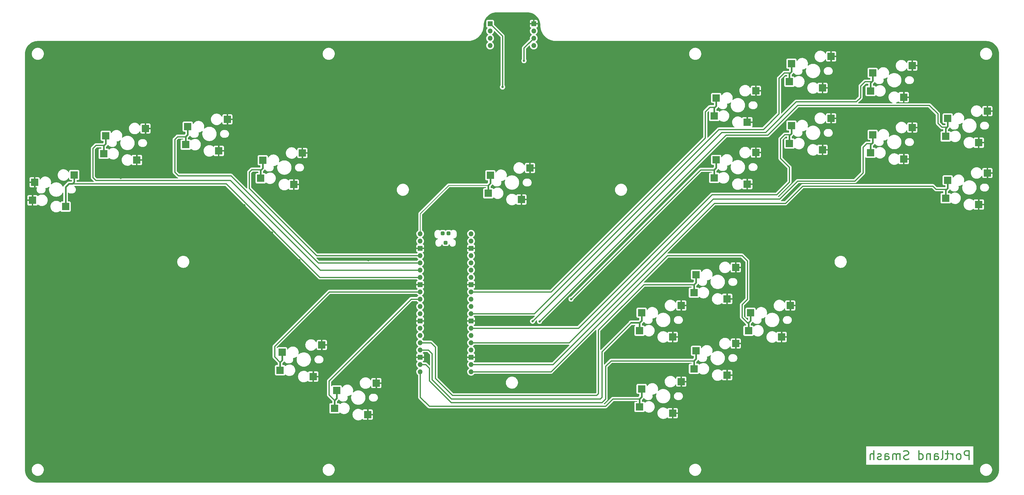
<source format=gbl>
G04 #@! TF.GenerationSoftware,KiCad,Pcbnew,(6.0.4)*
G04 #@! TF.CreationDate,2022-11-01T18:27:25-07:00*
G04 #@! TF.ProjectId,GCCMX,4743434d-582e-46b6-9963-61645f706362,rev?*
G04 #@! TF.SameCoordinates,Original*
G04 #@! TF.FileFunction,Copper,L2,Bot*
G04 #@! TF.FilePolarity,Positive*
%FSLAX46Y46*%
G04 Gerber Fmt 4.6, Leading zero omitted, Abs format (unit mm)*
G04 Created by KiCad (PCBNEW (6.0.4)) date 2022-11-01 18:27:25*
%MOMM*%
%LPD*%
G01*
G04 APERTURE LIST*
G04 Aperture macros list*
%AMRoundRect*
0 Rectangle with rounded corners*
0 $1 Rounding radius*
0 $2 $3 $4 $5 $6 $7 $8 $9 X,Y pos of 4 corners*
0 Add a 4 corners polygon primitive as box body*
4,1,4,$2,$3,$4,$5,$6,$7,$8,$9,$2,$3,0*
0 Add four circle primitives for the rounded corners*
1,1,$1+$1,$2,$3*
1,1,$1+$1,$4,$5*
1,1,$1+$1,$6,$7*
1,1,$1+$1,$8,$9*
0 Add four rect primitives between the rounded corners*
20,1,$1+$1,$2,$3,$4,$5,0*
20,1,$1+$1,$4,$5,$6,$7,0*
20,1,$1+$1,$6,$7,$8,$9,0*
20,1,$1+$1,$8,$9,$2,$3,0*%
G04 Aperture macros list end*
%ADD10C,0.400000*%
G04 #@! TA.AperFunction,NonConductor*
%ADD11C,0.400000*%
G04 #@! TD*
G04 #@! TA.AperFunction,SMDPad,CuDef*
%ADD12R,2.600000X2.600000*%
G04 #@! TD*
G04 #@! TA.AperFunction,SMDPad,CuDef*
%ADD13R,2.550000X2.500000*%
G04 #@! TD*
G04 #@! TA.AperFunction,ComponentPad*
%ADD14O,1.700000X1.700000*%
G04 #@! TD*
G04 #@! TA.AperFunction,ComponentPad*
%ADD15R,1.700000X1.700000*%
G04 #@! TD*
G04 #@! TA.AperFunction,ComponentPad*
%ADD16RoundRect,0.255906X-0.394094X-0.394094X0.394094X-0.394094X0.394094X0.394094X-0.394094X0.394094X0*%
G04 #@! TD*
G04 #@! TA.AperFunction,ViaPad*
%ADD17C,0.800000*%
G04 #@! TD*
G04 #@! TA.AperFunction,Conductor*
%ADD18C,0.400000*%
G04 #@! TD*
G04 #@! TA.AperFunction,Conductor*
%ADD19C,0.600000*%
G04 #@! TD*
G04 #@! TA.AperFunction,Conductor*
%ADD20C,0.250000*%
G04 #@! TD*
G04 APERTURE END LIST*
D10*
D11*
X388225714Y-223057142D02*
X388225714Y-220057142D01*
X387082857Y-220057142D01*
X386797142Y-220200000D01*
X386654285Y-220342857D01*
X386511428Y-220628571D01*
X386511428Y-221057142D01*
X386654285Y-221342857D01*
X386797142Y-221485714D01*
X387082857Y-221628571D01*
X388225714Y-221628571D01*
X384797142Y-223057142D02*
X385082857Y-222914285D01*
X385225714Y-222771428D01*
X385368571Y-222485714D01*
X385368571Y-221628571D01*
X385225714Y-221342857D01*
X385082857Y-221200000D01*
X384797142Y-221057142D01*
X384368571Y-221057142D01*
X384082857Y-221200000D01*
X383940000Y-221342857D01*
X383797142Y-221628571D01*
X383797142Y-222485714D01*
X383940000Y-222771428D01*
X384082857Y-222914285D01*
X384368571Y-223057142D01*
X384797142Y-223057142D01*
X382511428Y-223057142D02*
X382511428Y-221057142D01*
X382511428Y-221628571D02*
X382368571Y-221342857D01*
X382225714Y-221200000D01*
X381940000Y-221057142D01*
X381654285Y-221057142D01*
X381082857Y-221057142D02*
X379940000Y-221057142D01*
X380654285Y-220057142D02*
X380654285Y-222628571D01*
X380511428Y-222914285D01*
X380225714Y-223057142D01*
X379940000Y-223057142D01*
X378511428Y-223057142D02*
X378797142Y-222914285D01*
X378940000Y-222628571D01*
X378940000Y-220057142D01*
X376082857Y-223057142D02*
X376082857Y-221485714D01*
X376225714Y-221200000D01*
X376511428Y-221057142D01*
X377082857Y-221057142D01*
X377368571Y-221200000D01*
X376082857Y-222914285D02*
X376368571Y-223057142D01*
X377082857Y-223057142D01*
X377368571Y-222914285D01*
X377511428Y-222628571D01*
X377511428Y-222342857D01*
X377368571Y-222057142D01*
X377082857Y-221914285D01*
X376368571Y-221914285D01*
X376082857Y-221771428D01*
X374654285Y-221057142D02*
X374654285Y-223057142D01*
X374654285Y-221342857D02*
X374511428Y-221200000D01*
X374225714Y-221057142D01*
X373797142Y-221057142D01*
X373511428Y-221200000D01*
X373368571Y-221485714D01*
X373368571Y-223057142D01*
X370654285Y-223057142D02*
X370654285Y-220057142D01*
X370654285Y-222914285D02*
X370940000Y-223057142D01*
X371511428Y-223057142D01*
X371797142Y-222914285D01*
X371940000Y-222771428D01*
X372082857Y-222485714D01*
X372082857Y-221628571D01*
X371940000Y-221342857D01*
X371797142Y-221200000D01*
X371511428Y-221057142D01*
X370940000Y-221057142D01*
X370654285Y-221200000D01*
X367082857Y-222914285D02*
X366654285Y-223057142D01*
X365940000Y-223057142D01*
X365654285Y-222914285D01*
X365511428Y-222771428D01*
X365368571Y-222485714D01*
X365368571Y-222200000D01*
X365511428Y-221914285D01*
X365654285Y-221771428D01*
X365940000Y-221628571D01*
X366511428Y-221485714D01*
X366797142Y-221342857D01*
X366940000Y-221200000D01*
X367082857Y-220914285D01*
X367082857Y-220628571D01*
X366940000Y-220342857D01*
X366797142Y-220200000D01*
X366511428Y-220057142D01*
X365797142Y-220057142D01*
X365368571Y-220200000D01*
X364082857Y-223057142D02*
X364082857Y-221057142D01*
X364082857Y-221342857D02*
X363940000Y-221200000D01*
X363654285Y-221057142D01*
X363225714Y-221057142D01*
X362940000Y-221200000D01*
X362797142Y-221485714D01*
X362797142Y-223057142D01*
X362797142Y-221485714D02*
X362654285Y-221200000D01*
X362368571Y-221057142D01*
X361940000Y-221057142D01*
X361654285Y-221200000D01*
X361511428Y-221485714D01*
X361511428Y-223057142D01*
X358797142Y-223057142D02*
X358797142Y-221485714D01*
X358940000Y-221200000D01*
X359225714Y-221057142D01*
X359797142Y-221057142D01*
X360082857Y-221200000D01*
X358797142Y-222914285D02*
X359082857Y-223057142D01*
X359797142Y-223057142D01*
X360082857Y-222914285D01*
X360225714Y-222628571D01*
X360225714Y-222342857D01*
X360082857Y-222057142D01*
X359797142Y-221914285D01*
X359082857Y-221914285D01*
X358797142Y-221771428D01*
X357511428Y-222914285D02*
X357225714Y-223057142D01*
X356654285Y-223057142D01*
X356368571Y-222914285D01*
X356225714Y-222628571D01*
X356225714Y-222485714D01*
X356368571Y-222200000D01*
X356654285Y-222057142D01*
X357082857Y-222057142D01*
X357368571Y-221914285D01*
X357511428Y-221628571D01*
X357511428Y-221485714D01*
X357368571Y-221200000D01*
X357082857Y-221057142D01*
X356654285Y-221057142D01*
X356368571Y-221200000D01*
X354940000Y-223057142D02*
X354940000Y-220057142D01*
X353654285Y-223057142D02*
X353654285Y-221485714D01*
X353797142Y-221200000D01*
X354082857Y-221057142D01*
X354511428Y-221057142D01*
X354797142Y-221200000D01*
X354940000Y-221342857D01*
D12*
X97569945Y-118338868D03*
D13*
X100584945Y-107308868D03*
X86734945Y-109848868D03*
D12*
X86019945Y-116138868D03*
D13*
X129208213Y-104118028D03*
D12*
X126193213Y-115148028D03*
X114643213Y-112948028D03*
D13*
X115358213Y-106658028D03*
D12*
X152375000Y-126917500D03*
D13*
X155390000Y-115887500D03*
X141540000Y-118427500D03*
D12*
X140825000Y-124717500D03*
D13*
X313778253Y-94095054D03*
D12*
X310763253Y-105125054D03*
D13*
X299928253Y-96635054D03*
D12*
X299213253Y-102925054D03*
X337043452Y-93137595D03*
D13*
X340058452Y-82107595D03*
X326208452Y-84647595D03*
D12*
X325493452Y-90937595D03*
X310763253Y-126765054D03*
D13*
X313778253Y-115735054D03*
D12*
X299213253Y-124565054D03*
D13*
X299928253Y-118275054D03*
D12*
X231875000Y-132156250D03*
D13*
X234890000Y-121126250D03*
X221040000Y-123666250D03*
D12*
X220325000Y-129956250D03*
D13*
X181209603Y-196362263D03*
D12*
X178194603Y-207392263D03*
D13*
X167359603Y-198902263D03*
D12*
X166644603Y-205192263D03*
X159169603Y-194071263D03*
D13*
X162184603Y-183041263D03*
D12*
X147619603Y-191871263D03*
D13*
X148334603Y-185581263D03*
X368407169Y-85334988D03*
D12*
X365392169Y-96364988D03*
D13*
X354557169Y-87874988D03*
D12*
X353842169Y-94164988D03*
X391616283Y-112271424D03*
D13*
X394631283Y-101241424D03*
D12*
X380066283Y-110071424D03*
D13*
X380781283Y-103781424D03*
X287717453Y-195854578D03*
D12*
X284702453Y-206884578D03*
X273152453Y-204684578D03*
D13*
X273867453Y-198394578D03*
D12*
X303727453Y-193563578D03*
D13*
X306742453Y-182533578D03*
X292892453Y-185073578D03*
D12*
X292177453Y-191363578D03*
X322752453Y-180242578D03*
D13*
X325767453Y-169212578D03*
X311917453Y-171752578D03*
D12*
X311202453Y-178042578D03*
X284702453Y-180242578D03*
D13*
X287717453Y-169212578D03*
X273867453Y-171752578D03*
D12*
X273152453Y-178042578D03*
D13*
X306742453Y-155891578D03*
D12*
X303727453Y-166921578D03*
D13*
X292892453Y-158431578D03*
D12*
X292177453Y-164721578D03*
D13*
X394631283Y-122881424D03*
D12*
X391616283Y-133911424D03*
X380066283Y-131711424D03*
D13*
X380781283Y-125421424D03*
X368407169Y-106974988D03*
D12*
X365392169Y-118004988D03*
X353842169Y-115804988D03*
D13*
X354557169Y-109514988D03*
X340058452Y-103747595D03*
D12*
X337043452Y-114777595D03*
D13*
X326208452Y-106287595D03*
D12*
X325493452Y-112577595D03*
X72703481Y-134618351D03*
D13*
X75718481Y-123588351D03*
D12*
X61153481Y-132418351D03*
D13*
X61868481Y-126128351D03*
D14*
X196539745Y-144140468D03*
X196539745Y-146680468D03*
D15*
X196539745Y-149220468D03*
D14*
X196539745Y-151760468D03*
X196539745Y-154300468D03*
X196539745Y-156840468D03*
X196539745Y-159380468D03*
D15*
X196539745Y-161920468D03*
D14*
X196539745Y-164460468D03*
X196539745Y-167000468D03*
X196539745Y-169540468D03*
X196539745Y-172080468D03*
D15*
X196539745Y-174620468D03*
D14*
X196539745Y-177160468D03*
X196539745Y-179700468D03*
X196539745Y-182240468D03*
X196539745Y-184780468D03*
D15*
X196539745Y-187320468D03*
D14*
X196539745Y-189860468D03*
X196539745Y-192400468D03*
X214319745Y-192400468D03*
X214319745Y-189860468D03*
D15*
X214319745Y-187320468D03*
D14*
X214319745Y-184780468D03*
X214319745Y-182240468D03*
X214319745Y-179700468D03*
X214319745Y-177160468D03*
D15*
X214319745Y-174620468D03*
D14*
X214319745Y-172080468D03*
X214319745Y-169540468D03*
X214319745Y-167000468D03*
X214319745Y-164460468D03*
D15*
X214319745Y-161920468D03*
D14*
X214319745Y-159380468D03*
X214319745Y-156840468D03*
X214319745Y-154300468D03*
X214319745Y-151760468D03*
D15*
X214319745Y-149220468D03*
D14*
X214319745Y-146680468D03*
X214319745Y-144140468D03*
D16*
X204429745Y-143970468D03*
X206429745Y-143970468D03*
X205429745Y-147270468D03*
D14*
X220955000Y-78295000D03*
X220955000Y-75755000D03*
X220955000Y-73215000D03*
D15*
X220955000Y-70675000D03*
D14*
X236195000Y-78295000D03*
X236195000Y-75755000D03*
X236195000Y-73215000D03*
D15*
X236195000Y-70675000D03*
D17*
X225300000Y-92800000D03*
X232800000Y-83600000D03*
X310763253Y-101850054D03*
X192767857Y-215767857D03*
X341567857Y-134167857D03*
X144767857Y-86167857D03*
X229549945Y-173348868D03*
X144767857Y-172567857D03*
X355967857Y-206167857D03*
X82367857Y-182167857D03*
X130367857Y-167767857D03*
X173567857Y-215767857D03*
X178194603Y-204117263D03*
X180774750Y-93992500D03*
X310763253Y-123490054D03*
X216767857Y-220567857D03*
X126193213Y-111873028D03*
X355967857Y-186967857D03*
X327167857Y-191767857D03*
X63167857Y-90967857D03*
X72767857Y-81367857D03*
X312767857Y-186967857D03*
X106367857Y-114967857D03*
X180774750Y-91992500D03*
X115967857Y-177367857D03*
X231875000Y-128881250D03*
X365567857Y-215767857D03*
X63167857Y-143767857D03*
X250460000Y-109490000D03*
X322367857Y-215767857D03*
X384767857Y-148567857D03*
X283967857Y-215767857D03*
X331967857Y-206167857D03*
X139967857Y-210967857D03*
X391616283Y-108996424D03*
X82367857Y-134167857D03*
X106367857Y-167767857D03*
X252460000Y-109490000D03*
X159169603Y-190796263D03*
X96767857Y-158167857D03*
X178774750Y-91992500D03*
X130367857Y-81367857D03*
X154367857Y-153367857D03*
X312767857Y-143767857D03*
X264767857Y-196567857D03*
X125567857Y-215767857D03*
X391616283Y-130636424D03*
X279167857Y-81367857D03*
X72767857Y-172567857D03*
X355374107Y-129367857D03*
X370367857Y-182167857D03*
X149567857Y-220567857D03*
X97569945Y-115063868D03*
X91967857Y-124567857D03*
X307967857Y-225367857D03*
X375167857Y-81367857D03*
X135167857Y-182167857D03*
X259967857Y-86167857D03*
X375167857Y-225367857D03*
X255167857Y-225367857D03*
X189544945Y-140328868D03*
X63167857Y-110167857D03*
X360767857Y-134167857D03*
X279167857Y-186967857D03*
X252460000Y-111490000D03*
X135167857Y-100567857D03*
X135167857Y-134167857D03*
X179774750Y-92992500D03*
X264767857Y-215767857D03*
X183167857Y-186967857D03*
X130367857Y-201367857D03*
X346367857Y-105367857D03*
X365567857Y-167767857D03*
X337043452Y-89862595D03*
X251460000Y-110490000D03*
X82367857Y-162967857D03*
X173567857Y-177367857D03*
X106367857Y-196567857D03*
X327167857Y-138967857D03*
X317567857Y-158167857D03*
X375167857Y-158167857D03*
X255167857Y-206167857D03*
X187967857Y-201367857D03*
X303167857Y-210967857D03*
X346367857Y-196567857D03*
X72767857Y-100567857D03*
X231167857Y-225367857D03*
X87167857Y-148567857D03*
X331967857Y-225367857D03*
X173567857Y-138967857D03*
X235967857Y-186967857D03*
X163967857Y-110167857D03*
X250367857Y-191767857D03*
X389567857Y-201367857D03*
X375167857Y-206167857D03*
X101567857Y-100567857D03*
X355967857Y-158167857D03*
X115967857Y-206167857D03*
X226367857Y-81367857D03*
X173567857Y-81367857D03*
X375167857Y-138967857D03*
X351167857Y-143767857D03*
X331967857Y-153367857D03*
X154367857Y-134167857D03*
X63167857Y-162967857D03*
X384767857Y-90967857D03*
X152375000Y-123642500D03*
X274367857Y-225367857D03*
X115967857Y-86167857D03*
X379967857Y-172567857D03*
X120767857Y-191767857D03*
X389567857Y-182167857D03*
X365567857Y-196567857D03*
X202367857Y-225367857D03*
X337043452Y-111502595D03*
X389567857Y-162967857D03*
X245567857Y-81367857D03*
X135167857Y-225367857D03*
X196215000Y-107950000D03*
X250367857Y-95767857D03*
X384767857Y-215767857D03*
X139967857Y-158167857D03*
X303727453Y-163646578D03*
X250460000Y-111490000D03*
X322752453Y-176967578D03*
X365392169Y-114729988D03*
X288767857Y-90967857D03*
X346367857Y-81367857D03*
X331967857Y-172567857D03*
X120767857Y-138967857D03*
X63167857Y-182167857D03*
X63167857Y-201367857D03*
X379967857Y-191767857D03*
X226600000Y-98300000D03*
X341567857Y-215767857D03*
X351167857Y-172567857D03*
X149567857Y-201367857D03*
X120767857Y-158167857D03*
X365392169Y-93089988D03*
X106367857Y-215767857D03*
X159167857Y-210967857D03*
X226367857Y-210967857D03*
X232089945Y-153663868D03*
X351167857Y-225367857D03*
X303727453Y-190288578D03*
X341567857Y-182167857D03*
X72767857Y-153367857D03*
X303167857Y-81367857D03*
X279167857Y-100567857D03*
X63167857Y-220567857D03*
X183167857Y-225367857D03*
X284702453Y-203609578D03*
X207167857Y-210967857D03*
X178367857Y-153367857D03*
X111167857Y-129367857D03*
X293567857Y-201367857D03*
X91967857Y-172567857D03*
X115967857Y-225367857D03*
X101567857Y-81367857D03*
X96767857Y-138967857D03*
X149567857Y-105367857D03*
X130367857Y-148567857D03*
X341567857Y-162967857D03*
X298367857Y-138967857D03*
X317567857Y-201367857D03*
X365567857Y-148567857D03*
X61400000Y-129400000D03*
X375167857Y-119767857D03*
X144767857Y-143767857D03*
X101567857Y-182167857D03*
X284702453Y-176967578D03*
X255584945Y-166363868D03*
X87167857Y-86167857D03*
X106367857Y-148567857D03*
X178774750Y-93992500D03*
X245567857Y-215767857D03*
X249234945Y-166998868D03*
X238224945Y-174768868D03*
X235804945Y-174728868D03*
D18*
X225300000Y-75020000D02*
X220955000Y-70675000D01*
X225300000Y-92800000D02*
X225300000Y-75020000D01*
X232800000Y-79150000D02*
X236195000Y-75755000D01*
X232800000Y-83600000D02*
X232800000Y-79150000D01*
D19*
X61400000Y-129400000D02*
X61868481Y-128931519D01*
X394041283Y-104321424D02*
X394631283Y-103731424D01*
X287127453Y-172292578D02*
X287717453Y-171702578D01*
X306742453Y-185023578D02*
X306742453Y-182533578D01*
X337043452Y-108002595D02*
X338218452Y-106827595D01*
X97569945Y-118338868D02*
X97569945Y-115063868D01*
X287717453Y-171702578D02*
X287717453Y-169212578D01*
X323927453Y-172292578D02*
X325177453Y-172292578D01*
X284702453Y-206884578D02*
X284702453Y-203609578D01*
X234890000Y-123616250D02*
X234890000Y-121126250D01*
X284702453Y-180242578D02*
X284702453Y-176967578D01*
X337043452Y-114777595D02*
X337043452Y-111502595D01*
X392791283Y-104321424D02*
X394041283Y-104321424D01*
X303727453Y-186788578D02*
X304902453Y-185613578D01*
X303727453Y-163646578D02*
X303727453Y-160146578D01*
X310763253Y-101850054D02*
X310763253Y-98350054D01*
X368407169Y-109464988D02*
X368407169Y-106974988D01*
X391616283Y-108996424D02*
X391616283Y-105496424D01*
X160344603Y-186121263D02*
X161594603Y-186121263D01*
X368407169Y-87824988D02*
X368407169Y-85334988D01*
X284702453Y-173467578D02*
X285877453Y-172292578D01*
X97569945Y-111563868D02*
X98744945Y-110388868D01*
X337043452Y-89862595D02*
X337043452Y-86362595D01*
X61868481Y-128931519D02*
X61868481Y-126128351D01*
X391616283Y-112271424D02*
X391616283Y-108996424D01*
X365392169Y-89589988D02*
X366567169Y-88414988D01*
X306152453Y-185613578D02*
X306742453Y-185023578D01*
X310763253Y-119990054D02*
X311938253Y-118815054D01*
X367817169Y-110054988D02*
X368407169Y-109464988D01*
X340058452Y-84597595D02*
X340058452Y-82107595D01*
X178194603Y-204117263D02*
X178194603Y-200617263D01*
X303727453Y-193563578D02*
X303727453Y-190288578D01*
X100584945Y-109798868D02*
X100584945Y-107308868D01*
X159169603Y-190796263D02*
X159169603Y-187296263D01*
X310763253Y-126765054D02*
X310763253Y-123490054D01*
X180619603Y-199442263D02*
X181209603Y-198852263D01*
X181209603Y-198852263D02*
X181209603Y-196362263D01*
X394631283Y-125371424D02*
X394631283Y-122881424D01*
X365392169Y-114729988D02*
X365392169Y-111229988D01*
X178194603Y-200617263D02*
X179369603Y-199442263D01*
X365392169Y-96364988D02*
X365392169Y-93089988D01*
X391616283Y-130636424D02*
X391616283Y-127136424D01*
X284702453Y-200109578D02*
X285877453Y-198934578D01*
X365392169Y-111229988D02*
X366567169Y-110054988D01*
X234300000Y-124206250D02*
X234890000Y-123616250D01*
X339468452Y-106827595D02*
X340058452Y-106237595D01*
X127368213Y-107198028D02*
X128618213Y-107198028D01*
X310763253Y-105125054D02*
X310763253Y-101850054D01*
X391616283Y-133911424D02*
X391616283Y-130636424D01*
X340058452Y-106237595D02*
X340058452Y-103747595D01*
X304902453Y-158971578D02*
X306152453Y-158971578D01*
X303727453Y-166921578D02*
X303727453Y-163646578D01*
X391616283Y-105496424D02*
X392791283Y-104321424D01*
X126193213Y-115148028D02*
X126193213Y-111873028D01*
X128618213Y-107198028D02*
X129208213Y-106608028D01*
X178194603Y-207392263D02*
X178194603Y-204117263D01*
X313778253Y-118225054D02*
X313778253Y-115735054D01*
X365392169Y-93089988D02*
X365392169Y-89589988D01*
X284702453Y-203609578D02*
X284702453Y-200109578D01*
X313188253Y-97175054D02*
X313778253Y-96585054D01*
X287717453Y-198344578D02*
X287717453Y-195854578D01*
X285877453Y-172292578D02*
X287127453Y-172292578D01*
X126193213Y-108373028D02*
X127368213Y-107198028D01*
X337043452Y-86362595D02*
X338218452Y-85187595D01*
X338218452Y-85187595D02*
X339468452Y-85187595D01*
X394041283Y-125961424D02*
X394631283Y-125371424D01*
X306152453Y-158971578D02*
X306742453Y-158381578D01*
X162184603Y-185531263D02*
X162184603Y-183041263D01*
X303727453Y-190288578D02*
X303727453Y-186788578D01*
X322752453Y-173467578D02*
X323927453Y-172292578D01*
X392791283Y-125961424D02*
X394041283Y-125961424D01*
X322752453Y-180242578D02*
X322752453Y-176967578D01*
X366567169Y-88414988D02*
X367817169Y-88414988D01*
X287127453Y-198934578D02*
X287717453Y-198344578D01*
X231875000Y-132156250D02*
X231875000Y-128881250D01*
X311938253Y-118815054D02*
X313188253Y-118815054D01*
X306742453Y-158381578D02*
X306742453Y-155891578D01*
X310763253Y-98350054D02*
X311938253Y-97175054D01*
X152375000Y-120142500D02*
X153550000Y-118967500D01*
X303727453Y-160146578D02*
X304902453Y-158971578D01*
X126193213Y-111873028D02*
X126193213Y-108373028D01*
X159169603Y-187296263D02*
X160344603Y-186121263D01*
X129208213Y-106608028D02*
X129208213Y-104118028D01*
X285877453Y-198934578D02*
X287127453Y-198934578D01*
X153550000Y-118967500D02*
X154800000Y-118967500D01*
X159169603Y-194071263D02*
X159169603Y-190796263D01*
X365392169Y-118004988D02*
X365392169Y-114729988D01*
X325177453Y-172292578D02*
X325767453Y-171702578D01*
X231875000Y-128881250D02*
X231875000Y-125381250D01*
X155390000Y-118377500D02*
X155390000Y-115887500D01*
X152375000Y-126917500D02*
X152375000Y-123642500D01*
X99994945Y-110388868D02*
X100584945Y-109798868D01*
X310763253Y-123490054D02*
X310763253Y-119990054D01*
X325767453Y-171702578D02*
X325767453Y-169212578D01*
X313778253Y-96585054D02*
X313778253Y-94095054D01*
X394631283Y-103731424D02*
X394631283Y-101241424D01*
X97569945Y-115063868D02*
X97569945Y-111563868D01*
X231875000Y-125381250D02*
X233050000Y-124206250D01*
X284702453Y-176967578D02*
X284702453Y-173467578D01*
D18*
X61153481Y-129646519D02*
X61146519Y-129646519D01*
D19*
X98744945Y-110388868D02*
X99994945Y-110388868D01*
X391616283Y-127136424D02*
X392791283Y-125961424D01*
X322752453Y-176967578D02*
X322752453Y-173467578D01*
X366567169Y-110054988D02*
X367817169Y-110054988D01*
X304902453Y-185613578D02*
X306152453Y-185613578D01*
X339468452Y-85187595D02*
X340058452Y-84597595D01*
X233050000Y-124206250D02*
X234300000Y-124206250D01*
X367817169Y-88414988D02*
X368407169Y-87824988D01*
X161594603Y-186121263D02*
X162184603Y-185531263D01*
X311938253Y-97175054D02*
X313188253Y-97175054D01*
X154800000Y-118967500D02*
X155390000Y-118377500D01*
X61153481Y-129646519D02*
X61400000Y-129400000D01*
X152375000Y-123642500D02*
X152375000Y-120142500D01*
X337043452Y-111502595D02*
X337043452Y-108002595D01*
X337043452Y-93137595D02*
X337043452Y-89862595D01*
X179369603Y-199442263D02*
X180619603Y-199442263D01*
X313188253Y-118815054D02*
X313778253Y-118225054D01*
X61153481Y-132418351D02*
X61153481Y-129646519D01*
X338218452Y-106827595D02*
X339468452Y-106827595D01*
X75718481Y-126078351D02*
X75718481Y-123588351D01*
X72703481Y-127843351D02*
X73878481Y-126668351D01*
X73878481Y-126668351D02*
X75128481Y-126668351D01*
X72703481Y-134618351D02*
X72703481Y-127843351D01*
X75128481Y-126668351D02*
X75718481Y-126078351D01*
D18*
X161509548Y-159378868D02*
X196529945Y-159378868D01*
X128799031Y-126668351D02*
X161509548Y-159378868D01*
X75128481Y-126668351D02*
X128799031Y-126668351D01*
D19*
X86019945Y-116138868D02*
X86019945Y-113367036D01*
X86734945Y-112652036D02*
X86734945Y-109848868D01*
D18*
X82229945Y-114293868D02*
X82229945Y-124453868D01*
X130233445Y-125467368D02*
X161604945Y-156838868D01*
D19*
X86019945Y-113367036D02*
X86201529Y-113185452D01*
D18*
X83338361Y-113185452D02*
X82229945Y-114293868D01*
X86201529Y-113185452D02*
X83338361Y-113185452D01*
X161604945Y-156838868D02*
X196529945Y-156838868D01*
X82229945Y-124453868D02*
X83243445Y-125467368D01*
X83243445Y-125467368D02*
X130233445Y-125467368D01*
D19*
X86201529Y-113185452D02*
X86734945Y-112652036D01*
X114643213Y-112948028D02*
X114643213Y-110176196D01*
D18*
X110804945Y-111118868D02*
X110804945Y-122548868D01*
X111747617Y-110176196D02*
X110804945Y-111118868D01*
X114643213Y-110176196D02*
X111747617Y-110176196D01*
X110804945Y-122548868D02*
X112074945Y-123818868D01*
X160969945Y-154298868D02*
X196529945Y-154298868D01*
D19*
X115358213Y-109461196D02*
X115358213Y-106658028D01*
X114643213Y-110176196D02*
X115358213Y-109461196D01*
D18*
X130489945Y-123818868D02*
X160969945Y-154298868D01*
X112074945Y-123818868D02*
X130489945Y-123818868D01*
D19*
X140825000Y-121945668D02*
X141070872Y-121699795D01*
D18*
X136839945Y-128263868D02*
X160334945Y-151758868D01*
D19*
X140825000Y-124717500D02*
X140825000Y-121945668D01*
D18*
X136839945Y-122548868D02*
X136839945Y-128263868D01*
X141070872Y-121699795D02*
X137689018Y-121699795D01*
X160334945Y-151758868D02*
X196529945Y-151758868D01*
X137689018Y-121699795D02*
X136839945Y-122548868D01*
D19*
X141070872Y-121699795D02*
X141540000Y-121230668D01*
X141540000Y-121230668D02*
X141540000Y-118427500D01*
D18*
X147619603Y-189099431D02*
X147599431Y-189099431D01*
X145700000Y-187200000D02*
X145700000Y-183538813D01*
D19*
X148334603Y-188384431D02*
X148334603Y-185581263D01*
X147619603Y-191871263D02*
X147619603Y-189099431D01*
D18*
X147599431Y-189099431D02*
X145700000Y-187200000D01*
X164779945Y-164458868D02*
X196529945Y-164458868D01*
D19*
X147619603Y-189099431D02*
X148334603Y-188384431D01*
D18*
X145700000Y-183538813D02*
X164779945Y-164458868D01*
X164700000Y-200450000D02*
X164700000Y-195653813D01*
D19*
X166644603Y-202420431D02*
X167359603Y-201705431D01*
D18*
X166644603Y-202420431D02*
X166644603Y-202394603D01*
X166644603Y-202394603D02*
X164700000Y-200450000D01*
D19*
X167359603Y-201705431D02*
X167359603Y-198902263D01*
D18*
X164700000Y-195653813D02*
X193354945Y-166998868D01*
X193354945Y-166998868D02*
X196529945Y-166998868D01*
D19*
X166644603Y-205192263D02*
X166644603Y-202420431D01*
D20*
X220325000Y-127184418D02*
X206499395Y-127184418D01*
X206499395Y-127184418D02*
X196529945Y-137153868D01*
D19*
X220325000Y-129956250D02*
X220325000Y-127184418D01*
X221040000Y-126469418D02*
X221040000Y-123666250D01*
X220325000Y-127184418D02*
X221040000Y-126469418D01*
D20*
X196529945Y-137153868D02*
X196529945Y-144138868D01*
D19*
X273152453Y-204684578D02*
X273152453Y-201912746D01*
D18*
X261299945Y-204463868D02*
X199704945Y-204463868D01*
D19*
X273152453Y-201912746D02*
X273867453Y-201197746D01*
D18*
X196529945Y-201288868D02*
X196529945Y-192398868D01*
X199704945Y-204463868D02*
X196529945Y-201288868D01*
D19*
X273867453Y-201197746D02*
X273867453Y-198394578D01*
D18*
X263851067Y-201912746D02*
X261299945Y-204463868D01*
X273152453Y-201912746D02*
X263851067Y-201912746D01*
X207451945Y-201923868D02*
X259394945Y-201923868D01*
X260029945Y-185413868D02*
X260029945Y-201288868D01*
D19*
X273152453Y-175270746D02*
X273867453Y-174555746D01*
D18*
X207451945Y-201923868D02*
X200670145Y-195142068D01*
X270173067Y-175270746D02*
X260029945Y-185413868D01*
X200670145Y-186048868D02*
X199400145Y-184778868D01*
X200670145Y-195142068D02*
X200670145Y-186048868D01*
X199398545Y-184780468D02*
X196539745Y-184780468D01*
D19*
X273152453Y-178042578D02*
X273152453Y-175270746D01*
X273152453Y-175270746D02*
X270173067Y-175270746D01*
D18*
X260029945Y-201288868D02*
X259394945Y-201923868D01*
D19*
X273867453Y-174555746D02*
X273867453Y-171752578D01*
D20*
X199400145Y-184778868D02*
X199398545Y-184780468D01*
D18*
X199704945Y-191128868D02*
X198434945Y-189858868D01*
X261299945Y-201923868D02*
X260029945Y-203193868D01*
X292177453Y-188591746D02*
X263202067Y-188591746D01*
D19*
X292177453Y-188591746D02*
X292892453Y-187876746D01*
X292177453Y-191363578D02*
X292177453Y-188591746D01*
D18*
X261299945Y-190493868D02*
X261299945Y-201923868D01*
X263202067Y-188591746D02*
X261299945Y-190493868D01*
D19*
X292892453Y-187876746D02*
X292892453Y-185073578D01*
D18*
X198434945Y-189858868D02*
X196529945Y-189858868D01*
X260029945Y-203193868D02*
X207324945Y-203193868D01*
X207324945Y-203193868D02*
X199704945Y-195573868D01*
X199704945Y-195573868D02*
X199704945Y-191128868D01*
X201889345Y-183813668D02*
X200314545Y-182238868D01*
X292208331Y-161918868D02*
X274634945Y-161918868D01*
X258124945Y-200653868D02*
X207807545Y-200653868D01*
X274634945Y-161918868D02*
X258759945Y-177793868D01*
D19*
X292311638Y-161815561D02*
X292208331Y-161918868D01*
D18*
X200314545Y-182238868D02*
X200312945Y-182240468D01*
X200312945Y-182240468D02*
X196539745Y-182240468D01*
X201889345Y-194735668D02*
X201889345Y-183813668D01*
X258759945Y-177793868D02*
X258759945Y-200018868D01*
D19*
X292892453Y-161234746D02*
X292892453Y-158431578D01*
X292177453Y-164721578D02*
X292177453Y-161949746D01*
X292311638Y-161815561D02*
X292892453Y-161234746D01*
D18*
X207807545Y-200653868D02*
X201889345Y-194735668D01*
X258759945Y-200018868D02*
X258124945Y-200653868D01*
D19*
X292177453Y-161949746D02*
X292311638Y-161815561D01*
D18*
X308924945Y-168903868D02*
X310829945Y-166998868D01*
D19*
X311202453Y-178042578D02*
X311202453Y-175270746D01*
D18*
X310829945Y-153663868D02*
X308924945Y-151758868D01*
D19*
X311202453Y-175270746D02*
X311917453Y-174555746D01*
X311917453Y-174555746D02*
X311917453Y-171752578D01*
X311202453Y-175270746D02*
X310846823Y-175270746D01*
D18*
X308924945Y-173348868D02*
X308924945Y-168903868D01*
X308924945Y-151758868D02*
X282889945Y-151758868D01*
X310829945Y-166998868D02*
X310829945Y-153663868D01*
X282889945Y-151758868D02*
X242249945Y-192398868D01*
X310846823Y-175270746D02*
X308924945Y-173348868D01*
X242249945Y-192398868D02*
X214309945Y-192398868D01*
X376699813Y-128556063D02*
X375600000Y-127456250D01*
X380449813Y-128556063D02*
X376699813Y-128556063D01*
X242884945Y-189858868D02*
X214309945Y-189858868D01*
D19*
X380066283Y-128939592D02*
X380449813Y-128556063D01*
X380781283Y-128224592D02*
X380781283Y-125421424D01*
D18*
X330100000Y-127456250D02*
X324100000Y-133456250D01*
D19*
X380449813Y-128556063D02*
X380781283Y-128224592D01*
D18*
X324100000Y-133456250D02*
X299287563Y-133456250D01*
D19*
X380066283Y-131711424D02*
X380066283Y-128939592D01*
D18*
X299287563Y-133456250D02*
X242884945Y-189858868D01*
X375600000Y-127456250D02*
X330100000Y-127456250D01*
D19*
X353842169Y-115804988D02*
X353842169Y-113033156D01*
D18*
X328350000Y-125706250D02*
X322100000Y-131956250D01*
X248599945Y-182238868D02*
X214309945Y-182238868D01*
X351225000Y-113831250D02*
X351225000Y-122831250D01*
X298882563Y-131956250D02*
X248599945Y-182238868D01*
X352440462Y-112615788D02*
X351225000Y-113831250D01*
X322100000Y-131956250D02*
X298882563Y-131956250D01*
X351225000Y-122831250D02*
X348350000Y-125706250D01*
D19*
X354259538Y-112615788D02*
X354557169Y-112318156D01*
X353842169Y-113033156D02*
X354259538Y-112615788D01*
D18*
X348350000Y-125706250D02*
X328350000Y-125706250D01*
D19*
X354557169Y-112318156D02*
X354557169Y-109514988D01*
D18*
X354259538Y-112615788D02*
X352440462Y-112615788D01*
X325493452Y-120849702D02*
X322350000Y-117706250D01*
X325493452Y-126062798D02*
X325493452Y-120849702D01*
X322350000Y-110956250D02*
X323853517Y-109452733D01*
X322350000Y-117706250D02*
X322350000Y-110956250D01*
D19*
X325493452Y-112577595D02*
X325493452Y-109805763D01*
X325846483Y-109452733D02*
X326208452Y-109090763D01*
D18*
X323853517Y-109452733D02*
X325846483Y-109452733D01*
X298477563Y-130456250D02*
X321100000Y-130456250D01*
X251774945Y-177158868D02*
X214309945Y-177158868D01*
D19*
X325493452Y-109805763D02*
X325846483Y-109452733D01*
D18*
X321100000Y-130456250D02*
X325493452Y-126062798D01*
D19*
X326208452Y-109090763D02*
X326208452Y-106287595D01*
D18*
X298477563Y-130456250D02*
X251774945Y-177158868D01*
X299213253Y-121793222D02*
X294440591Y-121793222D01*
D19*
X299928253Y-121078222D02*
X299928253Y-118275054D01*
X299213253Y-121793222D02*
X299928253Y-121078222D01*
X299213253Y-124565054D02*
X299213253Y-121793222D01*
D18*
X294440591Y-121793222D02*
X249234945Y-166998868D01*
X238224945Y-174768868D02*
X238289945Y-174768868D01*
X317906250Y-109650000D02*
X328350000Y-99206250D01*
X238289945Y-174768868D02*
X303408813Y-109650000D01*
X377350000Y-105456250D02*
X378754812Y-106861062D01*
D19*
X380066283Y-107299592D02*
X380504812Y-106861062D01*
D18*
X378754812Y-106861062D02*
X380504812Y-106861062D01*
X377350000Y-102206250D02*
X377350000Y-105456250D01*
X328350000Y-99206250D02*
X374350000Y-99206250D01*
D19*
X380066283Y-110071424D02*
X380066283Y-107299592D01*
X380504812Y-106861062D02*
X380781283Y-106584592D01*
D18*
X303408813Y-109650000D02*
X317906250Y-109650000D01*
X374350000Y-99206250D02*
X377350000Y-102206250D01*
D19*
X380781283Y-106584592D02*
X380781283Y-103781424D01*
D18*
X235804945Y-174713868D02*
X301868813Y-108650000D01*
D19*
X353842169Y-91393156D02*
X354314538Y-90920788D01*
D18*
X301868813Y-108650000D02*
X317156250Y-108650000D01*
D19*
X354557169Y-90678156D02*
X354557169Y-87874988D01*
D18*
X350350000Y-92456250D02*
X351885462Y-90920788D01*
X348850000Y-97956250D02*
X350350000Y-96456250D01*
X235804945Y-174728868D02*
X235804945Y-174713868D01*
X317156250Y-108650000D02*
X327850000Y-97956250D01*
X350350000Y-96456250D02*
X350350000Y-92456250D01*
D19*
X354314538Y-90920788D02*
X354557169Y-90678156D01*
X353842169Y-94164988D02*
X353842169Y-91393156D01*
D18*
X351885462Y-90920788D02*
X354314538Y-90920788D01*
X327850000Y-97956250D02*
X348850000Y-97956250D01*
X316406250Y-107650000D02*
X321850000Y-102206250D01*
X214319745Y-172080468D02*
X236423345Y-172080468D01*
X300853813Y-107650000D02*
X316406250Y-107650000D01*
D19*
X325776483Y-87882733D02*
X326208452Y-87450763D01*
D18*
X236423345Y-172080468D02*
X300853813Y-107650000D01*
X321850000Y-102206250D02*
X321850000Y-89706250D01*
D19*
X326208452Y-87450763D02*
X326208452Y-84647595D01*
D18*
X323673517Y-87882733D02*
X325776483Y-87882733D01*
X321850000Y-89706250D02*
X323673517Y-87882733D01*
D19*
X325493452Y-90937595D02*
X325493452Y-88165763D01*
X325493452Y-88165763D02*
X325776483Y-87882733D01*
X299928253Y-99438222D02*
X299928253Y-96635054D01*
D18*
X296100000Y-110608813D02*
X242248345Y-164460468D01*
D19*
X299213253Y-102925054D02*
X299213253Y-100153222D01*
D18*
X242248345Y-164460468D02*
X214319745Y-164460468D01*
X297694887Y-99861363D02*
X296100000Y-101456250D01*
D19*
X299505113Y-99861363D02*
X299928253Y-99438222D01*
X299213253Y-100153222D02*
X299505113Y-99861363D01*
D18*
X299505113Y-99861363D02*
X297694887Y-99861363D01*
X296100000Y-101456250D02*
X296100000Y-110608813D01*
G04 #@! TA.AperFunction,Conductor*
G36*
X233970018Y-66710000D02*
G01*
X233984851Y-66712310D01*
X233984855Y-66712310D01*
X233993724Y-66713691D01*
X234014183Y-66711016D01*
X234036007Y-66710072D01*
X234385965Y-66725352D01*
X234396913Y-66726310D01*
X234774498Y-66776019D01*
X234785307Y-66777926D01*
X235157114Y-66860353D01*
X235167731Y-66863198D01*
X235530939Y-66977718D01*
X235541254Y-66981471D01*
X235893123Y-67127220D01*
X235903067Y-67131858D01*
X236240867Y-67307705D01*
X236250387Y-67313201D01*
X236571574Y-67517820D01*
X236580578Y-67524124D01*
X236882716Y-67755962D01*
X236891137Y-67763028D01*
X237171914Y-68020314D01*
X237179686Y-68028086D01*
X237436972Y-68308863D01*
X237444038Y-68317284D01*
X237675876Y-68619422D01*
X237682180Y-68628426D01*
X237886799Y-68949613D01*
X237892295Y-68959133D01*
X238068138Y-69296924D01*
X238072780Y-69306877D01*
X238188788Y-69586946D01*
X238218526Y-69658739D01*
X238222282Y-69669061D01*
X238257351Y-69780283D01*
X238336802Y-70032268D01*
X238339647Y-70042886D01*
X238422073Y-70414685D01*
X238423982Y-70425510D01*
X238473690Y-70803086D01*
X238474648Y-70814035D01*
X238485756Y-71068435D01*
X238489603Y-71156552D01*
X238488223Y-71181429D01*
X238486309Y-71193724D01*
X238487130Y-71200000D01*
X238486790Y-71200000D01*
X238505620Y-71655277D01*
X238561983Y-72107445D01*
X238655493Y-72553413D01*
X238785511Y-72990136D01*
X238951149Y-73414631D01*
X239151277Y-73823998D01*
X239152609Y-73826233D01*
X239152612Y-73826239D01*
X239265500Y-74015689D01*
X239384525Y-74215440D01*
X239649303Y-74586284D01*
X239943800Y-74933996D01*
X240266004Y-75256200D01*
X240613716Y-75550697D01*
X240984560Y-75815475D01*
X241000391Y-75824908D01*
X241373761Y-76047388D01*
X241373767Y-76047391D01*
X241376002Y-76048723D01*
X241378344Y-76049868D01*
X241378346Y-76049869D01*
X241609020Y-76162639D01*
X241785369Y-76248851D01*
X242209864Y-76414489D01*
X242646587Y-76544507D01*
X243092555Y-76638017D01*
X243544723Y-76694380D01*
X243973897Y-76712130D01*
X243979947Y-76712526D01*
X243982648Y-76712768D01*
X243987448Y-76713576D01*
X243993886Y-76713654D01*
X243995140Y-76713670D01*
X243995143Y-76713670D01*
X244000000Y-76713729D01*
X244027624Y-76709773D01*
X244045486Y-76708500D01*
X394150633Y-76708500D01*
X394170018Y-76710000D01*
X394184851Y-76712310D01*
X394184855Y-76712310D01*
X394193724Y-76713691D01*
X394214183Y-76711016D01*
X394236007Y-76710072D01*
X394585965Y-76725352D01*
X394596913Y-76726310D01*
X394974498Y-76776019D01*
X394985307Y-76777926D01*
X395357114Y-76860353D01*
X395367731Y-76863198D01*
X395730939Y-76977718D01*
X395741254Y-76981471D01*
X396093123Y-77127220D01*
X396103067Y-77131858D01*
X396379261Y-77275635D01*
X396440867Y-77307705D01*
X396450387Y-77313201D01*
X396771574Y-77517820D01*
X396780578Y-77524124D01*
X397082716Y-77755962D01*
X397091137Y-77763028D01*
X397371914Y-78020314D01*
X397379686Y-78028086D01*
X397636972Y-78308863D01*
X397644038Y-78317284D01*
X397875876Y-78619422D01*
X397882180Y-78628426D01*
X398086799Y-78949613D01*
X398092294Y-78959132D01*
X398253752Y-79269288D01*
X398268138Y-79296924D01*
X398272780Y-79306877D01*
X398417625Y-79656564D01*
X398418526Y-79658739D01*
X398422282Y-79669061D01*
X398449877Y-79756579D01*
X398536802Y-80032268D01*
X398539647Y-80042885D01*
X398609754Y-80359116D01*
X398622073Y-80414685D01*
X398623981Y-80425502D01*
X398666006Y-80744723D01*
X398673690Y-80803086D01*
X398674648Y-80814035D01*
X398682136Y-80985524D01*
X398689603Y-81156552D01*
X398688223Y-81181429D01*
X398686309Y-81193724D01*
X398687473Y-81202626D01*
X398687473Y-81202628D01*
X398690436Y-81225283D01*
X398691500Y-81241621D01*
X398691500Y-226650633D01*
X398690000Y-226670018D01*
X398687690Y-226684851D01*
X398687690Y-226684855D01*
X398686309Y-226693724D01*
X398688984Y-226714183D01*
X398689928Y-226736007D01*
X398684742Y-226854784D01*
X398674648Y-227085964D01*
X398673690Y-227096913D01*
X398631696Y-227415898D01*
X398623982Y-227474490D01*
X398622074Y-227485307D01*
X398578292Y-227682799D01*
X398539647Y-227857114D01*
X398536802Y-227867731D01*
X398447910Y-228149661D01*
X398422285Y-228230932D01*
X398418529Y-228241254D01*
X398307329Y-228509715D01*
X398272784Y-228593114D01*
X398268142Y-228603067D01*
X398168815Y-228793873D01*
X398092295Y-228940867D01*
X398086799Y-228950387D01*
X397882180Y-229271574D01*
X397875876Y-229280578D01*
X397644038Y-229582716D01*
X397636972Y-229591137D01*
X397379686Y-229871914D01*
X397371914Y-229879686D01*
X397091137Y-230136972D01*
X397082716Y-230144038D01*
X396780578Y-230375876D01*
X396771574Y-230382180D01*
X396450387Y-230586799D01*
X396440868Y-230592294D01*
X396103067Y-230768142D01*
X396093123Y-230772780D01*
X395741254Y-230918529D01*
X395730939Y-230922282D01*
X395367732Y-231036802D01*
X395357115Y-231039647D01*
X394985307Y-231122074D01*
X394974498Y-231123981D01*
X394596914Y-231173690D01*
X394585965Y-231174648D01*
X394243446Y-231189603D01*
X394218571Y-231188223D01*
X394206276Y-231186309D01*
X394197374Y-231187473D01*
X394197372Y-231187473D01*
X394182323Y-231189441D01*
X394174714Y-231190436D01*
X394158379Y-231191500D01*
X63049367Y-231191500D01*
X63029982Y-231190000D01*
X63015149Y-231187690D01*
X63015145Y-231187690D01*
X63006276Y-231186309D01*
X62985817Y-231188984D01*
X62963993Y-231189928D01*
X62614035Y-231174648D01*
X62603086Y-231173690D01*
X62225502Y-231123981D01*
X62214693Y-231122074D01*
X61842885Y-231039647D01*
X61832268Y-231036802D01*
X61469061Y-230922282D01*
X61458746Y-230918529D01*
X61106877Y-230772780D01*
X61096933Y-230768142D01*
X60759132Y-230592294D01*
X60749613Y-230586799D01*
X60428426Y-230382180D01*
X60419422Y-230375876D01*
X60117284Y-230144038D01*
X60108863Y-230136972D01*
X59828086Y-229879686D01*
X59820314Y-229871914D01*
X59563028Y-229591137D01*
X59555962Y-229582716D01*
X59324124Y-229280578D01*
X59317820Y-229271574D01*
X59113201Y-228950387D01*
X59107705Y-228940867D01*
X59031185Y-228793873D01*
X58931858Y-228603067D01*
X58927216Y-228593114D01*
X58892672Y-228509715D01*
X58781471Y-228241254D01*
X58777715Y-228230932D01*
X58752091Y-228149661D01*
X58663198Y-227867731D01*
X58660353Y-227857114D01*
X58621708Y-227682799D01*
X58577926Y-227485307D01*
X58576018Y-227474490D01*
X58568305Y-227415898D01*
X58526310Y-227096913D01*
X58525352Y-227085964D01*
X58515258Y-226854784D01*
X58514294Y-226832703D01*
X60890743Y-226832703D01*
X60928268Y-227117734D01*
X61004129Y-227395036D01*
X61005813Y-227398984D01*
X61094730Y-227607445D01*
X61116923Y-227659476D01*
X61128693Y-227679142D01*
X61241562Y-227867732D01*
X61264561Y-227906161D01*
X61444313Y-228130528D01*
X61652851Y-228328423D01*
X61675787Y-228344904D01*
X61877898Y-228490136D01*
X61886317Y-228496186D01*
X61890112Y-228498195D01*
X61890113Y-228498196D01*
X61911869Y-228509715D01*
X62140392Y-228630712D01*
X62410373Y-228729511D01*
X62691264Y-228790755D01*
X62719841Y-228793004D01*
X62914282Y-228808307D01*
X62914291Y-228808307D01*
X62916739Y-228808500D01*
X63072271Y-228808500D01*
X63074407Y-228808354D01*
X63074418Y-228808354D01*
X63282548Y-228794165D01*
X63282554Y-228794164D01*
X63286825Y-228793873D01*
X63291020Y-228793004D01*
X63291022Y-228793004D01*
X63427584Y-228764723D01*
X63568342Y-228735574D01*
X63839343Y-228639607D01*
X64094812Y-228507750D01*
X64098313Y-228505289D01*
X64098317Y-228505287D01*
X64212417Y-228425096D01*
X64330023Y-228342441D01*
X64408403Y-228269606D01*
X64537479Y-228149661D01*
X64537481Y-228149658D01*
X64540622Y-228146740D01*
X64722713Y-227924268D01*
X64872927Y-227679142D01*
X64988483Y-227415898D01*
X65067244Y-227139406D01*
X65107751Y-226854784D01*
X65107845Y-226836951D01*
X65107867Y-226832703D01*
X162490743Y-226832703D01*
X162528268Y-227117734D01*
X162604129Y-227395036D01*
X162605813Y-227398984D01*
X162694730Y-227607445D01*
X162716923Y-227659476D01*
X162728693Y-227679142D01*
X162841562Y-227867732D01*
X162864561Y-227906161D01*
X163044313Y-228130528D01*
X163252851Y-228328423D01*
X163275787Y-228344904D01*
X163477898Y-228490136D01*
X163486317Y-228496186D01*
X163490112Y-228498195D01*
X163490113Y-228498196D01*
X163511869Y-228509715D01*
X163740392Y-228630712D01*
X164010373Y-228729511D01*
X164291264Y-228790755D01*
X164319841Y-228793004D01*
X164514282Y-228808307D01*
X164514291Y-228808307D01*
X164516739Y-228808500D01*
X164672271Y-228808500D01*
X164674407Y-228808354D01*
X164674418Y-228808354D01*
X164882548Y-228794165D01*
X164882554Y-228794164D01*
X164886825Y-228793873D01*
X164891020Y-228793004D01*
X164891022Y-228793004D01*
X165027584Y-228764723D01*
X165168342Y-228735574D01*
X165439343Y-228639607D01*
X165694812Y-228507750D01*
X165698313Y-228505289D01*
X165698317Y-228505287D01*
X165812417Y-228425096D01*
X165930023Y-228342441D01*
X166008403Y-228269606D01*
X166137479Y-228149661D01*
X166137481Y-228149658D01*
X166140622Y-228146740D01*
X166322713Y-227924268D01*
X166472927Y-227679142D01*
X166588483Y-227415898D01*
X166667244Y-227139406D01*
X166707751Y-226854784D01*
X166707845Y-226836951D01*
X166707867Y-226832703D01*
X290490743Y-226832703D01*
X290528268Y-227117734D01*
X290604129Y-227395036D01*
X290605813Y-227398984D01*
X290694730Y-227607445D01*
X290716923Y-227659476D01*
X290728693Y-227679142D01*
X290841562Y-227867732D01*
X290864561Y-227906161D01*
X291044313Y-228130528D01*
X291252851Y-228328423D01*
X291275787Y-228344904D01*
X291477898Y-228490136D01*
X291486317Y-228496186D01*
X291490112Y-228498195D01*
X291490113Y-228498196D01*
X291511869Y-228509715D01*
X291740392Y-228630712D01*
X292010373Y-228729511D01*
X292291264Y-228790755D01*
X292319841Y-228793004D01*
X292514282Y-228808307D01*
X292514291Y-228808307D01*
X292516739Y-228808500D01*
X292672271Y-228808500D01*
X292674407Y-228808354D01*
X292674418Y-228808354D01*
X292882548Y-228794165D01*
X292882554Y-228794164D01*
X292886825Y-228793873D01*
X292891020Y-228793004D01*
X292891022Y-228793004D01*
X293027584Y-228764723D01*
X293168342Y-228735574D01*
X293439343Y-228639607D01*
X293694812Y-228507750D01*
X293698313Y-228505289D01*
X293698317Y-228505287D01*
X293812418Y-228425095D01*
X293930023Y-228342441D01*
X294008403Y-228269606D01*
X294137479Y-228149661D01*
X294137481Y-228149658D01*
X294140622Y-228146740D01*
X294322713Y-227924268D01*
X294472927Y-227679142D01*
X294588483Y-227415898D01*
X294667244Y-227139406D01*
X294707751Y-226854784D01*
X294707845Y-226836951D01*
X294707867Y-226832703D01*
X392090743Y-226832703D01*
X392128268Y-227117734D01*
X392204129Y-227395036D01*
X392205813Y-227398984D01*
X392294730Y-227607445D01*
X392316923Y-227659476D01*
X392328693Y-227679142D01*
X392441562Y-227867732D01*
X392464561Y-227906161D01*
X392644313Y-228130528D01*
X392852851Y-228328423D01*
X392875787Y-228344904D01*
X393077898Y-228490136D01*
X393086317Y-228496186D01*
X393090112Y-228498195D01*
X393090113Y-228498196D01*
X393111869Y-228509715D01*
X393340392Y-228630712D01*
X393610373Y-228729511D01*
X393891264Y-228790755D01*
X393919841Y-228793004D01*
X394114282Y-228808307D01*
X394114291Y-228808307D01*
X394116739Y-228808500D01*
X394272271Y-228808500D01*
X394274407Y-228808354D01*
X394274418Y-228808354D01*
X394482548Y-228794165D01*
X394482554Y-228794164D01*
X394486825Y-228793873D01*
X394491020Y-228793004D01*
X394491022Y-228793004D01*
X394627584Y-228764723D01*
X394768342Y-228735574D01*
X395039343Y-228639607D01*
X395294812Y-228507750D01*
X395298313Y-228505289D01*
X395298317Y-228505287D01*
X395412418Y-228425095D01*
X395530023Y-228342441D01*
X395608403Y-228269606D01*
X395737479Y-228149661D01*
X395737481Y-228149658D01*
X395740622Y-228146740D01*
X395922713Y-227924268D01*
X396072927Y-227679142D01*
X396188483Y-227415898D01*
X396267244Y-227139406D01*
X396307751Y-226854784D01*
X396307845Y-226836951D01*
X396309235Y-226571583D01*
X396309235Y-226571576D01*
X396309257Y-226567297D01*
X396271732Y-226282266D01*
X396195871Y-226004964D01*
X396083077Y-225740524D01*
X395935439Y-225493839D01*
X395755687Y-225269472D01*
X395547149Y-225071577D01*
X395338753Y-224921829D01*
X395317172Y-224906321D01*
X395317171Y-224906320D01*
X395313683Y-224903814D01*
X395291843Y-224892250D01*
X395268654Y-224879972D01*
X395059608Y-224769288D01*
X394789627Y-224670489D01*
X394508736Y-224609245D01*
X394477685Y-224606801D01*
X394285718Y-224591693D01*
X394285709Y-224591693D01*
X394283261Y-224591500D01*
X394127729Y-224591500D01*
X394125593Y-224591646D01*
X394125582Y-224591646D01*
X393917452Y-224605835D01*
X393917446Y-224605836D01*
X393913175Y-224606127D01*
X393908980Y-224606996D01*
X393908978Y-224606996D01*
X393772416Y-224635277D01*
X393631658Y-224664426D01*
X393360657Y-224760393D01*
X393105188Y-224892250D01*
X393101687Y-224894711D01*
X393101683Y-224894713D01*
X392987582Y-224974905D01*
X392869977Y-225057559D01*
X392659378Y-225253260D01*
X392477287Y-225475732D01*
X392327073Y-225720858D01*
X392211517Y-225984102D01*
X392132756Y-226260594D01*
X392092249Y-226545216D01*
X392092227Y-226549505D01*
X392092226Y-226549512D01*
X392090765Y-226828417D01*
X392090743Y-226832703D01*
X294707867Y-226832703D01*
X294709235Y-226571583D01*
X294709235Y-226571576D01*
X294709257Y-226567297D01*
X294671732Y-226282266D01*
X294595871Y-226004964D01*
X294483077Y-225740524D01*
X294335439Y-225493839D01*
X294155687Y-225269472D01*
X293947149Y-225071577D01*
X293741078Y-224923500D01*
X352291500Y-224923500D01*
X389708500Y-224923500D01*
X389708500Y-218476500D01*
X352291500Y-218476500D01*
X352291500Y-224923500D01*
X293741078Y-224923500D01*
X293738753Y-224921829D01*
X293717172Y-224906321D01*
X293717171Y-224906320D01*
X293713683Y-224903814D01*
X293691843Y-224892250D01*
X293668654Y-224879972D01*
X293459608Y-224769288D01*
X293189627Y-224670489D01*
X292908736Y-224609245D01*
X292877685Y-224606801D01*
X292685718Y-224591693D01*
X292685709Y-224591693D01*
X292683261Y-224591500D01*
X292527729Y-224591500D01*
X292525593Y-224591646D01*
X292525582Y-224591646D01*
X292317452Y-224605835D01*
X292317446Y-224605836D01*
X292313175Y-224606127D01*
X292308980Y-224606996D01*
X292308978Y-224606996D01*
X292172416Y-224635277D01*
X292031658Y-224664426D01*
X291760657Y-224760393D01*
X291505188Y-224892250D01*
X291501687Y-224894711D01*
X291501683Y-224894713D01*
X291387582Y-224974905D01*
X291269977Y-225057559D01*
X291059378Y-225253260D01*
X290877287Y-225475732D01*
X290727073Y-225720858D01*
X290611517Y-225984102D01*
X290532756Y-226260594D01*
X290492249Y-226545216D01*
X290492227Y-226549505D01*
X290492226Y-226549512D01*
X290490765Y-226828417D01*
X290490743Y-226832703D01*
X166707867Y-226832703D01*
X166709235Y-226571583D01*
X166709235Y-226571576D01*
X166709257Y-226567297D01*
X166671732Y-226282266D01*
X166595871Y-226004964D01*
X166483077Y-225740524D01*
X166335439Y-225493839D01*
X166155687Y-225269472D01*
X165947149Y-225071577D01*
X165738753Y-224921829D01*
X165717172Y-224906321D01*
X165717171Y-224906320D01*
X165713683Y-224903814D01*
X165691843Y-224892250D01*
X165668654Y-224879972D01*
X165459608Y-224769288D01*
X165189627Y-224670489D01*
X164908736Y-224609245D01*
X164877685Y-224606801D01*
X164685718Y-224591693D01*
X164685709Y-224591693D01*
X164683261Y-224591500D01*
X164527729Y-224591500D01*
X164525593Y-224591646D01*
X164525582Y-224591646D01*
X164317452Y-224605835D01*
X164317446Y-224605836D01*
X164313175Y-224606127D01*
X164308980Y-224606996D01*
X164308978Y-224606996D01*
X164172416Y-224635277D01*
X164031658Y-224664426D01*
X163760657Y-224760393D01*
X163505188Y-224892250D01*
X163501687Y-224894711D01*
X163501683Y-224894713D01*
X163387582Y-224974905D01*
X163269977Y-225057559D01*
X163059378Y-225253260D01*
X162877287Y-225475732D01*
X162727073Y-225720858D01*
X162611517Y-225984102D01*
X162532756Y-226260594D01*
X162492249Y-226545216D01*
X162492227Y-226549505D01*
X162492226Y-226549512D01*
X162490765Y-226828417D01*
X162490743Y-226832703D01*
X65107867Y-226832703D01*
X65109235Y-226571583D01*
X65109235Y-226571576D01*
X65109257Y-226567297D01*
X65071732Y-226282266D01*
X64995871Y-226004964D01*
X64883077Y-225740524D01*
X64735439Y-225493839D01*
X64555687Y-225269472D01*
X64347149Y-225071577D01*
X64138753Y-224921829D01*
X64117172Y-224906321D01*
X64117171Y-224906320D01*
X64113683Y-224903814D01*
X64091843Y-224892250D01*
X64068654Y-224879972D01*
X63859608Y-224769288D01*
X63589627Y-224670489D01*
X63308736Y-224609245D01*
X63277685Y-224606801D01*
X63085718Y-224591693D01*
X63085709Y-224591693D01*
X63083261Y-224591500D01*
X62927729Y-224591500D01*
X62925593Y-224591646D01*
X62925582Y-224591646D01*
X62717452Y-224605835D01*
X62717446Y-224605836D01*
X62713175Y-224606127D01*
X62708980Y-224606996D01*
X62708978Y-224606996D01*
X62572416Y-224635277D01*
X62431658Y-224664426D01*
X62160657Y-224760393D01*
X61905188Y-224892250D01*
X61901687Y-224894711D01*
X61901683Y-224894713D01*
X61787582Y-224974905D01*
X61669977Y-225057559D01*
X61459378Y-225253260D01*
X61277287Y-225475732D01*
X61127073Y-225720858D01*
X61011517Y-225984102D01*
X60932756Y-226260594D01*
X60892249Y-226545216D01*
X60892227Y-226549505D01*
X60892226Y-226549512D01*
X60890765Y-226828417D01*
X60890743Y-226832703D01*
X58514294Y-226832703D01*
X58510561Y-226747206D01*
X58512188Y-226720805D01*
X58512769Y-226717352D01*
X58512770Y-226717345D01*
X58513576Y-226712552D01*
X58513729Y-226700000D01*
X58509773Y-226672376D01*
X58508500Y-226654514D01*
X58508500Y-207321996D01*
X172907425Y-207321996D01*
X172907578Y-207326384D01*
X172907578Y-207326390D01*
X172913877Y-207506754D01*
X172917228Y-207602721D01*
X172917990Y-207607044D01*
X172917991Y-207607051D01*
X172941767Y-207741887D01*
X172966005Y-207879350D01*
X173052806Y-208146498D01*
X173175943Y-208398965D01*
X173178398Y-208402604D01*
X173178401Y-208402610D01*
X173202421Y-208438221D01*
X173333018Y-208631839D01*
X173335963Y-208635110D01*
X173335964Y-208635111D01*
X173371396Y-208674462D01*
X173520974Y-208840585D01*
X173736153Y-209021142D01*
X173974367Y-209169994D01*
X174230978Y-209284245D01*
X174500993Y-209361670D01*
X174505343Y-209362281D01*
X174505346Y-209362282D01*
X174608293Y-209376750D01*
X174779155Y-209400763D01*
X174989749Y-209400763D01*
X174991935Y-209400610D01*
X174991939Y-209400610D01*
X175195430Y-209386381D01*
X175195435Y-209386380D01*
X175199815Y-209386074D01*
X175474573Y-209327672D01*
X175478702Y-209326169D01*
X175478706Y-209326168D01*
X175734384Y-209233109D01*
X175734388Y-209233107D01*
X175738529Y-209231600D01*
X175986545Y-209099727D01*
X176040471Y-209060548D01*
X176210232Y-208937210D01*
X176210235Y-208937207D01*
X176213795Y-208934621D01*
X176227882Y-208921018D01*
X176245382Y-208904118D01*
X176308279Y-208871186D01*
X176378996Y-208877486D01*
X176435080Y-208921018D01*
X176443427Y-208934243D01*
X176449813Y-208945906D01*
X176526318Y-209047987D01*
X176538879Y-209060548D01*
X176640954Y-209137049D01*
X176656549Y-209145587D01*
X176776997Y-209190741D01*
X176792252Y-209194368D01*
X176843117Y-209199894D01*
X176849931Y-209200263D01*
X177922488Y-209200263D01*
X177937727Y-209195788D01*
X177938932Y-209194398D01*
X177940603Y-209186715D01*
X177940603Y-209182147D01*
X178448603Y-209182147D01*
X178453078Y-209197386D01*
X178454468Y-209198591D01*
X178462151Y-209200262D01*
X179539272Y-209200262D01*
X179546093Y-209199892D01*
X179596955Y-209194368D01*
X179612207Y-209190742D01*
X179732657Y-209145587D01*
X179748252Y-209137049D01*
X179850327Y-209060548D01*
X179862888Y-209047987D01*
X179939389Y-208945912D01*
X179947927Y-208930317D01*
X179993081Y-208809869D01*
X179996708Y-208794614D01*
X180002234Y-208743749D01*
X180002603Y-208736935D01*
X180002603Y-207664378D01*
X179998128Y-207649139D01*
X179996738Y-207647934D01*
X179989055Y-207646263D01*
X178466718Y-207646263D01*
X178451479Y-207650738D01*
X178450274Y-207652128D01*
X178448603Y-207659811D01*
X178448603Y-209182147D01*
X177940603Y-209182147D01*
X177940603Y-207120148D01*
X178448603Y-207120148D01*
X178453078Y-207135387D01*
X178454468Y-207136592D01*
X178462151Y-207138263D01*
X179984487Y-207138263D01*
X179999726Y-207133788D01*
X180000931Y-207132398D01*
X180002602Y-207124715D01*
X180002602Y-206814311D01*
X279415275Y-206814311D01*
X279415428Y-206818699D01*
X279415428Y-206818705D01*
X279424639Y-207082458D01*
X279425078Y-207095036D01*
X279425840Y-207099359D01*
X279425841Y-207099366D01*
X279443693Y-207200610D01*
X279473855Y-207371665D01*
X279560656Y-207638813D01*
X279562584Y-207642766D01*
X279562586Y-207642771D01*
X279565692Y-207649139D01*
X279683793Y-207891280D01*
X279686248Y-207894919D01*
X279686251Y-207894925D01*
X279759343Y-208003288D01*
X279840868Y-208124154D01*
X280028824Y-208332900D01*
X280244003Y-208513457D01*
X280482217Y-208662309D01*
X280738828Y-208776560D01*
X281008843Y-208853985D01*
X281013193Y-208854596D01*
X281013196Y-208854597D01*
X281116143Y-208869065D01*
X281287005Y-208893078D01*
X281497599Y-208893078D01*
X281499785Y-208892925D01*
X281499789Y-208892925D01*
X281703280Y-208878696D01*
X281703285Y-208878695D01*
X281707665Y-208878389D01*
X281982423Y-208819987D01*
X281986552Y-208818484D01*
X281986556Y-208818483D01*
X282242234Y-208725424D01*
X282242238Y-208725422D01*
X282246379Y-208723915D01*
X282494395Y-208592042D01*
X282548321Y-208552863D01*
X282718082Y-208429525D01*
X282718085Y-208429522D01*
X282721645Y-208426936D01*
X282735732Y-208413333D01*
X282753232Y-208396433D01*
X282816129Y-208363501D01*
X282886846Y-208369801D01*
X282942930Y-208413333D01*
X282951277Y-208426558D01*
X282957663Y-208438221D01*
X283034168Y-208540302D01*
X283046729Y-208552863D01*
X283148804Y-208629364D01*
X283164399Y-208637902D01*
X283284847Y-208683056D01*
X283300102Y-208686683D01*
X283350967Y-208692209D01*
X283357781Y-208692578D01*
X284430338Y-208692578D01*
X284445577Y-208688103D01*
X284446782Y-208686713D01*
X284448453Y-208679030D01*
X284448453Y-208674462D01*
X284956453Y-208674462D01*
X284960928Y-208689701D01*
X284962318Y-208690906D01*
X284970001Y-208692577D01*
X286047122Y-208692577D01*
X286053943Y-208692207D01*
X286104805Y-208686683D01*
X286120057Y-208683057D01*
X286240507Y-208637902D01*
X286256102Y-208629364D01*
X286358177Y-208552863D01*
X286370738Y-208540302D01*
X286447239Y-208438227D01*
X286455777Y-208422632D01*
X286500931Y-208302184D01*
X286504558Y-208286929D01*
X286510084Y-208236064D01*
X286510453Y-208229250D01*
X286510453Y-207156693D01*
X286505978Y-207141454D01*
X286504588Y-207140249D01*
X286496905Y-207138578D01*
X284974568Y-207138578D01*
X284959329Y-207143053D01*
X284958124Y-207144443D01*
X284956453Y-207152126D01*
X284956453Y-208674462D01*
X284448453Y-208674462D01*
X284448453Y-206612463D01*
X284956453Y-206612463D01*
X284960928Y-206627702D01*
X284962318Y-206628907D01*
X284970001Y-206630578D01*
X286492337Y-206630578D01*
X286507576Y-206626103D01*
X286508781Y-206624713D01*
X286510452Y-206617030D01*
X286510452Y-205539909D01*
X286510082Y-205533088D01*
X286504558Y-205482226D01*
X286500932Y-205466974D01*
X286455777Y-205346524D01*
X286447239Y-205330929D01*
X286370738Y-205228854D01*
X286358177Y-205216293D01*
X286256102Y-205139792D01*
X286240507Y-205131254D01*
X286120059Y-205086100D01*
X286104804Y-205082473D01*
X286053939Y-205076947D01*
X286047125Y-205076578D01*
X284974568Y-205076578D01*
X284959329Y-205081053D01*
X284958124Y-205082443D01*
X284956453Y-205090126D01*
X284956453Y-206612463D01*
X284448453Y-206612463D01*
X284448453Y-205094694D01*
X284443978Y-205079455D01*
X284442588Y-205078250D01*
X284434905Y-205076579D01*
X283357784Y-205076579D01*
X283350963Y-205076949D01*
X283300101Y-205082473D01*
X283284849Y-205086099D01*
X283164399Y-205131254D01*
X283148804Y-205139792D01*
X283046729Y-205216293D01*
X283034168Y-205228854D01*
X282957665Y-205330932D01*
X282950528Y-205343968D01*
X282900270Y-205394114D01*
X282830879Y-205409128D01*
X282759017Y-205379981D01*
X282614274Y-205258527D01*
X282614269Y-205258523D01*
X282610903Y-205255699D01*
X282372689Y-205106847D01*
X282116078Y-204992596D01*
X281846063Y-204915171D01*
X281841713Y-204914560D01*
X281841710Y-204914559D01*
X281738763Y-204900091D01*
X281567901Y-204876078D01*
X281357307Y-204876078D01*
X281355121Y-204876231D01*
X281355117Y-204876231D01*
X281151626Y-204890460D01*
X281151621Y-204890461D01*
X281147241Y-204890767D01*
X280872483Y-204949169D01*
X280868354Y-204950672D01*
X280868350Y-204950673D01*
X280612672Y-205043732D01*
X280612668Y-205043734D01*
X280608527Y-205045241D01*
X280360511Y-205177114D01*
X280356952Y-205179700D01*
X280356950Y-205179701D01*
X280148798Y-205330932D01*
X280133261Y-205342220D01*
X280130097Y-205345276D01*
X280130094Y-205345278D01*
X280063976Y-205409128D01*
X279931201Y-205537347D01*
X279758265Y-205758696D01*
X279756069Y-205762500D01*
X279756064Y-205762507D01*
X279689456Y-205877876D01*
X279617817Y-206001959D01*
X279512591Y-206262402D01*
X279511526Y-206266675D01*
X279511525Y-206266677D01*
X279450947Y-206509644D01*
X279444636Y-206534954D01*
X279444177Y-206539322D01*
X279444176Y-206539327D01*
X279422438Y-206746154D01*
X279415275Y-206814311D01*
X180002602Y-206814311D01*
X180002602Y-206047594D01*
X180002232Y-206040773D01*
X179996708Y-205989911D01*
X179993082Y-205974659D01*
X179947927Y-205854209D01*
X179939389Y-205838614D01*
X179862888Y-205736539D01*
X179850327Y-205723978D01*
X179748252Y-205647477D01*
X179732657Y-205638939D01*
X179612209Y-205593785D01*
X179596954Y-205590158D01*
X179546089Y-205584632D01*
X179539275Y-205584263D01*
X178466718Y-205584263D01*
X178451479Y-205588738D01*
X178450274Y-205590128D01*
X178448603Y-205597811D01*
X178448603Y-207120148D01*
X177940603Y-207120148D01*
X177940603Y-205602379D01*
X177936128Y-205587140D01*
X177934738Y-205585935D01*
X177927055Y-205584264D01*
X176849934Y-205584264D01*
X176843113Y-205584634D01*
X176792251Y-205590158D01*
X176776999Y-205593784D01*
X176656549Y-205638939D01*
X176640954Y-205647477D01*
X176538879Y-205723978D01*
X176526318Y-205736539D01*
X176449815Y-205838617D01*
X176442678Y-205851653D01*
X176392420Y-205901799D01*
X176323029Y-205916813D01*
X176251167Y-205887666D01*
X176106424Y-205766212D01*
X176106419Y-205766208D01*
X176103053Y-205763384D01*
X175864839Y-205614532D01*
X175608228Y-205500281D01*
X175338213Y-205422856D01*
X175333863Y-205422245D01*
X175333860Y-205422244D01*
X175230913Y-205407776D01*
X175060051Y-205383763D01*
X174849457Y-205383763D01*
X174847271Y-205383916D01*
X174847267Y-205383916D01*
X174643776Y-205398145D01*
X174643771Y-205398146D01*
X174639391Y-205398452D01*
X174364633Y-205456854D01*
X174360504Y-205458357D01*
X174360500Y-205458358D01*
X174104822Y-205551417D01*
X174104818Y-205551419D01*
X174100677Y-205552926D01*
X173852661Y-205684799D01*
X173849102Y-205687385D01*
X173849100Y-205687386D01*
X173640948Y-205838617D01*
X173625411Y-205849905D01*
X173423351Y-206045032D01*
X173250415Y-206266381D01*
X173248219Y-206270185D01*
X173248214Y-206270192D01*
X173138639Y-206459982D01*
X173109967Y-206509644D01*
X173004741Y-206770087D01*
X173003676Y-206774360D01*
X173003675Y-206774362D01*
X172949603Y-206991234D01*
X172936786Y-207042639D01*
X172936327Y-207047007D01*
X172936326Y-207047012D01*
X172921678Y-207186381D01*
X172907425Y-207321996D01*
X58508500Y-207321996D01*
X58508500Y-194000996D01*
X153882425Y-194000996D01*
X153882578Y-194005384D01*
X153882578Y-194005390D01*
X153891794Y-194269288D01*
X153892228Y-194281721D01*
X153892990Y-194286044D01*
X153892991Y-194286051D01*
X153904431Y-194350929D01*
X153941005Y-194558350D01*
X154027806Y-194825498D01*
X154029734Y-194829451D01*
X154029736Y-194829456D01*
X154045652Y-194862088D01*
X154150943Y-195077965D01*
X154153398Y-195081604D01*
X154153401Y-195081610D01*
X154191583Y-195138217D01*
X154308018Y-195310839D01*
X154310963Y-195314110D01*
X154310964Y-195314111D01*
X154369533Y-195379158D01*
X154495974Y-195519585D01*
X154711153Y-195700142D01*
X154714885Y-195702474D01*
X154937669Y-195841684D01*
X154949367Y-195848994D01*
X155074089Y-195904524D01*
X155147420Y-195937173D01*
X155205978Y-195963245D01*
X155475993Y-196040670D01*
X155480343Y-196041281D01*
X155480346Y-196041282D01*
X155583293Y-196055750D01*
X155754155Y-196079763D01*
X155964749Y-196079763D01*
X155966935Y-196079610D01*
X155966939Y-196079610D01*
X156170430Y-196065381D01*
X156170435Y-196065380D01*
X156174815Y-196065074D01*
X156449573Y-196006672D01*
X156453702Y-196005169D01*
X156453706Y-196005168D01*
X156709384Y-195912109D01*
X156709388Y-195912107D01*
X156713529Y-195910600D01*
X156961545Y-195778727D01*
X156980658Y-195764841D01*
X157185232Y-195616210D01*
X157185235Y-195616207D01*
X157188795Y-195613621D01*
X157193582Y-195608999D01*
X157220382Y-195583118D01*
X157283279Y-195550186D01*
X157353996Y-195556486D01*
X157410080Y-195600018D01*
X157418427Y-195613243D01*
X157424813Y-195624906D01*
X157501318Y-195726987D01*
X157513879Y-195739548D01*
X157615954Y-195816049D01*
X157631549Y-195824587D01*
X157751997Y-195869741D01*
X157767252Y-195873368D01*
X157818117Y-195878894D01*
X157824931Y-195879263D01*
X158897488Y-195879263D01*
X158912727Y-195874788D01*
X158913932Y-195873398D01*
X158915603Y-195865715D01*
X158915603Y-195861147D01*
X159423603Y-195861147D01*
X159428078Y-195876386D01*
X159429468Y-195877591D01*
X159437151Y-195879262D01*
X160514272Y-195879262D01*
X160521093Y-195878892D01*
X160571955Y-195873368D01*
X160587207Y-195869742D01*
X160707657Y-195824587D01*
X160723252Y-195816049D01*
X160825327Y-195739548D01*
X160837888Y-195726987D01*
X160914389Y-195624912D01*
X160922927Y-195609317D01*
X160968081Y-195488869D01*
X160971708Y-195473614D01*
X160977234Y-195422749D01*
X160977603Y-195415935D01*
X160977603Y-194343378D01*
X160973128Y-194328139D01*
X160971738Y-194326934D01*
X160964055Y-194325263D01*
X159441718Y-194325263D01*
X159426479Y-194329738D01*
X159425274Y-194331128D01*
X159423603Y-194338811D01*
X159423603Y-195861147D01*
X158915603Y-195861147D01*
X158915603Y-193799148D01*
X159423603Y-193799148D01*
X159428078Y-193814387D01*
X159429468Y-193815592D01*
X159437151Y-193817263D01*
X160959487Y-193817263D01*
X160974726Y-193812788D01*
X160975931Y-193811398D01*
X160977602Y-193803715D01*
X160977602Y-192726594D01*
X160977232Y-192719773D01*
X160971708Y-192668911D01*
X160968082Y-192653659D01*
X160922927Y-192533209D01*
X160914389Y-192517614D01*
X160837888Y-192415539D01*
X160825327Y-192402978D01*
X160723252Y-192326477D01*
X160707657Y-192317939D01*
X160587209Y-192272785D01*
X160571954Y-192269158D01*
X160521089Y-192263632D01*
X160514275Y-192263263D01*
X159441718Y-192263263D01*
X159426479Y-192267738D01*
X159425274Y-192269128D01*
X159423603Y-192276811D01*
X159423603Y-193799148D01*
X158915603Y-193799148D01*
X158915603Y-192281379D01*
X158911128Y-192266140D01*
X158909738Y-192264935D01*
X158902055Y-192263264D01*
X157824934Y-192263264D01*
X157818113Y-192263634D01*
X157767251Y-192269158D01*
X157751999Y-192272784D01*
X157631549Y-192317939D01*
X157615954Y-192326477D01*
X157513879Y-192402978D01*
X157501318Y-192415539D01*
X157424815Y-192517617D01*
X157417678Y-192530653D01*
X157367420Y-192580799D01*
X157298029Y-192595813D01*
X157226167Y-192566666D01*
X157081424Y-192445212D01*
X157081419Y-192445208D01*
X157078053Y-192442384D01*
X156839839Y-192293532D01*
X156583228Y-192179281D01*
X156313213Y-192101856D01*
X156308863Y-192101245D01*
X156308860Y-192101244D01*
X156205913Y-192086776D01*
X156035051Y-192062763D01*
X155824457Y-192062763D01*
X155822271Y-192062916D01*
X155822267Y-192062916D01*
X155618776Y-192077145D01*
X155618771Y-192077146D01*
X155614391Y-192077452D01*
X155339633Y-192135854D01*
X155335504Y-192137357D01*
X155335500Y-192137358D01*
X155079822Y-192230417D01*
X155079818Y-192230419D01*
X155075677Y-192231926D01*
X154827661Y-192363799D01*
X154824102Y-192366385D01*
X154824100Y-192366386D01*
X154615948Y-192517617D01*
X154600411Y-192528905D01*
X154398351Y-192724032D01*
X154225415Y-192945381D01*
X154223219Y-192949185D01*
X154223214Y-192949192D01*
X154113639Y-193138982D01*
X154084967Y-193188644D01*
X153979741Y-193449087D01*
X153978676Y-193453360D01*
X153978675Y-193453362D01*
X153914556Y-193710530D01*
X153911786Y-193721639D01*
X153911327Y-193726007D01*
X153911326Y-193726012D01*
X153894598Y-193885171D01*
X153882425Y-194000996D01*
X58508500Y-194000996D01*
X58508500Y-187237352D01*
X144987275Y-187237352D01*
X144988580Y-187244829D01*
X144988580Y-187244830D01*
X144998261Y-187300299D01*
X144999223Y-187306821D01*
X145006898Y-187370242D01*
X145009581Y-187377343D01*
X145010222Y-187379952D01*
X145014685Y-187396262D01*
X145015450Y-187398798D01*
X145016757Y-187406284D01*
X145040381Y-187460099D01*
X145042442Y-187464795D01*
X145044935Y-187470904D01*
X145061462Y-187514641D01*
X145067513Y-187530656D01*
X145071817Y-187536919D01*
X145073054Y-187539285D01*
X145081299Y-187554097D01*
X145082632Y-187556351D01*
X145085685Y-187563305D01*
X145119963Y-187607975D01*
X145124579Y-187613991D01*
X145128459Y-187619332D01*
X145160339Y-187665720D01*
X145160344Y-187665725D01*
X145164643Y-187671981D01*
X145170313Y-187677032D01*
X145170314Y-187677034D01*
X145211170Y-187713435D01*
X145216446Y-187718416D01*
X146774198Y-189276168D01*
X146808224Y-189338480D01*
X146811103Y-189365263D01*
X146811103Y-189936763D01*
X146791101Y-190004884D01*
X146737445Y-190051377D01*
X146685103Y-190062763D01*
X146271469Y-190062763D01*
X146209287Y-190069518D01*
X146072898Y-190120648D01*
X145956342Y-190208002D01*
X145868988Y-190324558D01*
X145817858Y-190460947D01*
X145811103Y-190523129D01*
X145811103Y-193219397D01*
X145817858Y-193281579D01*
X145868988Y-193417968D01*
X145956342Y-193534524D01*
X146072898Y-193621878D01*
X146209287Y-193673008D01*
X146271469Y-193679763D01*
X148967737Y-193679763D01*
X149029919Y-193673008D01*
X149166308Y-193621878D01*
X149282864Y-193534524D01*
X149370218Y-193417968D01*
X149372652Y-193411476D01*
X149422182Y-193362058D01*
X149491573Y-193347044D01*
X149563434Y-193376191D01*
X149611127Y-193416210D01*
X149711153Y-193500142D01*
X149949367Y-193648994D01*
X150112530Y-193721639D01*
X150139925Y-193733836D01*
X150205978Y-193763245D01*
X150210206Y-193764457D01*
X150210205Y-193764457D01*
X150401289Y-193819249D01*
X150475993Y-193840670D01*
X150480343Y-193841281D01*
X150480346Y-193841282D01*
X150583293Y-193855750D01*
X150754155Y-193879763D01*
X150964749Y-193879763D01*
X150966935Y-193879610D01*
X150966939Y-193879610D01*
X151170430Y-193865381D01*
X151170435Y-193865380D01*
X151174815Y-193865074D01*
X151449573Y-193806672D01*
X151453702Y-193805169D01*
X151453706Y-193805168D01*
X151709384Y-193712109D01*
X151709388Y-193712107D01*
X151713529Y-193710600D01*
X151961545Y-193578727D01*
X151965106Y-193576140D01*
X152185232Y-193416210D01*
X152185235Y-193416207D01*
X152188795Y-193413621D01*
X152193001Y-193409560D01*
X152302608Y-193303713D01*
X152390855Y-193218494D01*
X152563791Y-192997145D01*
X152565987Y-192993341D01*
X152565992Y-192993334D01*
X152702038Y-192757694D01*
X152704239Y-192753882D01*
X152809465Y-192493439D01*
X152816878Y-192463708D01*
X152876356Y-192225156D01*
X152876357Y-192225151D01*
X152877420Y-192220887D01*
X152877898Y-192216347D01*
X152906322Y-191945899D01*
X152906322Y-191945896D01*
X152906781Y-191941530D01*
X152906545Y-191934765D01*
X152897132Y-191665202D01*
X152897131Y-191665196D01*
X152896978Y-191660805D01*
X152895684Y-191653463D01*
X152852285Y-191407338D01*
X152848201Y-191384176D01*
X152761400Y-191117028D01*
X152739235Y-191071582D01*
X152656348Y-190901641D01*
X152638263Y-190864561D01*
X152635808Y-190860922D01*
X152635805Y-190860916D01*
X152534887Y-190711300D01*
X152481188Y-190631687D01*
X152460617Y-190608840D01*
X152296169Y-190426203D01*
X152293232Y-190422941D01*
X152078053Y-190242384D01*
X151839839Y-190093532D01*
X151583228Y-189979281D01*
X151313213Y-189901856D01*
X151308863Y-189901245D01*
X151308860Y-189901244D01*
X151188238Y-189884292D01*
X151035051Y-189862763D01*
X150824457Y-189862763D01*
X150822271Y-189862916D01*
X150822267Y-189862916D01*
X150618776Y-189877145D01*
X150618771Y-189877146D01*
X150614391Y-189877452D01*
X150339633Y-189935854D01*
X150335504Y-189937357D01*
X150335500Y-189937358D01*
X150079822Y-190030417D01*
X150079818Y-190030419D01*
X150075677Y-190031926D01*
X149827661Y-190163799D01*
X149824102Y-190166385D01*
X149824100Y-190166386D01*
X149612452Y-190320157D01*
X149600411Y-190328905D01*
X149569200Y-190359045D01*
X149506306Y-190391977D01*
X149435590Y-190385678D01*
X149379504Y-190342147D01*
X149372874Y-190331642D01*
X149370218Y-190324558D01*
X149364833Y-190317372D01*
X149288245Y-190215182D01*
X149282864Y-190208002D01*
X149166308Y-190120648D01*
X149029919Y-190069518D01*
X148967737Y-190062763D01*
X148554103Y-190062763D01*
X148485982Y-190042761D01*
X148439489Y-189989105D01*
X148428103Y-189936763D01*
X148428103Y-189486514D01*
X148448105Y-189418393D01*
X148465007Y-189397419D01*
X148899714Y-188962711D01*
X148900652Y-188961782D01*
X148960078Y-188903588D01*
X148960079Y-188903587D01*
X148965110Y-188898660D01*
X148968925Y-188892741D01*
X148968931Y-188892733D01*
X148988597Y-188862217D01*
X148996030Y-188851872D01*
X149023079Y-188817988D01*
X149024337Y-188818993D01*
X149071211Y-188777610D01*
X149141388Y-188766856D01*
X149206239Y-188795750D01*
X149232330Y-188826367D01*
X149292250Y-188925112D01*
X149295747Y-188929142D01*
X149437769Y-189092808D01*
X149443450Y-189099355D01*
X149447581Y-189102742D01*
X149617718Y-189242247D01*
X149617724Y-189242251D01*
X149621846Y-189245631D01*
X149822338Y-189359757D01*
X149827354Y-189361578D01*
X149827359Y-189361580D01*
X150034178Y-189436652D01*
X150034182Y-189436653D01*
X150039193Y-189438472D01*
X150044442Y-189439421D01*
X150044445Y-189439422D01*
X150262126Y-189478785D01*
X150262133Y-189478786D01*
X150266210Y-189479523D01*
X150283947Y-189480359D01*
X150288895Y-189480593D01*
X150288902Y-189480593D01*
X150290383Y-189480663D01*
X150452528Y-189480663D01*
X150546773Y-189472666D01*
X150599230Y-189468215D01*
X150632304Y-189469775D01*
X150682127Y-189478785D01*
X150682132Y-189478786D01*
X150686210Y-189479523D01*
X150703947Y-189480359D01*
X150708895Y-189480593D01*
X150708902Y-189480593D01*
X150710383Y-189480663D01*
X150872528Y-189480663D01*
X150939484Y-189474982D01*
X151039165Y-189466524D01*
X151039169Y-189466523D01*
X151044476Y-189466073D01*
X151049631Y-189464735D01*
X151049637Y-189464734D01*
X151262606Y-189409458D01*
X151262610Y-189409457D01*
X151267775Y-189408116D01*
X151272641Y-189405924D01*
X151272644Y-189405923D01*
X151473252Y-189315556D01*
X151478118Y-189313364D01*
X151482538Y-189310388D01*
X151482542Y-189310386D01*
X151624656Y-189214708D01*
X151669488Y-189184525D01*
X151836415Y-189025285D01*
X151875332Y-188972978D01*
X151970940Y-188844477D01*
X151970942Y-188844474D01*
X151974124Y-188840197D01*
X152029027Y-188732212D01*
X152076261Y-188639309D01*
X152076261Y-188639308D01*
X152078680Y-188634551D01*
X152120263Y-188500633D01*
X152145508Y-188419333D01*
X152145509Y-188419327D01*
X152147092Y-188414230D01*
X152163813Y-188288072D01*
X152176703Y-188190816D01*
X152176703Y-188190811D01*
X152177403Y-188185531D01*
X152175957Y-188146997D01*
X152168949Y-187960326D01*
X152168749Y-187954995D01*
X152122707Y-187735561D01*
X152128294Y-187664786D01*
X152171259Y-187608266D01*
X152237232Y-187583995D01*
X152289607Y-187580333D01*
X152360431Y-187575381D01*
X152360437Y-187575380D01*
X152364815Y-187575074D01*
X152639573Y-187516672D01*
X152643702Y-187515169D01*
X152643706Y-187515168D01*
X152899384Y-187422109D01*
X152899388Y-187422107D01*
X152903529Y-187420600D01*
X153151545Y-187288727D01*
X153232685Y-187229776D01*
X153313462Y-187171088D01*
X153335930Y-187154764D01*
X153402798Y-187130905D01*
X153471950Y-187146986D01*
X153521430Y-187197900D01*
X153535529Y-187267483D01*
X153527143Y-187303083D01*
X153509973Y-187346450D01*
X153431667Y-187651433D01*
X153392203Y-187963825D01*
X153392203Y-188278701D01*
X153431667Y-188591093D01*
X153509973Y-188896076D01*
X153511426Y-188899745D01*
X153511426Y-188899746D01*
X153523065Y-188929142D01*
X153625887Y-189188840D01*
X153627789Y-189192299D01*
X153627790Y-189192302D01*
X153764709Y-189441356D01*
X153777579Y-189464767D01*
X153962658Y-189719507D01*
X154178205Y-189949041D01*
X154420821Y-190149750D01*
X154686679Y-190318469D01*
X154690258Y-190320153D01*
X154690265Y-190320157D01*
X154967997Y-190450847D01*
X154968001Y-190450849D01*
X154971587Y-190452536D01*
X154975359Y-190453762D01*
X154975360Y-190453762D01*
X155100263Y-190494345D01*
X155271051Y-190549838D01*
X155580349Y-190608840D01*
X155673903Y-190614726D01*
X155813961Y-190623538D01*
X155813977Y-190623539D01*
X155815956Y-190623663D01*
X155973250Y-190623663D01*
X155975229Y-190623539D01*
X155975245Y-190623538D01*
X156115303Y-190614726D01*
X156208857Y-190608840D01*
X156518155Y-190549838D01*
X156688943Y-190494345D01*
X156813846Y-190453762D01*
X156813847Y-190453762D01*
X156817619Y-190452536D01*
X156821205Y-190450849D01*
X156821209Y-190450847D01*
X157098941Y-190320157D01*
X157098948Y-190320153D01*
X157102527Y-190318469D01*
X157368385Y-190149750D01*
X157611001Y-189949041D01*
X157826548Y-189719507D01*
X158011627Y-189464767D01*
X158024498Y-189441356D01*
X158161416Y-189192302D01*
X158161417Y-189192299D01*
X158163319Y-189188840D01*
X158266141Y-188929142D01*
X158277780Y-188899746D01*
X158277780Y-188899745D01*
X158279233Y-188896076D01*
X158357539Y-188591093D01*
X158397003Y-188278701D01*
X158397003Y-188056995D01*
X159611803Y-188056995D01*
X159612003Y-188062325D01*
X159612003Y-188062326D01*
X159612857Y-188085084D01*
X159620457Y-188287531D01*
X159667831Y-188513313D01*
X159669789Y-188518272D01*
X159669790Y-188518274D01*
X159697183Y-188587637D01*
X159752570Y-188727885D01*
X159872250Y-188925112D01*
X159875747Y-188929142D01*
X160017769Y-189092808D01*
X160023450Y-189099355D01*
X160027581Y-189102742D01*
X160197718Y-189242247D01*
X160197724Y-189242251D01*
X160201846Y-189245631D01*
X160402338Y-189359757D01*
X160407354Y-189361578D01*
X160407359Y-189361580D01*
X160614178Y-189436652D01*
X160614182Y-189436653D01*
X160619193Y-189438472D01*
X160624442Y-189439421D01*
X160624445Y-189439422D01*
X160842126Y-189478785D01*
X160842133Y-189478786D01*
X160846210Y-189479523D01*
X160863947Y-189480359D01*
X160868895Y-189480593D01*
X160868902Y-189480593D01*
X160870383Y-189480663D01*
X161032528Y-189480663D01*
X161126773Y-189472666D01*
X161179230Y-189468215D01*
X161212304Y-189469775D01*
X161262127Y-189478785D01*
X161262132Y-189478786D01*
X161266210Y-189479523D01*
X161283947Y-189480359D01*
X161288895Y-189480593D01*
X161288902Y-189480593D01*
X161290383Y-189480663D01*
X161452528Y-189480663D01*
X161519484Y-189474982D01*
X161619165Y-189466524D01*
X161619169Y-189466523D01*
X161624476Y-189466073D01*
X161629631Y-189464735D01*
X161629637Y-189464734D01*
X161842606Y-189409458D01*
X161842610Y-189409457D01*
X161847775Y-189408116D01*
X161852641Y-189405924D01*
X161852644Y-189405923D01*
X162053252Y-189315556D01*
X162058118Y-189313364D01*
X162062538Y-189310388D01*
X162062542Y-189310386D01*
X162204656Y-189214708D01*
X162249488Y-189184525D01*
X162416415Y-189025285D01*
X162455332Y-188972978D01*
X162550940Y-188844477D01*
X162550942Y-188844474D01*
X162554124Y-188840197D01*
X162609027Y-188732212D01*
X162656261Y-188639309D01*
X162656261Y-188639308D01*
X162658680Y-188634551D01*
X162700263Y-188500633D01*
X162725508Y-188419333D01*
X162725509Y-188419327D01*
X162727092Y-188414230D01*
X162743813Y-188288072D01*
X162756703Y-188190816D01*
X162756703Y-188190811D01*
X162757403Y-188185531D01*
X162755957Y-188146997D01*
X162748949Y-187960326D01*
X162748749Y-187954995D01*
X162701375Y-187729213D01*
X162680769Y-187677034D01*
X162653496Y-187607975D01*
X162616636Y-187514641D01*
X162512348Y-187342780D01*
X162499725Y-187321977D01*
X162499724Y-187321976D01*
X162496956Y-187317414D01*
X162419260Y-187227877D01*
X162349256Y-187147204D01*
X162349254Y-187147202D01*
X162345756Y-187143171D01*
X162271248Y-187082078D01*
X162171488Y-187000279D01*
X162171482Y-187000275D01*
X162167360Y-186996895D01*
X161966868Y-186882769D01*
X161961852Y-186880948D01*
X161961847Y-186880946D01*
X161755028Y-186805874D01*
X161755024Y-186805873D01*
X161750013Y-186804054D01*
X161744764Y-186803105D01*
X161744761Y-186803104D01*
X161527080Y-186763741D01*
X161527073Y-186763740D01*
X161522996Y-186763003D01*
X161505259Y-186762167D01*
X161500311Y-186761933D01*
X161500304Y-186761933D01*
X161498823Y-186761863D01*
X161336678Y-186761863D01*
X161254843Y-186768807D01*
X161189976Y-186774311D01*
X161156902Y-186772751D01*
X161107079Y-186763741D01*
X161107074Y-186763740D01*
X161102996Y-186763003D01*
X161085259Y-186762167D01*
X161080311Y-186761933D01*
X161080304Y-186761933D01*
X161078823Y-186761863D01*
X160916678Y-186761863D01*
X160849722Y-186767544D01*
X160750041Y-186776002D01*
X160750037Y-186776003D01*
X160744730Y-186776453D01*
X160739575Y-186777791D01*
X160739569Y-186777792D01*
X160526600Y-186833068D01*
X160526596Y-186833069D01*
X160521431Y-186834410D01*
X160516565Y-186836602D01*
X160516562Y-186836603D01*
X160351750Y-186910845D01*
X160311088Y-186929162D01*
X160306668Y-186932138D01*
X160306664Y-186932140D01*
X160214403Y-186994255D01*
X160119718Y-187058001D01*
X159952791Y-187217241D01*
X159945718Y-187226747D01*
X159842934Y-187364895D01*
X159815082Y-187402329D01*
X159805025Y-187422109D01*
X159757980Y-187514641D01*
X159710526Y-187607975D01*
X159687189Y-187683131D01*
X159643698Y-187823193D01*
X159643697Y-187823199D01*
X159642114Y-187828296D01*
X159631743Y-187906545D01*
X159619303Y-188000409D01*
X159611803Y-188056995D01*
X158397003Y-188056995D01*
X158397003Y-187963825D01*
X158357539Y-187651433D01*
X158279233Y-187346450D01*
X158163319Y-187053686D01*
X158160387Y-187048353D01*
X158013536Y-186781231D01*
X158013534Y-186781228D01*
X158011627Y-186777759D01*
X157860887Y-186570283D01*
X157828876Y-186526223D01*
X157828875Y-186526221D01*
X157826548Y-186523019D01*
X157611001Y-186293485D01*
X157368385Y-186092776D01*
X157102527Y-185924057D01*
X157098948Y-185922373D01*
X157098941Y-185922369D01*
X156821209Y-185791679D01*
X156821205Y-185791677D01*
X156817619Y-185789990D01*
X156796956Y-185783276D01*
X156521931Y-185693915D01*
X156521932Y-185693915D01*
X156518155Y-185692688D01*
X156208857Y-185633686D01*
X156115303Y-185627800D01*
X155975245Y-185618988D01*
X155975229Y-185618987D01*
X155973250Y-185618863D01*
X155815956Y-185618863D01*
X155813977Y-185618987D01*
X155813961Y-185618988D01*
X155673903Y-185627800D01*
X155580349Y-185633686D01*
X155271051Y-185692688D01*
X155267274Y-185693915D01*
X155267275Y-185693915D01*
X154992251Y-185783276D01*
X154971587Y-185789990D01*
X154968001Y-185791677D01*
X154967997Y-185791679D01*
X154690265Y-185922369D01*
X154690258Y-185922373D01*
X154686679Y-185924057D01*
X154420821Y-186092776D01*
X154225447Y-186254403D01*
X154220016Y-186258896D01*
X154154779Y-186286906D01*
X154084754Y-186275199D01*
X154032174Y-186227492D01*
X154013734Y-186158932D01*
X154017444Y-186131329D01*
X154066356Y-185935156D01*
X154066357Y-185935151D01*
X154067420Y-185930887D01*
X154068316Y-185922369D01*
X154096322Y-185655899D01*
X154096322Y-185655896D01*
X154096781Y-185651530D01*
X154096158Y-185633686D01*
X154087132Y-185375202D01*
X154087131Y-185375196D01*
X154086978Y-185370805D01*
X154083069Y-185348632D01*
X154043944Y-185126745D01*
X154038201Y-185094176D01*
X153951400Y-184827028D01*
X153948353Y-184820779D01*
X153878810Y-184678197D01*
X153828263Y-184574561D01*
X153825808Y-184570922D01*
X153825805Y-184570916D01*
X153727761Y-184425560D01*
X153671188Y-184341687D01*
X153643836Y-184311309D01*
X153491172Y-184141759D01*
X153483232Y-184132941D01*
X153458089Y-184111843D01*
X153336196Y-184009563D01*
X153268053Y-183952384D01*
X153029839Y-183803532D01*
X152773228Y-183689281D01*
X152618595Y-183644941D01*
X152507440Y-183613068D01*
X152507439Y-183613068D01*
X152503213Y-183611856D01*
X152498863Y-183611245D01*
X152498860Y-183611244D01*
X152395913Y-183596776D01*
X152225051Y-183572763D01*
X152014457Y-183572763D01*
X152012271Y-183572916D01*
X152012267Y-183572916D01*
X151808776Y-183587145D01*
X151808771Y-183587146D01*
X151804391Y-183587452D01*
X151529633Y-183645854D01*
X151525504Y-183647357D01*
X151525500Y-183647358D01*
X151269822Y-183740417D01*
X151269818Y-183740419D01*
X151265677Y-183741926D01*
X151017661Y-183873799D01*
X151014102Y-183876385D01*
X151014100Y-183876386D01*
X150797676Y-184033627D01*
X150790411Y-184038905D01*
X150787247Y-184041961D01*
X150787244Y-184041963D01*
X150719754Y-184107138D01*
X150588351Y-184234032D01*
X150415415Y-184455381D01*
X150413219Y-184459185D01*
X150413214Y-184459192D01*
X150353222Y-184563102D01*
X150301839Y-184612095D01*
X150232126Y-184625531D01*
X150166215Y-184599145D01*
X150125033Y-184541312D01*
X150118103Y-184500102D01*
X150118103Y-184283129D01*
X150111348Y-184220947D01*
X150060218Y-184084558D01*
X149972864Y-183968002D01*
X149856308Y-183880648D01*
X149719919Y-183829518D01*
X149657737Y-183822763D01*
X147011469Y-183822763D01*
X146949287Y-183829518D01*
X146812898Y-183880648D01*
X146696342Y-183968002D01*
X146690961Y-183975182D01*
X146690960Y-183975183D01*
X146635326Y-184049415D01*
X146578467Y-184091930D01*
X146507648Y-184096956D01*
X146445355Y-184062896D01*
X146411365Y-184000564D01*
X146408500Y-183973850D01*
X146408500Y-183884473D01*
X146428502Y-183816352D01*
X146445405Y-183795378D01*
X147269787Y-182970996D01*
X156422425Y-182970996D01*
X156422578Y-182975384D01*
X156422578Y-182975390D01*
X156431690Y-183236311D01*
X156432228Y-183251721D01*
X156432990Y-183256044D01*
X156432991Y-183256051D01*
X156452882Y-183368855D01*
X156481005Y-183528350D01*
X156567806Y-183795498D01*
X156569734Y-183799451D01*
X156569736Y-183799456D01*
X156619352Y-183901182D01*
X156690943Y-184047965D01*
X156693398Y-184051604D01*
X156693401Y-184051610D01*
X156760763Y-184151478D01*
X156848018Y-184280839D01*
X156850963Y-184284110D01*
X156850964Y-184284111D01*
X156878565Y-184314765D01*
X157035974Y-184489585D01*
X157251153Y-184670142D01*
X157489367Y-184818994D01*
X157745978Y-184933245D01*
X158015993Y-185010670D01*
X158020343Y-185011281D01*
X158020346Y-185011282D01*
X158123293Y-185025750D01*
X158294155Y-185049763D01*
X158504749Y-185049763D01*
X158506935Y-185049610D01*
X158506939Y-185049610D01*
X158710430Y-185035381D01*
X158710435Y-185035380D01*
X158714815Y-185035074D01*
X158989573Y-184976672D01*
X158993702Y-184975169D01*
X158993706Y-184975168D01*
X159249384Y-184882109D01*
X159249388Y-184882107D01*
X159253529Y-184880600D01*
X159501545Y-184748727D01*
X159505106Y-184746140D01*
X159725232Y-184586210D01*
X159725235Y-184586207D01*
X159728795Y-184583621D01*
X159734085Y-184578513D01*
X159829550Y-184486323D01*
X159930855Y-184388494D01*
X160103791Y-184167145D01*
X160105987Y-184163341D01*
X160105992Y-184163334D01*
X160166485Y-184058556D01*
X160217868Y-184009563D01*
X160287581Y-183996127D01*
X160353492Y-184022513D01*
X160394674Y-184080346D01*
X160401604Y-184121556D01*
X160401604Y-184335932D01*
X160401974Y-184342753D01*
X160407498Y-184393615D01*
X160411124Y-184408867D01*
X160456279Y-184529317D01*
X160464817Y-184544912D01*
X160541318Y-184646987D01*
X160553879Y-184659548D01*
X160655954Y-184736049D01*
X160671549Y-184744587D01*
X160791997Y-184789741D01*
X160807252Y-184793368D01*
X160858117Y-184798894D01*
X160864931Y-184799263D01*
X161912488Y-184799263D01*
X161927727Y-184794788D01*
X161928932Y-184793398D01*
X161930603Y-184785715D01*
X161930603Y-184781147D01*
X162438603Y-184781147D01*
X162443078Y-184796386D01*
X162444468Y-184797591D01*
X162452151Y-184799262D01*
X163504272Y-184799262D01*
X163511093Y-184798892D01*
X163561955Y-184793368D01*
X163577207Y-184789742D01*
X163697657Y-184744587D01*
X163713252Y-184736049D01*
X163815327Y-184659548D01*
X163827888Y-184646987D01*
X163904389Y-184544912D01*
X163912927Y-184529317D01*
X163958081Y-184408869D01*
X163961708Y-184393614D01*
X163967234Y-184342749D01*
X163967603Y-184335935D01*
X163967603Y-183313378D01*
X163963128Y-183298139D01*
X163961738Y-183296934D01*
X163954055Y-183295263D01*
X162456718Y-183295263D01*
X162441479Y-183299738D01*
X162440274Y-183301128D01*
X162438603Y-183308811D01*
X162438603Y-184781147D01*
X161930603Y-184781147D01*
X161930603Y-182769148D01*
X162438603Y-182769148D01*
X162443078Y-182784387D01*
X162444468Y-182785592D01*
X162452151Y-182787263D01*
X163949487Y-182787263D01*
X163964726Y-182782788D01*
X163965931Y-182781398D01*
X163967602Y-182773715D01*
X163967602Y-181746594D01*
X163967232Y-181739773D01*
X163961708Y-181688911D01*
X163958082Y-181673659D01*
X163912927Y-181553209D01*
X163904389Y-181537614D01*
X163827888Y-181435539D01*
X163815327Y-181422978D01*
X163713252Y-181346477D01*
X163697657Y-181337939D01*
X163577209Y-181292785D01*
X163561954Y-181289158D01*
X163511089Y-181283632D01*
X163504275Y-181283263D01*
X162456718Y-181283263D01*
X162441479Y-181287738D01*
X162440274Y-181289128D01*
X162438603Y-181296811D01*
X162438603Y-182769148D01*
X161930603Y-182769148D01*
X161930603Y-181301379D01*
X161926128Y-181286140D01*
X161924738Y-181284935D01*
X161917055Y-181283264D01*
X160864934Y-181283264D01*
X160858113Y-181283634D01*
X160807251Y-181289158D01*
X160791999Y-181292784D01*
X160671549Y-181337939D01*
X160655954Y-181346477D01*
X160553879Y-181422978D01*
X160541318Y-181435539D01*
X160464817Y-181537614D01*
X160456279Y-181553209D01*
X160411125Y-181673657D01*
X160407498Y-181688912D01*
X160401972Y-181739777D01*
X160401603Y-181746591D01*
X160401603Y-181953549D01*
X160381601Y-182021670D01*
X160327945Y-182068163D01*
X160257671Y-182078267D01*
X160193091Y-182048773D01*
X160171144Y-182024007D01*
X160119509Y-181947455D01*
X160021188Y-181801687D01*
X160016267Y-181796221D01*
X159865152Y-181628392D01*
X159833232Y-181592941D01*
X159829500Y-181589809D01*
X159755786Y-181527956D01*
X159618053Y-181412384D01*
X159379839Y-181263532D01*
X159160721Y-181165974D01*
X159127242Y-181151068D01*
X159127240Y-181151067D01*
X159123228Y-181149281D01*
X158853213Y-181071856D01*
X158848863Y-181071245D01*
X158848860Y-181071244D01*
X158745913Y-181056776D01*
X158575051Y-181032763D01*
X158364457Y-181032763D01*
X158362271Y-181032916D01*
X158362267Y-181032916D01*
X158158776Y-181047145D01*
X158158771Y-181047146D01*
X158154391Y-181047452D01*
X157879633Y-181105854D01*
X157875504Y-181107357D01*
X157875500Y-181107358D01*
X157619822Y-181200417D01*
X157619818Y-181200419D01*
X157615677Y-181201926D01*
X157367661Y-181333799D01*
X157364102Y-181336385D01*
X157364100Y-181336386D01*
X157163467Y-181482154D01*
X157140411Y-181498905D01*
X157137247Y-181501961D01*
X157137244Y-181501963D01*
X157060274Y-181576292D01*
X156938351Y-181694032D01*
X156799732Y-181871457D01*
X156778759Y-181898302D01*
X156765415Y-181915381D01*
X156763219Y-181919185D01*
X156763214Y-181919192D01*
X156668395Y-182083424D01*
X156624967Y-182158644D01*
X156519741Y-182419087D01*
X156518676Y-182423360D01*
X156518675Y-182423362D01*
X156462640Y-182648107D01*
X156451786Y-182691639D01*
X156451327Y-182696007D01*
X156451326Y-182696012D01*
X156422884Y-182966627D01*
X156422425Y-182970996D01*
X147269787Y-182970996D01*
X165036510Y-165204273D01*
X165098822Y-165170247D01*
X165125605Y-165167368D01*
X195308999Y-165167368D01*
X195377120Y-165187370D01*
X195416431Y-165227532D01*
X195439732Y-165265556D01*
X195585995Y-165434406D01*
X195757871Y-165577100D01*
X195797260Y-165600117D01*
X195831190Y-165619944D01*
X195879914Y-165671582D01*
X195892985Y-165741365D01*
X195866254Y-165807137D01*
X195825800Y-165840495D01*
X195813352Y-165846975D01*
X195809219Y-165850078D01*
X195809216Y-165850080D01*
X195784992Y-165868268D01*
X195634710Y-165981103D01*
X195631138Y-165984841D01*
X195490611Y-166131894D01*
X195480374Y-166142606D01*
X195432783Y-166212373D01*
X195417094Y-166235372D01*
X195362182Y-166280375D01*
X195313005Y-166290368D01*
X193383872Y-166290368D01*
X193375303Y-166290076D01*
X193325170Y-166286658D01*
X193325166Y-166286658D01*
X193317593Y-166286142D01*
X193254626Y-166297132D01*
X193248114Y-166298092D01*
X193184703Y-166305766D01*
X193177602Y-166308449D01*
X193174993Y-166309090D01*
X193158660Y-166313559D01*
X193156140Y-166314320D01*
X193148662Y-166315625D01*
X193141710Y-166318677D01*
X193141709Y-166318677D01*
X193090149Y-166341309D01*
X193084044Y-166343800D01*
X193031401Y-166363693D01*
X193031397Y-166363695D01*
X193024289Y-166366381D01*
X193018028Y-166370684D01*
X193015662Y-166371921D01*
X193000882Y-166380148D01*
X192998597Y-166381499D01*
X192991640Y-166384553D01*
X192985620Y-166389173D01*
X192985614Y-166389176D01*
X192954487Y-166413062D01*
X192940943Y-166423455D01*
X192935613Y-166427327D01*
X192889225Y-166459207D01*
X192889220Y-166459212D01*
X192882964Y-166463511D01*
X192877913Y-166469181D01*
X192877911Y-166469182D01*
X192841510Y-166510038D01*
X192836529Y-166515314D01*
X164219480Y-195132363D01*
X164213215Y-195138217D01*
X164169615Y-195176252D01*
X164133022Y-195228319D01*
X164132872Y-195228532D01*
X164128939Y-195233827D01*
X164089524Y-195284095D01*
X164086401Y-195291011D01*
X164085017Y-195293297D01*
X164076643Y-195307978D01*
X164075378Y-195310338D01*
X164071010Y-195316552D01*
X164068250Y-195323631D01*
X164068249Y-195323633D01*
X164047798Y-195376088D01*
X164045247Y-195382157D01*
X164018955Y-195440386D01*
X164017571Y-195447853D01*
X164016770Y-195450408D01*
X164012141Y-195466661D01*
X164011478Y-195469241D01*
X164008718Y-195476322D01*
X164007727Y-195483853D01*
X164007726Y-195483855D01*
X164000379Y-195539665D01*
X163999348Y-195546172D01*
X163987704Y-195608999D01*
X163988141Y-195616579D01*
X163988141Y-195616580D01*
X163991291Y-195671205D01*
X163991500Y-195678459D01*
X163991500Y-200421088D01*
X163991208Y-200429658D01*
X163987906Y-200478101D01*
X163987275Y-200487352D01*
X163997816Y-200547747D01*
X163998261Y-200550299D01*
X163999223Y-200556821D01*
X164006898Y-200620242D01*
X164009581Y-200627343D01*
X164010222Y-200629952D01*
X164014685Y-200646262D01*
X164015450Y-200648798D01*
X164016757Y-200656284D01*
X164029756Y-200685895D01*
X164042442Y-200714795D01*
X164044933Y-200720899D01*
X164067513Y-200780656D01*
X164071817Y-200786919D01*
X164073054Y-200789285D01*
X164081299Y-200804097D01*
X164082632Y-200806351D01*
X164085685Y-200813305D01*
X164123707Y-200862854D01*
X164124579Y-200863991D01*
X164128459Y-200869332D01*
X164160339Y-200915720D01*
X164160344Y-200915725D01*
X164164643Y-200921981D01*
X164170313Y-200927032D01*
X164170314Y-200927034D01*
X164211170Y-200963435D01*
X164216446Y-200968416D01*
X165799198Y-202551168D01*
X165833224Y-202613480D01*
X165836103Y-202640263D01*
X165836103Y-203257763D01*
X165816101Y-203325884D01*
X165762445Y-203372377D01*
X165710103Y-203383763D01*
X165296469Y-203383763D01*
X165234287Y-203390518D01*
X165097898Y-203441648D01*
X164981342Y-203529002D01*
X164893988Y-203645558D01*
X164842858Y-203781947D01*
X164836103Y-203844129D01*
X164836103Y-206540397D01*
X164842858Y-206602579D01*
X164893988Y-206738968D01*
X164981342Y-206855524D01*
X165097898Y-206942878D01*
X165234287Y-206994008D01*
X165296469Y-207000763D01*
X167992737Y-207000763D01*
X168054919Y-206994008D01*
X168191308Y-206942878D01*
X168307864Y-206855524D01*
X168395218Y-206738968D01*
X168397652Y-206732476D01*
X168447182Y-206683058D01*
X168516573Y-206668044D01*
X168588434Y-206697191D01*
X168636127Y-206737210D01*
X168736153Y-206821142D01*
X168974367Y-206969994D01*
X169230978Y-207084245D01*
X169235206Y-207085457D01*
X169235205Y-207085457D01*
X169426289Y-207140249D01*
X169500993Y-207161670D01*
X169505343Y-207162281D01*
X169505346Y-207162282D01*
X169608293Y-207176750D01*
X169779155Y-207200763D01*
X169989749Y-207200763D01*
X169991935Y-207200610D01*
X169991939Y-207200610D01*
X170195430Y-207186381D01*
X170195435Y-207186380D01*
X170199815Y-207186074D01*
X170474573Y-207127672D01*
X170478702Y-207126169D01*
X170478706Y-207126168D01*
X170734384Y-207033109D01*
X170734388Y-207033107D01*
X170738529Y-207031600D01*
X170986545Y-206899727D01*
X171091499Y-206823474D01*
X171210232Y-206737210D01*
X171210235Y-206737207D01*
X171213795Y-206734621D01*
X171218001Y-206730560D01*
X171327608Y-206624713D01*
X171415855Y-206539494D01*
X171588791Y-206318145D01*
X171590987Y-206314341D01*
X171590992Y-206314334D01*
X171727038Y-206078694D01*
X171729239Y-206074882D01*
X171834465Y-205814439D01*
X171836407Y-205806649D01*
X171901356Y-205546156D01*
X171901357Y-205546151D01*
X171902420Y-205541887D01*
X171902898Y-205537347D01*
X171931322Y-205266899D01*
X171931322Y-205266896D01*
X171931781Y-205262530D01*
X171931628Y-205258136D01*
X171922132Y-204986202D01*
X171922131Y-204986196D01*
X171921978Y-204981805D01*
X171916224Y-204949169D01*
X171873963Y-204709499D01*
X171873201Y-204705176D01*
X171786400Y-204438028D01*
X171663263Y-204185561D01*
X171660808Y-204181922D01*
X171660805Y-204181916D01*
X171587713Y-204073553D01*
X171506188Y-203952687D01*
X171485617Y-203929840D01*
X171321169Y-203747203D01*
X171318232Y-203743941D01*
X171103053Y-203563384D01*
X170864839Y-203414532D01*
X170608228Y-203300281D01*
X170338213Y-203222856D01*
X170333863Y-203222245D01*
X170333860Y-203222244D01*
X170213238Y-203205292D01*
X170060051Y-203183763D01*
X169849457Y-203183763D01*
X169847271Y-203183916D01*
X169847267Y-203183916D01*
X169643776Y-203198145D01*
X169643771Y-203198146D01*
X169639391Y-203198452D01*
X169364633Y-203256854D01*
X169360504Y-203258357D01*
X169360500Y-203258358D01*
X169104822Y-203351417D01*
X169104818Y-203351419D01*
X169100677Y-203352926D01*
X168852661Y-203484799D01*
X168849102Y-203487385D01*
X168849100Y-203487386D01*
X168637452Y-203641157D01*
X168625411Y-203649905D01*
X168594200Y-203680045D01*
X168531306Y-203712977D01*
X168460590Y-203706678D01*
X168404504Y-203663147D01*
X168397874Y-203652642D01*
X168395218Y-203645558D01*
X168389833Y-203638372D01*
X168313245Y-203536182D01*
X168307864Y-203529002D01*
X168191308Y-203441648D01*
X168054919Y-203390518D01*
X167992737Y-203383763D01*
X167579103Y-203383763D01*
X167510982Y-203363761D01*
X167464489Y-203310105D01*
X167453103Y-203257763D01*
X167453103Y-202807514D01*
X167473105Y-202739393D01*
X167490007Y-202718419D01*
X167924714Y-202283711D01*
X167925652Y-202282782D01*
X167985078Y-202224588D01*
X167985079Y-202224587D01*
X167990110Y-202219660D01*
X167993925Y-202213741D01*
X167993931Y-202213733D01*
X168013597Y-202183217D01*
X168021030Y-202172872D01*
X168048079Y-202138988D01*
X168049337Y-202139993D01*
X168096211Y-202098610D01*
X168166388Y-202087856D01*
X168231239Y-202116750D01*
X168257330Y-202147367D01*
X168317250Y-202246112D01*
X168320747Y-202250142D01*
X168407371Y-202349967D01*
X168468450Y-202420355D01*
X168472581Y-202423742D01*
X168642718Y-202563247D01*
X168642724Y-202563251D01*
X168646846Y-202566631D01*
X168847338Y-202680757D01*
X168852354Y-202682578D01*
X168852359Y-202682580D01*
X169059178Y-202757652D01*
X169059182Y-202757653D01*
X169064193Y-202759472D01*
X169069442Y-202760421D01*
X169069445Y-202760422D01*
X169287126Y-202799785D01*
X169287133Y-202799786D01*
X169291210Y-202800523D01*
X169308947Y-202801359D01*
X169313895Y-202801593D01*
X169313902Y-202801593D01*
X169315383Y-202801663D01*
X169477528Y-202801663D01*
X169571773Y-202793666D01*
X169624230Y-202789215D01*
X169657304Y-202790775D01*
X169707127Y-202799785D01*
X169707132Y-202799786D01*
X169711210Y-202800523D01*
X169728947Y-202801359D01*
X169733895Y-202801593D01*
X169733902Y-202801593D01*
X169735383Y-202801663D01*
X169897528Y-202801663D01*
X169964484Y-202795982D01*
X170064165Y-202787524D01*
X170064169Y-202787523D01*
X170069476Y-202787073D01*
X170074631Y-202785735D01*
X170074637Y-202785734D01*
X170287606Y-202730458D01*
X170287610Y-202730457D01*
X170292775Y-202729116D01*
X170297641Y-202726924D01*
X170297644Y-202726923D01*
X170498252Y-202636556D01*
X170503118Y-202634364D01*
X170507538Y-202631388D01*
X170507542Y-202631386D01*
X170608751Y-202563247D01*
X170694488Y-202505525D01*
X170861415Y-202346285D01*
X170900332Y-202293978D01*
X170995940Y-202165477D01*
X170995942Y-202165474D01*
X170999124Y-202161197D01*
X171053908Y-202053446D01*
X171101261Y-201960309D01*
X171101261Y-201960308D01*
X171103680Y-201955551D01*
X171142946Y-201829094D01*
X171170508Y-201740333D01*
X171170509Y-201740327D01*
X171172092Y-201735230D01*
X171188369Y-201612416D01*
X171201703Y-201511816D01*
X171201703Y-201511811D01*
X171202403Y-201506531D01*
X171200957Y-201467997D01*
X171194765Y-201303054D01*
X171193749Y-201275995D01*
X171147707Y-201056561D01*
X171153294Y-200985786D01*
X171196259Y-200929266D01*
X171262232Y-200904995D01*
X171306860Y-200901875D01*
X171385431Y-200896381D01*
X171385437Y-200896380D01*
X171389815Y-200896074D01*
X171664573Y-200837672D01*
X171668702Y-200836169D01*
X171668706Y-200836168D01*
X171924384Y-200743109D01*
X171924388Y-200743107D01*
X171928529Y-200741600D01*
X172176545Y-200609727D01*
X172360930Y-200475764D01*
X172427798Y-200451905D01*
X172496950Y-200467986D01*
X172546430Y-200518900D01*
X172560529Y-200588483D01*
X172552143Y-200624083D01*
X172534973Y-200667450D01*
X172456667Y-200972433D01*
X172417203Y-201284825D01*
X172417203Y-201599701D01*
X172456667Y-201912093D01*
X172534973Y-202217076D01*
X172536426Y-202220745D01*
X172536426Y-202220746D01*
X172548065Y-202250142D01*
X172650887Y-202509840D01*
X172652789Y-202513299D01*
X172652790Y-202513302D01*
X172789709Y-202762356D01*
X172802579Y-202785767D01*
X172987658Y-203040507D01*
X173203205Y-203270041D01*
X173445821Y-203470750D01*
X173711679Y-203639469D01*
X173715258Y-203641153D01*
X173715265Y-203641157D01*
X173992997Y-203771847D01*
X173993001Y-203771849D01*
X173996587Y-203773536D01*
X174000359Y-203774762D01*
X174000360Y-203774762D01*
X174125263Y-203815345D01*
X174296051Y-203870838D01*
X174605349Y-203929840D01*
X174698903Y-203935726D01*
X174838961Y-203944538D01*
X174838977Y-203944539D01*
X174840956Y-203944663D01*
X174998250Y-203944663D01*
X175000229Y-203944539D01*
X175000245Y-203944538D01*
X175140303Y-203935726D01*
X175233857Y-203929840D01*
X175543155Y-203870838D01*
X175713943Y-203815345D01*
X175838846Y-203774762D01*
X175838847Y-203774762D01*
X175842619Y-203773536D01*
X175846205Y-203771849D01*
X175846209Y-203771847D01*
X176123941Y-203641157D01*
X176123948Y-203641153D01*
X176127527Y-203639469D01*
X176393385Y-203470750D01*
X176636001Y-203270041D01*
X176851548Y-203040507D01*
X177036627Y-202785767D01*
X177049498Y-202762356D01*
X177186416Y-202513302D01*
X177186417Y-202513299D01*
X177188319Y-202509840D01*
X177291141Y-202250142D01*
X177302780Y-202220746D01*
X177302780Y-202220745D01*
X177304233Y-202217076D01*
X177382539Y-201912093D01*
X177422003Y-201599701D01*
X177422003Y-201377995D01*
X178636803Y-201377995D01*
X178637003Y-201383325D01*
X178637003Y-201383326D01*
X178637857Y-201406084D01*
X178645457Y-201608531D01*
X178692831Y-201834313D01*
X178694789Y-201839272D01*
X178694790Y-201839274D01*
X178722183Y-201908637D01*
X178777570Y-202048885D01*
X178897250Y-202246112D01*
X178900747Y-202250142D01*
X178987371Y-202349967D01*
X179048450Y-202420355D01*
X179052581Y-202423742D01*
X179222718Y-202563247D01*
X179222724Y-202563251D01*
X179226846Y-202566631D01*
X179427338Y-202680757D01*
X179432354Y-202682578D01*
X179432359Y-202682580D01*
X179639178Y-202757652D01*
X179639182Y-202757653D01*
X179644193Y-202759472D01*
X179649442Y-202760421D01*
X179649445Y-202760422D01*
X179867126Y-202799785D01*
X179867133Y-202799786D01*
X179871210Y-202800523D01*
X179888947Y-202801359D01*
X179893895Y-202801593D01*
X179893902Y-202801593D01*
X179895383Y-202801663D01*
X180057528Y-202801663D01*
X180151773Y-202793666D01*
X180204230Y-202789215D01*
X180237304Y-202790775D01*
X180287127Y-202799785D01*
X180287132Y-202799786D01*
X180291210Y-202800523D01*
X180308947Y-202801359D01*
X180313895Y-202801593D01*
X180313902Y-202801593D01*
X180315383Y-202801663D01*
X180477528Y-202801663D01*
X180544484Y-202795982D01*
X180644165Y-202787524D01*
X180644169Y-202787523D01*
X180649476Y-202787073D01*
X180654631Y-202785735D01*
X180654637Y-202785734D01*
X180867606Y-202730458D01*
X180867610Y-202730457D01*
X180872775Y-202729116D01*
X180877641Y-202726924D01*
X180877644Y-202726923D01*
X181078252Y-202636556D01*
X181083118Y-202634364D01*
X181087538Y-202631388D01*
X181087542Y-202631386D01*
X181188751Y-202563247D01*
X181274488Y-202505525D01*
X181441415Y-202346285D01*
X181480332Y-202293978D01*
X181575940Y-202165477D01*
X181575942Y-202165474D01*
X181579124Y-202161197D01*
X181633908Y-202053446D01*
X181681261Y-201960309D01*
X181681261Y-201960308D01*
X181683680Y-201955551D01*
X181722946Y-201829094D01*
X181750508Y-201740333D01*
X181750509Y-201740327D01*
X181752092Y-201735230D01*
X181768369Y-201612416D01*
X181781703Y-201511816D01*
X181781703Y-201511811D01*
X181782403Y-201506531D01*
X181780957Y-201467997D01*
X181774765Y-201303054D01*
X181773749Y-201275995D01*
X181726375Y-201050213D01*
X181709253Y-201006856D01*
X181677729Y-200927034D01*
X181641636Y-200835641D01*
X181537021Y-200663241D01*
X181524725Y-200642977D01*
X181524724Y-200642976D01*
X181521956Y-200638414D01*
X181444260Y-200548877D01*
X181374256Y-200468204D01*
X181374254Y-200468202D01*
X181370756Y-200464171D01*
X181296248Y-200403078D01*
X181196488Y-200321279D01*
X181196482Y-200321275D01*
X181192360Y-200317895D01*
X180991868Y-200203769D01*
X180986852Y-200201948D01*
X180986847Y-200201946D01*
X180780028Y-200126874D01*
X180780024Y-200126873D01*
X180775013Y-200125054D01*
X180769764Y-200124105D01*
X180769761Y-200124104D01*
X180552080Y-200084741D01*
X180552073Y-200084740D01*
X180547996Y-200084003D01*
X180530259Y-200083167D01*
X180525311Y-200082933D01*
X180525304Y-200082933D01*
X180523823Y-200082863D01*
X180361678Y-200082863D01*
X180279843Y-200089807D01*
X180214976Y-200095311D01*
X180181902Y-200093751D01*
X180132079Y-200084741D01*
X180132074Y-200084740D01*
X180127996Y-200084003D01*
X180110259Y-200083167D01*
X180105311Y-200082933D01*
X180105304Y-200082933D01*
X180103823Y-200082863D01*
X179941678Y-200082863D01*
X179874722Y-200088544D01*
X179775041Y-200097002D01*
X179775037Y-200097003D01*
X179769730Y-200097453D01*
X179764575Y-200098791D01*
X179764569Y-200098792D01*
X179551600Y-200154068D01*
X179551596Y-200154069D01*
X179546431Y-200155410D01*
X179541565Y-200157602D01*
X179541562Y-200157603D01*
X179402171Y-200220394D01*
X179336088Y-200250162D01*
X179331668Y-200253138D01*
X179331664Y-200253140D01*
X179239403Y-200315255D01*
X179144718Y-200379001D01*
X178977791Y-200538241D01*
X178963964Y-200556825D01*
X178844184Y-200717816D01*
X178840082Y-200723329D01*
X178830025Y-200743109D01*
X178767234Y-200866611D01*
X178735526Y-200928975D01*
X178713387Y-201000273D01*
X178668698Y-201144193D01*
X178668697Y-201144199D01*
X178667114Y-201149296D01*
X178661822Y-201189225D01*
X178644303Y-201321409D01*
X178636803Y-201377995D01*
X177422003Y-201377995D01*
X177422003Y-201284825D01*
X177382539Y-200972433D01*
X177304233Y-200667450D01*
X177188319Y-200374686D01*
X177186416Y-200371224D01*
X177038536Y-200102231D01*
X177038534Y-200102228D01*
X177036627Y-200098759D01*
X176885887Y-199891283D01*
X176853876Y-199847223D01*
X176853875Y-199847221D01*
X176851548Y-199844019D01*
X176636001Y-199614485D01*
X176393385Y-199413776D01*
X176127527Y-199245057D01*
X176123948Y-199243373D01*
X176123941Y-199243369D01*
X175846209Y-199112679D01*
X175846205Y-199112677D01*
X175842619Y-199110990D01*
X175821956Y-199104276D01*
X175546931Y-199014915D01*
X175546932Y-199014915D01*
X175543155Y-199013688D01*
X175233857Y-198954686D01*
X175140303Y-198948800D01*
X175000245Y-198939988D01*
X175000229Y-198939987D01*
X174998250Y-198939863D01*
X174840956Y-198939863D01*
X174838977Y-198939987D01*
X174838961Y-198939988D01*
X174698903Y-198948800D01*
X174605349Y-198954686D01*
X174296051Y-199013688D01*
X174292274Y-199014915D01*
X174292275Y-199014915D01*
X174017251Y-199104276D01*
X173996587Y-199110990D01*
X173993001Y-199112677D01*
X173992997Y-199112679D01*
X173715265Y-199243369D01*
X173715258Y-199243373D01*
X173711679Y-199245057D01*
X173445821Y-199413776D01*
X173250447Y-199575403D01*
X173245016Y-199579896D01*
X173179779Y-199607906D01*
X173109754Y-199596199D01*
X173057174Y-199548492D01*
X173038734Y-199479932D01*
X173042444Y-199452329D01*
X173091356Y-199256156D01*
X173091357Y-199256151D01*
X173092420Y-199251887D01*
X173093316Y-199243369D01*
X173121322Y-198976899D01*
X173121322Y-198976896D01*
X173121781Y-198972530D01*
X173121158Y-198954686D01*
X173112132Y-198696202D01*
X173112131Y-198696196D01*
X173111978Y-198691805D01*
X173063201Y-198415176D01*
X172976400Y-198148028D01*
X172973353Y-198141779D01*
X172908940Y-198009715D01*
X172853263Y-197895561D01*
X172850808Y-197891922D01*
X172850805Y-197891916D01*
X172752761Y-197746560D01*
X172696188Y-197662687D01*
X172668836Y-197632309D01*
X172511169Y-197457203D01*
X172508232Y-197453941D01*
X172293053Y-197273384D01*
X172054839Y-197124532D01*
X171798228Y-197010281D01*
X171528213Y-196932856D01*
X171523863Y-196932245D01*
X171523860Y-196932244D01*
X171407550Y-196915898D01*
X171250051Y-196893763D01*
X171039457Y-196893763D01*
X171037271Y-196893916D01*
X171037267Y-196893916D01*
X170833776Y-196908145D01*
X170833771Y-196908146D01*
X170829391Y-196908452D01*
X170554633Y-196966854D01*
X170550504Y-196968357D01*
X170550500Y-196968358D01*
X170294822Y-197061417D01*
X170294818Y-197061419D01*
X170290677Y-197062926D01*
X170042661Y-197194799D01*
X170039102Y-197197385D01*
X170039100Y-197197386D01*
X169822676Y-197354627D01*
X169815411Y-197359905D01*
X169812247Y-197362961D01*
X169812244Y-197362963D01*
X169745325Y-197427586D01*
X169613351Y-197555032D01*
X169440415Y-197776381D01*
X169438219Y-197780185D01*
X169438214Y-197780192D01*
X169378222Y-197884102D01*
X169326839Y-197933095D01*
X169257126Y-197946531D01*
X169191215Y-197920145D01*
X169150033Y-197862312D01*
X169143103Y-197821102D01*
X169143103Y-197604129D01*
X169136348Y-197541947D01*
X169085218Y-197405558D01*
X168997864Y-197289002D01*
X168881308Y-197201648D01*
X168744919Y-197150518D01*
X168682737Y-197143763D01*
X166036469Y-197143763D01*
X165974287Y-197150518D01*
X165837898Y-197201648D01*
X165721342Y-197289002D01*
X165638510Y-197399525D01*
X165635326Y-197403773D01*
X165578467Y-197446288D01*
X165507648Y-197451314D01*
X165445355Y-197417254D01*
X165411365Y-197354923D01*
X165408500Y-197328208D01*
X165408500Y-196291996D01*
X175447425Y-196291996D01*
X175447578Y-196296384D01*
X175447578Y-196296390D01*
X175456690Y-196557311D01*
X175457228Y-196572721D01*
X175457990Y-196577044D01*
X175457991Y-196577051D01*
X175478050Y-196690811D01*
X175506005Y-196849350D01*
X175592806Y-197116498D01*
X175594734Y-197120451D01*
X175594736Y-197120456D01*
X175644352Y-197222182D01*
X175715943Y-197368965D01*
X175718398Y-197372604D01*
X175718401Y-197372610D01*
X175768098Y-197446288D01*
X175873018Y-197601839D01*
X175875963Y-197605110D01*
X175875964Y-197605111D01*
X175904123Y-197636385D01*
X176060974Y-197810585D01*
X176276153Y-197991142D01*
X176514367Y-198139994D01*
X176623351Y-198188517D01*
X176725831Y-198234144D01*
X176770978Y-198254245D01*
X177040993Y-198331670D01*
X177045343Y-198332281D01*
X177045346Y-198332282D01*
X177148293Y-198346750D01*
X177319155Y-198370763D01*
X177529749Y-198370763D01*
X177531935Y-198370610D01*
X177531939Y-198370610D01*
X177735430Y-198356381D01*
X177735435Y-198356380D01*
X177739815Y-198356074D01*
X178014573Y-198297672D01*
X178018702Y-198296169D01*
X178018706Y-198296168D01*
X178274384Y-198203109D01*
X178274388Y-198203107D01*
X178278529Y-198201600D01*
X178526545Y-198069727D01*
X178530106Y-198067140D01*
X178750232Y-197907210D01*
X178750235Y-197907207D01*
X178753795Y-197904621D01*
X178759085Y-197899513D01*
X178854550Y-197807323D01*
X178955855Y-197709494D01*
X179128791Y-197488145D01*
X179130987Y-197484341D01*
X179130992Y-197484334D01*
X179191485Y-197379556D01*
X179242868Y-197330563D01*
X179312581Y-197317127D01*
X179378492Y-197343513D01*
X179419674Y-197401346D01*
X179426604Y-197442556D01*
X179426604Y-197656932D01*
X179426974Y-197663753D01*
X179432498Y-197714615D01*
X179436124Y-197729867D01*
X179481279Y-197850317D01*
X179489817Y-197865912D01*
X179566318Y-197967987D01*
X179578879Y-197980548D01*
X179680954Y-198057049D01*
X179696549Y-198065587D01*
X179816997Y-198110741D01*
X179832252Y-198114368D01*
X179883117Y-198119894D01*
X179889931Y-198120263D01*
X180937488Y-198120263D01*
X180952727Y-198115788D01*
X180953932Y-198114398D01*
X180955603Y-198106715D01*
X180955603Y-198102147D01*
X181463603Y-198102147D01*
X181468078Y-198117386D01*
X181469468Y-198118591D01*
X181477151Y-198120262D01*
X182529272Y-198120262D01*
X182536093Y-198119892D01*
X182586955Y-198114368D01*
X182602207Y-198110742D01*
X182722657Y-198065587D01*
X182738252Y-198057049D01*
X182840327Y-197980548D01*
X182852888Y-197967987D01*
X182929389Y-197865912D01*
X182937927Y-197850317D01*
X182983081Y-197729869D01*
X182986708Y-197714614D01*
X182992234Y-197663749D01*
X182992603Y-197656935D01*
X182992603Y-196634378D01*
X182988128Y-196619139D01*
X182986738Y-196617934D01*
X182979055Y-196616263D01*
X181481718Y-196616263D01*
X181466479Y-196620738D01*
X181465274Y-196622128D01*
X181463603Y-196629811D01*
X181463603Y-198102147D01*
X180955603Y-198102147D01*
X180955603Y-196090148D01*
X181463603Y-196090148D01*
X181468078Y-196105387D01*
X181469468Y-196106592D01*
X181477151Y-196108263D01*
X182974487Y-196108263D01*
X182989726Y-196103788D01*
X182990931Y-196102398D01*
X182992602Y-196094715D01*
X182992602Y-195067594D01*
X182992232Y-195060773D01*
X182986708Y-195009911D01*
X182983082Y-194994659D01*
X182937927Y-194874209D01*
X182929389Y-194858614D01*
X182852888Y-194756539D01*
X182840327Y-194743978D01*
X182738252Y-194667477D01*
X182722657Y-194658939D01*
X182602209Y-194613785D01*
X182586954Y-194610158D01*
X182536089Y-194604632D01*
X182529275Y-194604263D01*
X181481718Y-194604263D01*
X181466479Y-194608738D01*
X181465274Y-194610128D01*
X181463603Y-194617811D01*
X181463603Y-196090148D01*
X180955603Y-196090148D01*
X180955603Y-194622379D01*
X180951128Y-194607140D01*
X180949738Y-194605935D01*
X180942055Y-194604264D01*
X179889934Y-194604264D01*
X179883113Y-194604634D01*
X179832251Y-194610158D01*
X179816999Y-194613784D01*
X179696549Y-194658939D01*
X179680954Y-194667477D01*
X179578879Y-194743978D01*
X179566318Y-194756539D01*
X179489817Y-194858614D01*
X179481279Y-194874209D01*
X179436125Y-194994657D01*
X179432498Y-195009912D01*
X179426972Y-195060777D01*
X179426603Y-195067591D01*
X179426603Y-195274549D01*
X179406601Y-195342670D01*
X179352945Y-195389163D01*
X179282671Y-195399267D01*
X179218091Y-195369773D01*
X179196144Y-195345007D01*
X179176951Y-195316552D01*
X179046188Y-195122687D01*
X179041267Y-195117221D01*
X178861169Y-194917203D01*
X178858232Y-194913941D01*
X178854500Y-194910809D01*
X178682549Y-194766525D01*
X178643053Y-194733384D01*
X178404839Y-194584532D01*
X178185721Y-194486974D01*
X178152242Y-194472068D01*
X178152240Y-194472067D01*
X178148228Y-194470281D01*
X177936321Y-194409518D01*
X177882440Y-194394068D01*
X177882439Y-194394068D01*
X177878213Y-194392856D01*
X177873863Y-194392245D01*
X177873860Y-194392244D01*
X177770913Y-194377776D01*
X177600051Y-194353763D01*
X177389457Y-194353763D01*
X177387271Y-194353916D01*
X177387267Y-194353916D01*
X177183776Y-194368145D01*
X177183771Y-194368146D01*
X177179391Y-194368452D01*
X176904633Y-194426854D01*
X176900504Y-194428357D01*
X176900500Y-194428358D01*
X176644822Y-194521417D01*
X176644818Y-194521419D01*
X176640677Y-194522926D01*
X176392661Y-194654799D01*
X176389102Y-194657385D01*
X176389100Y-194657386D01*
X176188467Y-194803154D01*
X176165411Y-194819905D01*
X176162247Y-194822961D01*
X176162244Y-194822963D01*
X176101650Y-194881478D01*
X175963351Y-195015032D01*
X175824732Y-195192457D01*
X175803759Y-195219302D01*
X175790415Y-195236381D01*
X175788219Y-195240185D01*
X175788214Y-195240192D01*
X175693395Y-195404424D01*
X175649967Y-195479644D01*
X175544741Y-195740087D01*
X175543676Y-195744360D01*
X175543675Y-195744362D01*
X175478274Y-196006672D01*
X175476786Y-196012639D01*
X175476327Y-196017007D01*
X175476326Y-196017012D01*
X175462159Y-196151805D01*
X175447425Y-196291996D01*
X165408500Y-196291996D01*
X165408500Y-195999473D01*
X165428502Y-195931352D01*
X165445405Y-195910378D01*
X168988620Y-192367163D01*
X195176996Y-192367163D01*
X195177293Y-192372316D01*
X195177293Y-192372319D01*
X195186322Y-192528905D01*
X195189855Y-192590183D01*
X195190992Y-192595229D01*
X195190993Y-192595235D01*
X195210864Y-192683407D01*
X195238967Y-192808107D01*
X195293092Y-192941402D01*
X195304871Y-192970409D01*
X195323011Y-193015084D01*
X195355717Y-193068455D01*
X195431869Y-193192724D01*
X195439732Y-193205556D01*
X195585995Y-193374406D01*
X195757871Y-193517100D01*
X195762337Y-193519710D01*
X195766572Y-193522675D01*
X195765320Y-193524462D01*
X195807720Y-193569370D01*
X195821445Y-193626556D01*
X195821445Y-201259956D01*
X195821153Y-201268526D01*
X195819067Y-201299133D01*
X195817220Y-201326220D01*
X195827187Y-201383326D01*
X195828206Y-201389167D01*
X195829168Y-201395689D01*
X195836843Y-201459110D01*
X195839526Y-201466211D01*
X195840167Y-201468820D01*
X195844630Y-201485130D01*
X195845395Y-201487666D01*
X195846702Y-201495152D01*
X195849756Y-201502109D01*
X195872387Y-201553663D01*
X195874878Y-201559767D01*
X195897458Y-201619524D01*
X195901762Y-201625787D01*
X195902999Y-201628153D01*
X195911244Y-201642965D01*
X195912577Y-201645219D01*
X195915630Y-201652173D01*
X195933555Y-201675532D01*
X195954524Y-201702859D01*
X195958404Y-201708200D01*
X195990284Y-201754588D01*
X195990289Y-201754593D01*
X195994588Y-201760849D01*
X196000258Y-201765900D01*
X196000259Y-201765902D01*
X196041115Y-201802303D01*
X196046391Y-201807284D01*
X199183495Y-204944388D01*
X199189349Y-204950653D01*
X199227384Y-204994253D01*
X199279664Y-205030996D01*
X199284959Y-205034929D01*
X199335227Y-205074344D01*
X199342143Y-205077467D01*
X199344429Y-205078851D01*
X199359110Y-205087225D01*
X199361470Y-205088490D01*
X199367684Y-205092858D01*
X199374763Y-205095618D01*
X199374765Y-205095619D01*
X199427220Y-205116070D01*
X199433289Y-205118621D01*
X199491518Y-205144913D01*
X199498991Y-205146298D01*
X199501557Y-205147102D01*
X199517780Y-205151723D01*
X199520372Y-205152388D01*
X199527454Y-205155150D01*
X199534989Y-205156142D01*
X199590806Y-205163490D01*
X199597322Y-205164522D01*
X199635715Y-205171638D01*
X199660131Y-205176163D01*
X199667711Y-205175726D01*
X199667712Y-205175726D01*
X199722325Y-205172577D01*
X199729578Y-205172368D01*
X261271033Y-205172368D01*
X261279603Y-205172660D01*
X261329721Y-205176077D01*
X261329725Y-205176077D01*
X261337297Y-205176593D01*
X261344774Y-205175288D01*
X261344775Y-205175288D01*
X261371253Y-205170667D01*
X261400248Y-205165606D01*
X261406766Y-205164645D01*
X261470187Y-205156970D01*
X261477288Y-205154287D01*
X261479897Y-205153646D01*
X261496207Y-205149183D01*
X261498743Y-205148418D01*
X261506229Y-205147111D01*
X261564745Y-205121424D01*
X261570849Y-205118933D01*
X261623493Y-205099041D01*
X261623494Y-205099040D01*
X261630601Y-205096355D01*
X261636864Y-205092051D01*
X261639230Y-205090814D01*
X261654042Y-205082569D01*
X261656296Y-205081236D01*
X261663250Y-205078183D01*
X261713947Y-205039281D01*
X261719277Y-205035409D01*
X261765665Y-205003529D01*
X261765670Y-205003524D01*
X261771926Y-204999225D01*
X261777833Y-204992596D01*
X261813380Y-204952698D01*
X261818361Y-204947422D01*
X264107633Y-202658151D01*
X264169945Y-202624125D01*
X264196728Y-202621246D01*
X272217953Y-202621246D01*
X272286074Y-202641248D01*
X272332567Y-202694904D01*
X272343953Y-202747246D01*
X272343953Y-202750078D01*
X272323951Y-202818199D01*
X272270295Y-202864692D01*
X272217953Y-202876078D01*
X271804319Y-202876078D01*
X271742137Y-202882833D01*
X271605748Y-202933963D01*
X271489192Y-203021317D01*
X271401838Y-203137873D01*
X271350708Y-203274262D01*
X271343953Y-203336444D01*
X271343953Y-206032712D01*
X271350708Y-206094894D01*
X271401838Y-206231283D01*
X271489192Y-206347839D01*
X271605748Y-206435193D01*
X271742137Y-206486323D01*
X271804319Y-206493078D01*
X274500587Y-206493078D01*
X274562769Y-206486323D01*
X274699158Y-206435193D01*
X274815714Y-206347839D01*
X274903068Y-206231283D01*
X274905502Y-206224791D01*
X274955032Y-206175373D01*
X275024423Y-206160359D01*
X275096284Y-206189506D01*
X275143977Y-206229525D01*
X275244003Y-206313457D01*
X275482217Y-206462309D01*
X275645380Y-206534954D01*
X275707330Y-206562536D01*
X275738828Y-206576560D01*
X275743056Y-206577772D01*
X275743055Y-206577772D01*
X275927213Y-206630578D01*
X276008843Y-206653985D01*
X276013193Y-206654596D01*
X276013196Y-206654597D01*
X276108878Y-206668044D01*
X276287005Y-206693078D01*
X276497599Y-206693078D01*
X276499785Y-206692925D01*
X276499789Y-206692925D01*
X276703280Y-206678696D01*
X276703285Y-206678695D01*
X276707665Y-206678389D01*
X276982423Y-206619987D01*
X276986552Y-206618484D01*
X276986556Y-206618483D01*
X277242234Y-206525424D01*
X277242238Y-206525422D01*
X277246379Y-206523915D01*
X277494395Y-206392042D01*
X277497956Y-206389455D01*
X277718082Y-206229525D01*
X277718085Y-206229522D01*
X277721645Y-206226936D01*
X277725851Y-206222875D01*
X277850717Y-206102293D01*
X277923705Y-206031809D01*
X278096641Y-205810460D01*
X278098837Y-205806656D01*
X278098842Y-205806649D01*
X278234888Y-205571009D01*
X278237089Y-205567197D01*
X278342315Y-205306754D01*
X278353341Y-205262530D01*
X278409206Y-205038471D01*
X278409207Y-205038466D01*
X278410270Y-205034202D01*
X278413947Y-204999225D01*
X278439172Y-204759214D01*
X278439172Y-204759211D01*
X278439631Y-204754845D01*
X278429828Y-204474120D01*
X278422767Y-204434070D01*
X278381813Y-204201814D01*
X278381051Y-204197491D01*
X278294250Y-203930343D01*
X278265228Y-203870838D01*
X278216946Y-203771847D01*
X278171113Y-203677876D01*
X278168658Y-203674237D01*
X278168655Y-203674231D01*
X278075539Y-203536182D01*
X278014038Y-203445002D01*
X277993467Y-203422155D01*
X277845447Y-203257763D01*
X277826082Y-203236256D01*
X277610903Y-203055699D01*
X277372689Y-202906847D01*
X277136286Y-202801593D01*
X277120092Y-202794383D01*
X277120090Y-202794382D01*
X277116078Y-202792596D01*
X276930536Y-202739393D01*
X276850290Y-202716383D01*
X276850289Y-202716383D01*
X276846063Y-202715171D01*
X276841713Y-202714560D01*
X276841710Y-202714559D01*
X276701855Y-202694904D01*
X276567901Y-202676078D01*
X276357307Y-202676078D01*
X276355121Y-202676231D01*
X276355117Y-202676231D01*
X276151626Y-202690460D01*
X276151621Y-202690461D01*
X276147241Y-202690767D01*
X275872483Y-202749169D01*
X275868354Y-202750672D01*
X275868350Y-202750673D01*
X275612672Y-202843732D01*
X275612668Y-202843734D01*
X275608527Y-202845241D01*
X275360511Y-202977114D01*
X275356952Y-202979700D01*
X275356950Y-202979701D01*
X275145302Y-203133472D01*
X275133261Y-203142220D01*
X275102050Y-203172360D01*
X275039156Y-203205292D01*
X274968440Y-203198993D01*
X274912354Y-203155462D01*
X274905724Y-203144957D01*
X274903068Y-203137873D01*
X274897683Y-203130687D01*
X274821095Y-203028497D01*
X274815714Y-203021317D01*
X274699158Y-202933963D01*
X274562769Y-202882833D01*
X274500587Y-202876078D01*
X274086953Y-202876078D01*
X274018832Y-202856076D01*
X273972339Y-202802420D01*
X273960953Y-202750078D01*
X273960953Y-202299829D01*
X273980955Y-202231708D01*
X273997857Y-202210734D01*
X274432564Y-201776026D01*
X274433502Y-201775097D01*
X274492928Y-201716903D01*
X274492929Y-201716902D01*
X274497960Y-201711975D01*
X274501775Y-201706056D01*
X274501781Y-201706048D01*
X274521447Y-201675532D01*
X274528880Y-201665187D01*
X274555929Y-201631303D01*
X274557187Y-201632308D01*
X274604061Y-201590925D01*
X274674238Y-201580171D01*
X274739089Y-201609065D01*
X274765180Y-201639682D01*
X274825100Y-201738427D01*
X274828597Y-201742457D01*
X274972384Y-201908157D01*
X274976300Y-201912670D01*
X275018435Y-201947218D01*
X275150568Y-202055562D01*
X275150574Y-202055566D01*
X275154696Y-202058946D01*
X275355188Y-202173072D01*
X275360204Y-202174893D01*
X275360209Y-202174895D01*
X275567028Y-202249967D01*
X275567032Y-202249968D01*
X275572043Y-202251787D01*
X275577292Y-202252736D01*
X275577295Y-202252737D01*
X275794976Y-202292100D01*
X275794983Y-202292101D01*
X275799060Y-202292838D01*
X275816797Y-202293674D01*
X275821745Y-202293908D01*
X275821752Y-202293908D01*
X275823233Y-202293978D01*
X275985378Y-202293978D01*
X276079623Y-202285981D01*
X276132080Y-202281530D01*
X276165154Y-202283090D01*
X276214977Y-202292100D01*
X276214982Y-202292101D01*
X276219060Y-202292838D01*
X276236797Y-202293674D01*
X276241745Y-202293908D01*
X276241752Y-202293908D01*
X276243233Y-202293978D01*
X276405378Y-202293978D01*
X276472334Y-202288297D01*
X276572015Y-202279839D01*
X276572019Y-202279838D01*
X276577326Y-202279388D01*
X276582481Y-202278050D01*
X276582487Y-202278049D01*
X276795456Y-202222773D01*
X276795460Y-202222772D01*
X276800625Y-202221431D01*
X276805491Y-202219239D01*
X276805494Y-202219238D01*
X277006102Y-202128871D01*
X277010968Y-202126679D01*
X277015388Y-202123703D01*
X277015392Y-202123701D01*
X277147539Y-202034733D01*
X277202338Y-201997840D01*
X277369265Y-201838600D01*
X277396271Y-201802303D01*
X277503790Y-201657792D01*
X277503792Y-201657789D01*
X277506974Y-201653512D01*
X277561758Y-201545761D01*
X277609111Y-201452624D01*
X277609111Y-201452623D01*
X277611530Y-201447866D01*
X277659299Y-201294026D01*
X277678358Y-201232648D01*
X277678359Y-201232642D01*
X277679942Y-201227545D01*
X277702604Y-201056562D01*
X277709553Y-201004131D01*
X277709553Y-201004126D01*
X277710253Y-200998846D01*
X277709262Y-200972433D01*
X277704146Y-200836168D01*
X277701599Y-200768310D01*
X277655557Y-200548876D01*
X277661144Y-200478101D01*
X277704109Y-200421581D01*
X277770082Y-200397310D01*
X277814710Y-200394190D01*
X277893281Y-200388696D01*
X277893287Y-200388695D01*
X277897665Y-200388389D01*
X278172423Y-200329987D01*
X278176552Y-200328484D01*
X278176556Y-200328483D01*
X278432234Y-200235424D01*
X278432238Y-200235422D01*
X278436379Y-200233915D01*
X278684395Y-200102042D01*
X278688869Y-200098792D01*
X278868780Y-199968079D01*
X278935648Y-199944220D01*
X279004800Y-199960301D01*
X279054280Y-200011215D01*
X279068379Y-200080798D01*
X279059993Y-200116398D01*
X279042823Y-200159765D01*
X278964517Y-200464748D01*
X278925053Y-200777140D01*
X278925053Y-201092016D01*
X278964517Y-201404408D01*
X279042823Y-201709391D01*
X279158737Y-202002155D01*
X279160639Y-202005614D01*
X279160640Y-202005617D01*
X279305823Y-202269703D01*
X279310429Y-202278082D01*
X279395535Y-202395220D01*
X279475676Y-202505525D01*
X279495508Y-202532822D01*
X279711055Y-202762356D01*
X279953671Y-202963065D01*
X280219529Y-203131784D01*
X280223108Y-203133468D01*
X280223115Y-203133472D01*
X280500847Y-203264162D01*
X280500851Y-203264164D01*
X280504437Y-203265851D01*
X280508209Y-203267077D01*
X280508210Y-203267077D01*
X280606671Y-203299069D01*
X280803901Y-203363153D01*
X281113199Y-203422155D01*
X281206753Y-203428041D01*
X281346811Y-203436853D01*
X281346827Y-203436854D01*
X281348806Y-203436978D01*
X281506100Y-203436978D01*
X281508079Y-203436854D01*
X281508095Y-203436853D01*
X281648153Y-203428041D01*
X281741707Y-203422155D01*
X282051005Y-203363153D01*
X282248235Y-203299069D01*
X282346696Y-203267077D01*
X282346697Y-203267077D01*
X282350469Y-203265851D01*
X282354055Y-203264164D01*
X282354059Y-203264162D01*
X282631791Y-203133472D01*
X282631798Y-203133468D01*
X282635377Y-203131784D01*
X282901235Y-202963065D01*
X283143851Y-202762356D01*
X283359398Y-202532822D01*
X283379231Y-202505525D01*
X283459371Y-202395220D01*
X283544477Y-202278082D01*
X283549084Y-202269703D01*
X283694266Y-202005617D01*
X283694267Y-202005614D01*
X283696169Y-202002155D01*
X283812083Y-201709391D01*
X283890389Y-201404408D01*
X283929853Y-201092016D01*
X283929853Y-200870310D01*
X285144653Y-200870310D01*
X285144853Y-200875640D01*
X285144853Y-200875641D01*
X285146358Y-200915720D01*
X285153307Y-201100846D01*
X285200681Y-201326628D01*
X285202639Y-201331587D01*
X285202640Y-201331589D01*
X285231398Y-201404408D01*
X285285420Y-201541200D01*
X285405100Y-201738427D01*
X285408597Y-201742457D01*
X285552384Y-201908157D01*
X285556300Y-201912670D01*
X285598435Y-201947218D01*
X285730568Y-202055562D01*
X285730574Y-202055566D01*
X285734696Y-202058946D01*
X285935188Y-202173072D01*
X285940204Y-202174893D01*
X285940209Y-202174895D01*
X286147028Y-202249967D01*
X286147032Y-202249968D01*
X286152043Y-202251787D01*
X286157292Y-202252736D01*
X286157295Y-202252737D01*
X286374976Y-202292100D01*
X286374983Y-202292101D01*
X286379060Y-202292838D01*
X286396797Y-202293674D01*
X286401745Y-202293908D01*
X286401752Y-202293908D01*
X286403233Y-202293978D01*
X286565378Y-202293978D01*
X286659623Y-202285981D01*
X286712080Y-202281530D01*
X286745154Y-202283090D01*
X286794977Y-202292100D01*
X286794982Y-202292101D01*
X286799060Y-202292838D01*
X286816797Y-202293674D01*
X286821745Y-202293908D01*
X286821752Y-202293908D01*
X286823233Y-202293978D01*
X286985378Y-202293978D01*
X287052334Y-202288297D01*
X287152015Y-202279839D01*
X287152019Y-202279838D01*
X287157326Y-202279388D01*
X287162481Y-202278050D01*
X287162487Y-202278049D01*
X287375456Y-202222773D01*
X287375460Y-202222772D01*
X287380625Y-202221431D01*
X287385491Y-202219239D01*
X287385494Y-202219238D01*
X287586102Y-202128871D01*
X287590968Y-202126679D01*
X287595388Y-202123703D01*
X287595392Y-202123701D01*
X287727539Y-202034733D01*
X287782338Y-201997840D01*
X287949265Y-201838600D01*
X287976271Y-201802303D01*
X288083790Y-201657792D01*
X288083792Y-201657789D01*
X288086974Y-201653512D01*
X288141758Y-201545761D01*
X288189111Y-201452624D01*
X288189111Y-201452623D01*
X288191530Y-201447866D01*
X288239299Y-201294026D01*
X288258358Y-201232648D01*
X288258359Y-201232642D01*
X288259942Y-201227545D01*
X288282604Y-201056562D01*
X288289553Y-201004131D01*
X288289553Y-201004126D01*
X288290253Y-200998846D01*
X288289262Y-200972433D01*
X288284146Y-200836168D01*
X288281599Y-200768310D01*
X288234225Y-200542528D01*
X288208782Y-200478101D01*
X288186266Y-200421088D01*
X288149486Y-200327956D01*
X288029806Y-200130729D01*
X288026309Y-200126699D01*
X287882106Y-199960519D01*
X287882104Y-199960517D01*
X287878606Y-199956486D01*
X287820038Y-199908463D01*
X287704338Y-199813594D01*
X287704332Y-199813590D01*
X287700210Y-199810210D01*
X287499718Y-199696084D01*
X287494702Y-199694263D01*
X287494697Y-199694261D01*
X287287878Y-199619189D01*
X287287874Y-199619188D01*
X287282863Y-199617369D01*
X287277614Y-199616420D01*
X287277611Y-199616419D01*
X287059930Y-199577056D01*
X287059923Y-199577055D01*
X287055846Y-199576318D01*
X287038109Y-199575482D01*
X287033161Y-199575248D01*
X287033154Y-199575248D01*
X287031673Y-199575178D01*
X286869528Y-199575178D01*
X286775283Y-199583175D01*
X286722826Y-199587626D01*
X286689752Y-199586066D01*
X286639929Y-199577056D01*
X286639924Y-199577055D01*
X286635846Y-199576318D01*
X286618109Y-199575482D01*
X286613161Y-199575248D01*
X286613154Y-199575248D01*
X286611673Y-199575178D01*
X286449528Y-199575178D01*
X286393925Y-199579896D01*
X286282891Y-199589317D01*
X286282887Y-199589318D01*
X286277580Y-199589768D01*
X286272425Y-199591106D01*
X286272419Y-199591107D01*
X286059450Y-199646383D01*
X286059446Y-199646384D01*
X286054281Y-199647725D01*
X286049415Y-199649917D01*
X286049412Y-199649918D01*
X285941060Y-199698727D01*
X285843938Y-199742477D01*
X285839518Y-199745453D01*
X285839514Y-199745455D01*
X285780952Y-199784882D01*
X285652568Y-199871316D01*
X285485641Y-200030556D01*
X285482453Y-200034841D01*
X285354801Y-200206412D01*
X285347932Y-200215644D01*
X285345517Y-200220394D01*
X285290830Y-200327956D01*
X285243376Y-200421290D01*
X285222863Y-200487352D01*
X285176548Y-200636508D01*
X285176547Y-200636514D01*
X285174964Y-200641611D01*
X285164864Y-200717816D01*
X285148858Y-200838585D01*
X285144653Y-200870310D01*
X283929853Y-200870310D01*
X283929853Y-200777140D01*
X283890389Y-200464748D01*
X283812083Y-200159765D01*
X283799061Y-200126874D01*
X283736189Y-199968079D01*
X283696169Y-199867001D01*
X283681948Y-199841133D01*
X283546386Y-199594546D01*
X283546384Y-199594543D01*
X283544477Y-199591074D01*
X283359398Y-199336334D01*
X283143851Y-199106800D01*
X282901235Y-198906091D01*
X282635377Y-198737372D01*
X282631798Y-198735688D01*
X282631791Y-198735684D01*
X282354059Y-198604994D01*
X282354055Y-198604992D01*
X282350469Y-198603305D01*
X282051005Y-198506003D01*
X281741707Y-198447001D01*
X281648153Y-198441115D01*
X281508095Y-198432303D01*
X281508079Y-198432302D01*
X281506100Y-198432178D01*
X281348806Y-198432178D01*
X281346827Y-198432302D01*
X281346811Y-198432303D01*
X281206753Y-198441115D01*
X281113199Y-198447001D01*
X280803901Y-198506003D01*
X280504437Y-198603305D01*
X280500851Y-198604992D01*
X280500847Y-198604994D01*
X280223115Y-198735684D01*
X280223108Y-198735688D01*
X280219529Y-198737372D01*
X279953671Y-198906091D01*
X279822125Y-199014915D01*
X279752866Y-199072211D01*
X279687629Y-199100221D01*
X279617604Y-199088514D01*
X279565024Y-199040807D01*
X279546584Y-198972247D01*
X279550294Y-198944644D01*
X279599206Y-198748471D01*
X279599207Y-198748466D01*
X279600270Y-198744202D01*
X279601166Y-198735684D01*
X279629172Y-198469214D01*
X279629172Y-198469211D01*
X279629631Y-198464845D01*
X279629008Y-198447001D01*
X279619982Y-198188517D01*
X279619981Y-198188511D01*
X279619828Y-198184120D01*
X279612767Y-198144070D01*
X279577935Y-197946531D01*
X279571051Y-197907491D01*
X279484250Y-197640343D01*
X279481203Y-197634094D01*
X279410018Y-197488145D01*
X279361113Y-197387876D01*
X279358658Y-197384237D01*
X279358655Y-197384231D01*
X279278388Y-197265231D01*
X279204038Y-197155002D01*
X279174996Y-197122747D01*
X279035983Y-196968358D01*
X279016082Y-196946256D01*
X278800903Y-196765699D01*
X278562689Y-196616847D01*
X278306078Y-196502596D01*
X278036063Y-196425171D01*
X278031713Y-196424560D01*
X278031710Y-196424559D01*
X277928763Y-196410091D01*
X277757901Y-196386078D01*
X277547307Y-196386078D01*
X277545121Y-196386231D01*
X277545117Y-196386231D01*
X277341626Y-196400460D01*
X277341621Y-196400461D01*
X277337241Y-196400767D01*
X277062483Y-196459169D01*
X277058354Y-196460672D01*
X277058350Y-196460673D01*
X276802672Y-196553732D01*
X276802668Y-196553734D01*
X276798527Y-196555241D01*
X276550511Y-196687114D01*
X276546952Y-196689700D01*
X276546950Y-196689701D01*
X276345823Y-196835828D01*
X276323261Y-196852220D01*
X276320097Y-196855276D01*
X276320094Y-196855278D01*
X276261595Y-196911770D01*
X276121201Y-197047347D01*
X275948265Y-197268696D01*
X275946069Y-197272500D01*
X275946064Y-197272507D01*
X275886072Y-197376417D01*
X275834689Y-197425410D01*
X275764976Y-197438846D01*
X275699065Y-197412460D01*
X275657883Y-197354627D01*
X275650953Y-197313417D01*
X275650953Y-197096444D01*
X275644198Y-197034262D01*
X275593068Y-196897873D01*
X275505714Y-196781317D01*
X275389158Y-196693963D01*
X275252769Y-196642833D01*
X275190587Y-196636078D01*
X272544319Y-196636078D01*
X272482137Y-196642833D01*
X272345748Y-196693963D01*
X272229192Y-196781317D01*
X272141838Y-196897873D01*
X272090708Y-197034262D01*
X272083953Y-197096444D01*
X272083953Y-199692712D01*
X272090708Y-199754894D01*
X272141838Y-199891283D01*
X272229192Y-200007839D01*
X272345748Y-200095193D01*
X272482137Y-200146323D01*
X272544319Y-200153078D01*
X272932953Y-200153078D01*
X273001074Y-200173080D01*
X273047567Y-200226736D01*
X273058953Y-200279078D01*
X273058953Y-200810664D01*
X273038951Y-200878785D01*
X273022048Y-200899759D01*
X272754466Y-201167341D01*
X272692154Y-201201367D01*
X272665371Y-201204246D01*
X263879979Y-201204246D01*
X263871409Y-201203954D01*
X263821291Y-201200537D01*
X263821287Y-201200537D01*
X263813715Y-201200021D01*
X263806238Y-201201326D01*
X263806237Y-201201326D01*
X263791180Y-201203954D01*
X263750770Y-201211007D01*
X263744253Y-201211968D01*
X263680825Y-201219644D01*
X263673717Y-201222330D01*
X263671123Y-201222967D01*
X263654817Y-201227428D01*
X263652266Y-201228198D01*
X263644783Y-201229504D01*
X263637831Y-201232556D01*
X263637830Y-201232556D01*
X263586279Y-201255185D01*
X263580172Y-201257677D01*
X263545504Y-201270777D01*
X263520411Y-201280259D01*
X263514150Y-201284562D01*
X263511784Y-201285799D01*
X263497004Y-201294026D01*
X263494719Y-201295377D01*
X263487762Y-201298431D01*
X263481742Y-201303051D01*
X263481736Y-201303054D01*
X263461420Y-201318644D01*
X263437065Y-201337333D01*
X263431735Y-201341205D01*
X263385347Y-201373085D01*
X263385342Y-201373090D01*
X263379086Y-201377389D01*
X263374035Y-201383059D01*
X263374033Y-201383060D01*
X263337632Y-201423916D01*
X263332651Y-201429192D01*
X261043380Y-203718463D01*
X260981068Y-203752489D01*
X260954285Y-203755368D01*
X260774605Y-203755368D01*
X260706484Y-203735366D01*
X260659991Y-203681710D01*
X260649887Y-203611436D01*
X260679381Y-203546856D01*
X260685510Y-203540273D01*
X261167257Y-203058527D01*
X261780473Y-202445311D01*
X261786738Y-202439457D01*
X261824609Y-202406420D01*
X261824610Y-202406419D01*
X261830330Y-202401429D01*
X261867081Y-202349139D01*
X261870973Y-202343897D01*
X261910421Y-202293586D01*
X261913545Y-202286667D01*
X261914933Y-202284375D01*
X261923302Y-202269703D01*
X261924567Y-202267343D01*
X261928935Y-202261129D01*
X261932578Y-202251787D01*
X261952147Y-202201593D01*
X261954704Y-202195510D01*
X261964013Y-202174895D01*
X261980990Y-202137295D01*
X261982375Y-202129822D01*
X261983179Y-202127256D01*
X261987800Y-202111033D01*
X261988465Y-202108441D01*
X261991227Y-202101359D01*
X261999567Y-202038007D01*
X262000599Y-202031491D01*
X262010856Y-201976149D01*
X262012240Y-201968682D01*
X262008654Y-201906488D01*
X262008445Y-201899235D01*
X262008445Y-195784311D01*
X281955275Y-195784311D01*
X281955428Y-195788699D01*
X281955428Y-195788705D01*
X281964536Y-196049512D01*
X281965078Y-196065036D01*
X281965840Y-196069359D01*
X281965841Y-196069366D01*
X281989617Y-196204202D01*
X282013855Y-196341665D01*
X282100656Y-196608813D01*
X282102584Y-196612766D01*
X282102586Y-196612771D01*
X282150929Y-196711887D01*
X282223793Y-196861280D01*
X282226248Y-196864919D01*
X282226251Y-196864925D01*
X282295003Y-196966854D01*
X282380868Y-197094154D01*
X282383813Y-197097425D01*
X282383814Y-197097426D01*
X282410316Y-197126859D01*
X282568824Y-197302900D01*
X282784003Y-197483457D01*
X283022217Y-197632309D01*
X283155937Y-197691845D01*
X283241340Y-197729869D01*
X283278828Y-197746560D01*
X283283056Y-197747772D01*
X283283055Y-197747772D01*
X283538789Y-197821102D01*
X283548843Y-197823985D01*
X283553193Y-197824596D01*
X283553196Y-197824597D01*
X283656143Y-197839065D01*
X283827005Y-197863078D01*
X284037599Y-197863078D01*
X284039785Y-197862925D01*
X284039789Y-197862925D01*
X284243280Y-197848696D01*
X284243285Y-197848695D01*
X284247665Y-197848389D01*
X284522423Y-197789987D01*
X284526552Y-197788484D01*
X284526556Y-197788483D01*
X284782234Y-197695424D01*
X284782238Y-197695422D01*
X284786379Y-197693915D01*
X285034395Y-197562042D01*
X285039272Y-197558499D01*
X285258082Y-197399525D01*
X285258085Y-197399522D01*
X285261645Y-197396936D01*
X285266935Y-197391828D01*
X285394441Y-197268696D01*
X285463705Y-197201809D01*
X285636641Y-196980460D01*
X285638837Y-196976656D01*
X285638842Y-196976649D01*
X285699335Y-196871871D01*
X285750718Y-196822878D01*
X285820431Y-196809442D01*
X285886342Y-196835828D01*
X285927524Y-196893661D01*
X285934454Y-196934871D01*
X285934454Y-197149247D01*
X285934824Y-197156068D01*
X285940348Y-197206930D01*
X285943974Y-197222182D01*
X285989129Y-197342632D01*
X285997667Y-197358227D01*
X286074168Y-197460302D01*
X286086729Y-197472863D01*
X286188804Y-197549364D01*
X286204399Y-197557902D01*
X286324847Y-197603056D01*
X286340102Y-197606683D01*
X286390967Y-197612209D01*
X286397781Y-197612578D01*
X287445338Y-197612578D01*
X287460577Y-197608103D01*
X287461782Y-197606713D01*
X287463453Y-197599030D01*
X287463453Y-197594462D01*
X287971453Y-197594462D01*
X287975928Y-197609701D01*
X287977318Y-197610906D01*
X287985001Y-197612577D01*
X289037122Y-197612577D01*
X289043943Y-197612207D01*
X289094805Y-197606683D01*
X289110057Y-197603057D01*
X289230507Y-197557902D01*
X289246102Y-197549364D01*
X289348177Y-197472863D01*
X289360738Y-197460302D01*
X289437239Y-197358227D01*
X289445777Y-197342632D01*
X289490931Y-197222184D01*
X289494558Y-197206929D01*
X289500084Y-197156064D01*
X289500453Y-197149250D01*
X289500453Y-196126693D01*
X289495978Y-196111454D01*
X289494588Y-196110249D01*
X289486905Y-196108578D01*
X287989568Y-196108578D01*
X287974329Y-196113053D01*
X287973124Y-196114443D01*
X287971453Y-196122126D01*
X287971453Y-197594462D01*
X287463453Y-197594462D01*
X287463453Y-195582463D01*
X287971453Y-195582463D01*
X287975928Y-195597702D01*
X287977318Y-195598907D01*
X287985001Y-195600578D01*
X289482337Y-195600578D01*
X289497576Y-195596103D01*
X289498781Y-195594713D01*
X289500452Y-195587030D01*
X289500452Y-194559909D01*
X289500082Y-194553088D01*
X289494558Y-194502226D01*
X289490932Y-194486974D01*
X289445777Y-194366524D01*
X289437239Y-194350929D01*
X289360738Y-194248854D01*
X289348177Y-194236293D01*
X289246102Y-194159792D01*
X289230507Y-194151254D01*
X289110059Y-194106100D01*
X289094804Y-194102473D01*
X289043939Y-194096947D01*
X289037125Y-194096578D01*
X287989568Y-194096578D01*
X287974329Y-194101053D01*
X287973124Y-194102443D01*
X287971453Y-194110126D01*
X287971453Y-195582463D01*
X287463453Y-195582463D01*
X287463453Y-194114694D01*
X287458978Y-194099455D01*
X287457588Y-194098250D01*
X287449905Y-194096579D01*
X286397784Y-194096579D01*
X286390963Y-194096949D01*
X286340101Y-194102473D01*
X286324849Y-194106099D01*
X286204399Y-194151254D01*
X286188804Y-194159792D01*
X286086729Y-194236293D01*
X286074168Y-194248854D01*
X285997667Y-194350929D01*
X285989129Y-194366524D01*
X285943975Y-194486972D01*
X285940348Y-194502227D01*
X285934822Y-194553092D01*
X285934453Y-194559906D01*
X285934453Y-194766864D01*
X285914451Y-194834985D01*
X285860795Y-194881478D01*
X285790521Y-194891582D01*
X285725941Y-194862088D01*
X285703994Y-194837322D01*
X285702418Y-194834985D01*
X285554038Y-194615002D01*
X285549677Y-194610158D01*
X285385983Y-194428358D01*
X285366082Y-194406256D01*
X285346719Y-194390008D01*
X285271550Y-194326934D01*
X285150903Y-194225699D01*
X284912689Y-194076847D01*
X284656078Y-193962596D01*
X284386063Y-193885171D01*
X284381713Y-193884560D01*
X284381710Y-193884559D01*
X284245249Y-193865381D01*
X284107901Y-193846078D01*
X283897307Y-193846078D01*
X283895121Y-193846231D01*
X283895117Y-193846231D01*
X283691626Y-193860460D01*
X283691621Y-193860461D01*
X283687241Y-193860767D01*
X283412483Y-193919169D01*
X283408354Y-193920672D01*
X283408350Y-193920673D01*
X283152672Y-194013732D01*
X283152668Y-194013734D01*
X283148527Y-194015241D01*
X282900511Y-194147114D01*
X282896952Y-194149700D01*
X282896950Y-194149701D01*
X282709280Y-194286051D01*
X282673261Y-194312220D01*
X282670097Y-194315276D01*
X282670094Y-194315278D01*
X282592709Y-194390008D01*
X282471201Y-194507347D01*
X282298265Y-194728696D01*
X282296069Y-194732500D01*
X282296064Y-194732507D01*
X282229456Y-194847876D01*
X282157817Y-194971959D01*
X282052591Y-195232402D01*
X282051526Y-195236675D01*
X282051525Y-195236677D01*
X281986124Y-195498987D01*
X281984636Y-195504954D01*
X281984177Y-195509322D01*
X281984176Y-195509327D01*
X281957321Y-195764841D01*
X281955275Y-195784311D01*
X262008445Y-195784311D01*
X262008445Y-193493311D01*
X298440275Y-193493311D01*
X298440428Y-193497699D01*
X298440428Y-193497705D01*
X298449659Y-193762032D01*
X298450078Y-193774036D01*
X298450840Y-193778359D01*
X298450841Y-193778366D01*
X298468693Y-193879610D01*
X298498855Y-194050665D01*
X298585656Y-194317813D01*
X298587584Y-194321766D01*
X298587586Y-194321771D01*
X298622257Y-194392856D01*
X298708793Y-194570280D01*
X298711248Y-194573919D01*
X298711251Y-194573925D01*
X298768594Y-194658939D01*
X298865868Y-194803154D01*
X298868813Y-194806425D01*
X298868814Y-194806426D01*
X298880951Y-194819905D01*
X299053824Y-195011900D01*
X299057186Y-195014721D01*
X299057187Y-195014722D01*
X299061688Y-195018499D01*
X299269003Y-195192457D01*
X299507217Y-195341309D01*
X299763828Y-195455560D01*
X300033843Y-195532985D01*
X300038193Y-195533596D01*
X300038196Y-195533597D01*
X300141143Y-195548065D01*
X300312005Y-195572078D01*
X300522599Y-195572078D01*
X300524785Y-195571925D01*
X300524789Y-195571925D01*
X300728280Y-195557696D01*
X300728285Y-195557695D01*
X300732665Y-195557389D01*
X301007423Y-195498987D01*
X301011552Y-195497484D01*
X301011556Y-195497483D01*
X301267234Y-195404424D01*
X301267238Y-195404422D01*
X301271379Y-195402915D01*
X301519395Y-195271042D01*
X301561857Y-195240192D01*
X301743082Y-195108525D01*
X301743085Y-195108522D01*
X301746645Y-195105936D01*
X301760732Y-195092333D01*
X301778232Y-195075433D01*
X301841129Y-195042501D01*
X301911846Y-195048801D01*
X301967930Y-195092333D01*
X301976277Y-195105558D01*
X301982663Y-195117221D01*
X302059168Y-195219302D01*
X302071729Y-195231863D01*
X302173804Y-195308364D01*
X302189399Y-195316902D01*
X302309847Y-195362056D01*
X302325102Y-195365683D01*
X302375967Y-195371209D01*
X302382781Y-195371578D01*
X303455338Y-195371578D01*
X303470577Y-195367103D01*
X303471782Y-195365713D01*
X303473453Y-195358030D01*
X303473453Y-195353462D01*
X303981453Y-195353462D01*
X303985928Y-195368701D01*
X303987318Y-195369906D01*
X303995001Y-195371577D01*
X305072122Y-195371577D01*
X305078943Y-195371207D01*
X305129805Y-195365683D01*
X305145057Y-195362057D01*
X305265507Y-195316902D01*
X305281102Y-195308364D01*
X305383177Y-195231863D01*
X305395738Y-195219302D01*
X305472239Y-195117227D01*
X305480777Y-195101632D01*
X305525931Y-194981184D01*
X305529558Y-194965929D01*
X305535084Y-194915064D01*
X305535453Y-194908250D01*
X305535453Y-193835693D01*
X305530978Y-193820454D01*
X305529588Y-193819249D01*
X305521905Y-193817578D01*
X303999568Y-193817578D01*
X303984329Y-193822053D01*
X303983124Y-193823443D01*
X303981453Y-193831126D01*
X303981453Y-195353462D01*
X303473453Y-195353462D01*
X303473453Y-193291463D01*
X303981453Y-193291463D01*
X303985928Y-193306702D01*
X303987318Y-193307907D01*
X303995001Y-193309578D01*
X305517337Y-193309578D01*
X305532576Y-193305103D01*
X305533781Y-193303713D01*
X305535452Y-193296030D01*
X305535452Y-192218909D01*
X305535082Y-192212088D01*
X305529558Y-192161226D01*
X305525932Y-192145974D01*
X305480777Y-192025524D01*
X305472239Y-192009929D01*
X305395738Y-191907854D01*
X305383177Y-191895293D01*
X305281102Y-191818792D01*
X305265507Y-191810254D01*
X305145059Y-191765100D01*
X305129804Y-191761473D01*
X305078939Y-191755947D01*
X305072125Y-191755578D01*
X303999568Y-191755578D01*
X303984329Y-191760053D01*
X303983124Y-191761443D01*
X303981453Y-191769126D01*
X303981453Y-193291463D01*
X303473453Y-193291463D01*
X303473453Y-191773694D01*
X303468978Y-191758455D01*
X303467588Y-191757250D01*
X303459905Y-191755579D01*
X302382784Y-191755579D01*
X302375963Y-191755949D01*
X302325101Y-191761473D01*
X302309849Y-191765099D01*
X302189399Y-191810254D01*
X302173804Y-191818792D01*
X302071729Y-191895293D01*
X302059168Y-191907854D01*
X301982665Y-192009932D01*
X301975528Y-192022968D01*
X301925270Y-192073114D01*
X301855879Y-192088128D01*
X301784017Y-192058981D01*
X301639274Y-191937527D01*
X301639269Y-191937523D01*
X301635903Y-191934699D01*
X301397689Y-191785847D01*
X301217829Y-191705768D01*
X301145092Y-191673383D01*
X301145090Y-191673382D01*
X301141078Y-191671596D01*
X300871063Y-191594171D01*
X300866713Y-191593560D01*
X300866710Y-191593559D01*
X300763763Y-191579091D01*
X300592901Y-191555078D01*
X300382307Y-191555078D01*
X300380121Y-191555231D01*
X300380117Y-191555231D01*
X300176626Y-191569460D01*
X300176621Y-191569461D01*
X300172241Y-191569767D01*
X299897483Y-191628169D01*
X299893354Y-191629672D01*
X299893350Y-191629673D01*
X299637672Y-191722732D01*
X299637668Y-191722734D01*
X299633527Y-191724241D01*
X299385511Y-191856114D01*
X299381952Y-191858700D01*
X299381950Y-191858701D01*
X299173798Y-192009932D01*
X299158261Y-192021220D01*
X299155097Y-192024276D01*
X299155094Y-192024278D01*
X299088976Y-192088128D01*
X298956201Y-192216347D01*
X298783265Y-192437696D01*
X298781069Y-192441500D01*
X298781064Y-192441507D01*
X298692310Y-192595235D01*
X298642817Y-192680959D01*
X298537591Y-192941402D01*
X298536526Y-192945675D01*
X298536525Y-192945677D01*
X298471730Y-193205556D01*
X298469636Y-193213954D01*
X298469177Y-193218322D01*
X298469176Y-193218327D01*
X298445352Y-193445004D01*
X298440275Y-193493311D01*
X262008445Y-193493311D01*
X262008445Y-190839528D01*
X262028447Y-190771407D01*
X262045350Y-190750433D01*
X263458632Y-189337151D01*
X263520944Y-189303125D01*
X263547727Y-189300246D01*
X291242953Y-189300246D01*
X291311074Y-189320248D01*
X291357567Y-189373904D01*
X291368953Y-189426246D01*
X291368953Y-189429078D01*
X291348951Y-189497199D01*
X291295295Y-189543692D01*
X291242953Y-189555078D01*
X290829319Y-189555078D01*
X290767137Y-189561833D01*
X290630748Y-189612963D01*
X290514192Y-189700317D01*
X290426838Y-189816873D01*
X290375708Y-189953262D01*
X290368953Y-190015444D01*
X290368953Y-192711712D01*
X290375708Y-192773894D01*
X290426838Y-192910283D01*
X290514192Y-193026839D01*
X290630748Y-193114193D01*
X290767137Y-193165323D01*
X290829319Y-193172078D01*
X293525587Y-193172078D01*
X293587769Y-193165323D01*
X293724158Y-193114193D01*
X293840714Y-193026839D01*
X293928068Y-192910283D01*
X293930502Y-192903791D01*
X293980032Y-192854373D01*
X294049423Y-192839359D01*
X294121284Y-192868506D01*
X294167065Y-192906921D01*
X294269003Y-192992457D01*
X294507217Y-193141309D01*
X294670380Y-193213954D01*
X294732330Y-193241536D01*
X294763828Y-193255560D01*
X294768056Y-193256772D01*
X294768055Y-193256772D01*
X294952213Y-193309578D01*
X295033843Y-193332985D01*
X295038193Y-193333596D01*
X295038196Y-193333597D01*
X295133878Y-193347044D01*
X295312005Y-193372078D01*
X295522599Y-193372078D01*
X295524785Y-193371925D01*
X295524789Y-193371925D01*
X295728280Y-193357696D01*
X295728285Y-193357695D01*
X295732665Y-193357389D01*
X296007423Y-193298987D01*
X296011552Y-193297484D01*
X296011556Y-193297483D01*
X296267234Y-193204424D01*
X296267238Y-193204422D01*
X296271379Y-193202915D01*
X296519395Y-193071042D01*
X296522956Y-193068455D01*
X296743082Y-192908525D01*
X296743085Y-192908522D01*
X296746645Y-192905936D01*
X296750851Y-192901875D01*
X296875717Y-192781293D01*
X296948705Y-192710809D01*
X297121641Y-192489460D01*
X297123837Y-192485656D01*
X297123842Y-192485649D01*
X297259888Y-192250009D01*
X297262089Y-192246197D01*
X297367315Y-191985754D01*
X297372193Y-191966188D01*
X297434206Y-191717471D01*
X297434207Y-191717466D01*
X297435270Y-191713202D01*
X297437973Y-191687489D01*
X297464172Y-191438214D01*
X297464172Y-191438211D01*
X297464631Y-191433845D01*
X297464478Y-191429451D01*
X297454982Y-191157517D01*
X297454981Y-191157511D01*
X297454828Y-191153120D01*
X297453190Y-191143825D01*
X297411014Y-190904639D01*
X297406051Y-190876491D01*
X297319250Y-190609343D01*
X297316778Y-190604273D01*
X297213233Y-190391977D01*
X297196113Y-190356876D01*
X297193658Y-190353237D01*
X297193655Y-190353231D01*
X297100539Y-190215182D01*
X297039038Y-190124002D01*
X297018467Y-190101155D01*
X296870447Y-189936763D01*
X296851082Y-189915256D01*
X296793888Y-189867264D01*
X296639273Y-189737527D01*
X296635903Y-189734699D01*
X296397689Y-189585847D01*
X296161286Y-189480593D01*
X296145092Y-189473383D01*
X296145090Y-189473382D01*
X296141078Y-189471596D01*
X295955536Y-189418393D01*
X295875290Y-189395383D01*
X295875289Y-189395383D01*
X295871063Y-189394171D01*
X295866713Y-189393560D01*
X295866710Y-189393559D01*
X295758476Y-189378348D01*
X295592901Y-189355078D01*
X295382307Y-189355078D01*
X295380121Y-189355231D01*
X295380117Y-189355231D01*
X295176626Y-189369460D01*
X295176621Y-189369461D01*
X295172241Y-189369767D01*
X294897483Y-189428169D01*
X294893354Y-189429672D01*
X294893350Y-189429673D01*
X294637672Y-189522732D01*
X294637668Y-189522734D01*
X294633527Y-189524241D01*
X294385511Y-189656114D01*
X294381952Y-189658700D01*
X294381950Y-189658701D01*
X294170302Y-189812472D01*
X294158261Y-189821220D01*
X294127050Y-189851360D01*
X294064156Y-189884292D01*
X293993440Y-189877993D01*
X293937354Y-189834462D01*
X293930724Y-189823957D01*
X293928068Y-189816873D01*
X293922683Y-189809687D01*
X293846095Y-189707497D01*
X293840714Y-189700317D01*
X293724158Y-189612963D01*
X293587769Y-189561833D01*
X293525587Y-189555078D01*
X293111953Y-189555078D01*
X293043832Y-189535076D01*
X292997339Y-189481420D01*
X292985953Y-189429078D01*
X292985953Y-188978829D01*
X293005955Y-188910708D01*
X293022857Y-188889734D01*
X293457564Y-188455026D01*
X293458502Y-188454097D01*
X293517928Y-188395903D01*
X293517929Y-188395902D01*
X293522960Y-188390975D01*
X293526775Y-188385056D01*
X293526781Y-188385048D01*
X293546447Y-188354532D01*
X293553880Y-188344187D01*
X293580929Y-188310303D01*
X293582187Y-188311308D01*
X293629061Y-188269925D01*
X293699238Y-188259171D01*
X293764089Y-188288065D01*
X293790180Y-188318682D01*
X293850100Y-188417427D01*
X293853597Y-188421457D01*
X293997384Y-188587157D01*
X294001300Y-188591670D01*
X294030063Y-188615254D01*
X294175568Y-188734562D01*
X294175574Y-188734566D01*
X294179696Y-188737946D01*
X294380188Y-188852072D01*
X294385204Y-188853893D01*
X294385209Y-188853895D01*
X294592028Y-188928967D01*
X294592032Y-188928968D01*
X294597043Y-188930787D01*
X294602292Y-188931736D01*
X294602295Y-188931737D01*
X294819976Y-188971100D01*
X294819983Y-188971101D01*
X294824060Y-188971838D01*
X294841797Y-188972674D01*
X294846745Y-188972908D01*
X294846752Y-188972908D01*
X294848233Y-188972978D01*
X295010378Y-188972978D01*
X295104623Y-188964981D01*
X295157080Y-188960530D01*
X295190154Y-188962090D01*
X295239977Y-188971100D01*
X295239982Y-188971101D01*
X295244060Y-188971838D01*
X295261797Y-188972674D01*
X295266745Y-188972908D01*
X295266752Y-188972908D01*
X295268233Y-188972978D01*
X295430378Y-188972978D01*
X295497334Y-188967297D01*
X295597015Y-188958839D01*
X295597019Y-188958838D01*
X295602326Y-188958388D01*
X295607481Y-188957050D01*
X295607487Y-188957049D01*
X295820456Y-188901773D01*
X295820460Y-188901772D01*
X295825625Y-188900431D01*
X295830491Y-188898239D01*
X295830494Y-188898238D01*
X296031102Y-188807871D01*
X296035968Y-188805679D01*
X296040388Y-188802703D01*
X296040392Y-188802701D01*
X296158887Y-188722924D01*
X296227338Y-188676840D01*
X296394265Y-188517600D01*
X296401338Y-188508094D01*
X296528790Y-188336792D01*
X296528792Y-188336789D01*
X296531974Y-188332512D01*
X296588185Y-188221954D01*
X296634111Y-188131624D01*
X296634111Y-188131623D01*
X296636530Y-188126866D01*
X296684299Y-187973026D01*
X296703358Y-187911648D01*
X296703359Y-187911642D01*
X296704942Y-187906545D01*
X296727604Y-187735562D01*
X296734553Y-187683131D01*
X296734553Y-187683126D01*
X296735253Y-187677846D01*
X296734262Y-187651433D01*
X296729146Y-187515168D01*
X296726599Y-187447310D01*
X296680557Y-187227876D01*
X296686144Y-187157101D01*
X296729109Y-187100581D01*
X296795082Y-187076310D01*
X296839710Y-187073190D01*
X296918281Y-187067696D01*
X296918287Y-187067695D01*
X296922665Y-187067389D01*
X297197423Y-187008987D01*
X297201552Y-187007484D01*
X297201556Y-187007483D01*
X297457234Y-186914424D01*
X297457238Y-186914422D01*
X297461379Y-186912915D01*
X297709395Y-186781042D01*
X297713869Y-186777792D01*
X297893780Y-186647079D01*
X297960648Y-186623220D01*
X298029800Y-186639301D01*
X298079280Y-186690215D01*
X298093379Y-186759798D01*
X298084993Y-186795398D01*
X298067823Y-186838765D01*
X297989517Y-187143748D01*
X297950053Y-187456140D01*
X297950053Y-187771016D01*
X297989517Y-188083408D01*
X298067823Y-188388391D01*
X298183737Y-188681155D01*
X298185639Y-188684614D01*
X298185640Y-188684617D01*
X298319973Y-188928967D01*
X298335429Y-188957082D01*
X298435866Y-189095322D01*
X298500676Y-189184525D01*
X298520508Y-189211822D01*
X298736055Y-189441356D01*
X298978671Y-189642065D01*
X299244529Y-189810784D01*
X299248108Y-189812468D01*
X299248115Y-189812472D01*
X299525847Y-189943162D01*
X299525851Y-189943164D01*
X299529437Y-189944851D01*
X299533209Y-189946077D01*
X299533210Y-189946077D01*
X299623651Y-189975463D01*
X299828901Y-190042153D01*
X300138199Y-190101155D01*
X300231753Y-190107041D01*
X300371811Y-190115853D01*
X300371827Y-190115854D01*
X300373806Y-190115978D01*
X300531100Y-190115978D01*
X300533079Y-190115854D01*
X300533095Y-190115853D01*
X300673153Y-190107041D01*
X300766707Y-190101155D01*
X301076005Y-190042153D01*
X301281255Y-189975463D01*
X301371696Y-189946077D01*
X301371697Y-189946077D01*
X301375469Y-189944851D01*
X301379055Y-189943164D01*
X301379059Y-189943162D01*
X301656791Y-189812472D01*
X301656798Y-189812468D01*
X301660377Y-189810784D01*
X301926235Y-189642065D01*
X302168851Y-189441356D01*
X302384398Y-189211822D01*
X302404231Y-189184525D01*
X302469040Y-189095322D01*
X302569477Y-188957082D01*
X302584934Y-188928967D01*
X302719266Y-188684617D01*
X302719267Y-188684614D01*
X302721169Y-188681155D01*
X302837083Y-188388391D01*
X302915389Y-188083408D01*
X302954853Y-187771016D01*
X302954853Y-187549310D01*
X304169653Y-187549310D01*
X304169853Y-187554640D01*
X304169853Y-187554641D01*
X304173343Y-187647598D01*
X304178307Y-187779846D01*
X304225681Y-188005628D01*
X304227639Y-188010587D01*
X304227640Y-188010589D01*
X304256398Y-188083408D01*
X304310420Y-188220200D01*
X304430100Y-188417427D01*
X304433597Y-188421457D01*
X304577384Y-188587157D01*
X304581300Y-188591670D01*
X304610063Y-188615254D01*
X304755568Y-188734562D01*
X304755574Y-188734566D01*
X304759696Y-188737946D01*
X304960188Y-188852072D01*
X304965204Y-188853893D01*
X304965209Y-188853895D01*
X305172028Y-188928967D01*
X305172032Y-188928968D01*
X305177043Y-188930787D01*
X305182292Y-188931736D01*
X305182295Y-188931737D01*
X305399976Y-188971100D01*
X305399983Y-188971101D01*
X305404060Y-188971838D01*
X305421797Y-188972674D01*
X305426745Y-188972908D01*
X305426752Y-188972908D01*
X305428233Y-188972978D01*
X305590378Y-188972978D01*
X305684623Y-188964981D01*
X305737080Y-188960530D01*
X305770154Y-188962090D01*
X305819977Y-188971100D01*
X305819982Y-188971101D01*
X305824060Y-188971838D01*
X305841797Y-188972674D01*
X305846745Y-188972908D01*
X305846752Y-188972908D01*
X305848233Y-188972978D01*
X306010378Y-188972978D01*
X306077334Y-188967297D01*
X306177015Y-188958839D01*
X306177019Y-188958838D01*
X306182326Y-188958388D01*
X306187481Y-188957050D01*
X306187487Y-188957049D01*
X306400456Y-188901773D01*
X306400460Y-188901772D01*
X306405625Y-188900431D01*
X306410491Y-188898239D01*
X306410494Y-188898238D01*
X306611102Y-188807871D01*
X306615968Y-188805679D01*
X306620388Y-188802703D01*
X306620392Y-188802701D01*
X306738887Y-188722924D01*
X306807338Y-188676840D01*
X306974265Y-188517600D01*
X306981338Y-188508094D01*
X307108790Y-188336792D01*
X307108792Y-188336789D01*
X307111974Y-188332512D01*
X307168185Y-188221954D01*
X307214111Y-188131624D01*
X307214111Y-188131623D01*
X307216530Y-188126866D01*
X307264299Y-187973026D01*
X307283358Y-187911648D01*
X307283359Y-187911642D01*
X307284942Y-187906545D01*
X307307604Y-187735562D01*
X307314553Y-187683131D01*
X307314553Y-187683126D01*
X307315253Y-187677846D01*
X307314262Y-187651433D01*
X307309146Y-187515168D01*
X307306599Y-187447310D01*
X307259225Y-187221528D01*
X307233782Y-187157101D01*
X307211346Y-187100290D01*
X307174486Y-187006956D01*
X307054806Y-186809729D01*
X307051309Y-186805699D01*
X306907106Y-186639519D01*
X306907104Y-186639517D01*
X306903606Y-186635486D01*
X306845650Y-186587965D01*
X306729338Y-186492594D01*
X306729332Y-186492590D01*
X306725210Y-186489210D01*
X306524718Y-186375084D01*
X306519702Y-186373263D01*
X306519697Y-186373261D01*
X306312878Y-186298189D01*
X306312874Y-186298188D01*
X306307863Y-186296369D01*
X306302614Y-186295420D01*
X306302611Y-186295419D01*
X306084930Y-186256056D01*
X306084923Y-186256055D01*
X306080846Y-186255318D01*
X306063109Y-186254482D01*
X306058161Y-186254248D01*
X306058154Y-186254248D01*
X306056673Y-186254178D01*
X305894528Y-186254178D01*
X305800283Y-186262175D01*
X305747826Y-186266626D01*
X305714752Y-186265066D01*
X305664929Y-186256056D01*
X305664924Y-186256055D01*
X305660846Y-186255318D01*
X305643109Y-186254482D01*
X305638161Y-186254248D01*
X305638154Y-186254248D01*
X305636673Y-186254178D01*
X305474528Y-186254178D01*
X305418925Y-186258896D01*
X305307891Y-186268317D01*
X305307887Y-186268318D01*
X305302580Y-186268768D01*
X305297425Y-186270106D01*
X305297419Y-186270107D01*
X305084450Y-186325383D01*
X305084446Y-186325384D01*
X305079281Y-186326725D01*
X305074415Y-186328917D01*
X305074412Y-186328918D01*
X304874486Y-186418978D01*
X304868938Y-186421477D01*
X304864518Y-186424453D01*
X304864514Y-186424455D01*
X304839504Y-186441293D01*
X304677568Y-186550316D01*
X304510641Y-186709556D01*
X304507453Y-186713841D01*
X304379801Y-186885412D01*
X304372932Y-186894644D01*
X304370517Y-186899394D01*
X304315830Y-187006956D01*
X304268376Y-187100290D01*
X304239304Y-187193917D01*
X304201548Y-187315508D01*
X304201547Y-187315514D01*
X304199964Y-187320611D01*
X304189701Y-187398049D01*
X304170982Y-187539285D01*
X304169653Y-187549310D01*
X302954853Y-187549310D01*
X302954853Y-187456140D01*
X302915389Y-187143748D01*
X302837083Y-186838765D01*
X302824061Y-186805874D01*
X302761189Y-186647079D01*
X302721169Y-186546001D01*
X302706948Y-186520133D01*
X302571386Y-186273546D01*
X302571384Y-186273543D01*
X302569477Y-186270074D01*
X302384398Y-186015334D01*
X302168851Y-185785800D01*
X301926235Y-185585091D01*
X301660377Y-185416372D01*
X301656798Y-185414688D01*
X301656791Y-185414684D01*
X301379059Y-185283994D01*
X301379055Y-185283992D01*
X301375469Y-185282305D01*
X301076005Y-185185003D01*
X300766707Y-185126001D01*
X300673153Y-185120115D01*
X300533095Y-185111303D01*
X300533079Y-185111302D01*
X300531100Y-185111178D01*
X300373806Y-185111178D01*
X300371827Y-185111302D01*
X300371811Y-185111303D01*
X300231753Y-185120115D01*
X300138199Y-185126001D01*
X299828901Y-185185003D01*
X299529437Y-185282305D01*
X299525851Y-185283992D01*
X299525847Y-185283994D01*
X299248115Y-185414684D01*
X299248108Y-185414688D01*
X299244529Y-185416372D01*
X298978671Y-185585091D01*
X298815827Y-185719807D01*
X298777866Y-185751211D01*
X298712629Y-185779221D01*
X298642604Y-185767514D01*
X298590024Y-185719807D01*
X298571584Y-185651247D01*
X298575294Y-185623644D01*
X298624206Y-185427471D01*
X298624207Y-185427466D01*
X298625270Y-185423202D01*
X298626166Y-185414684D01*
X298654172Y-185148214D01*
X298654172Y-185148211D01*
X298654631Y-185143845D01*
X298654008Y-185126001D01*
X298644982Y-184867517D01*
X298644981Y-184867511D01*
X298644828Y-184863120D01*
X298641406Y-184843708D01*
X298602935Y-184625531D01*
X298596051Y-184586491D01*
X298509250Y-184319343D01*
X298507018Y-184314765D01*
X298434101Y-184165266D01*
X298386113Y-184066876D01*
X298383658Y-184063237D01*
X298383655Y-184063231D01*
X298291684Y-183926879D01*
X298229038Y-183834002D01*
X298199996Y-183801747D01*
X298060983Y-183647358D01*
X298041082Y-183625256D01*
X298037518Y-183622265D01*
X297875759Y-183486533D01*
X297825903Y-183444699D01*
X297587689Y-183295847D01*
X297375900Y-183201552D01*
X297335092Y-183183383D01*
X297335090Y-183183382D01*
X297331078Y-183181596D01*
X297142788Y-183127605D01*
X297065290Y-183105383D01*
X297065289Y-183105383D01*
X297061063Y-183104171D01*
X297056713Y-183103560D01*
X297056710Y-183103559D01*
X296953763Y-183089091D01*
X296782901Y-183065078D01*
X296572307Y-183065078D01*
X296570121Y-183065231D01*
X296570117Y-183065231D01*
X296366626Y-183079460D01*
X296366621Y-183079461D01*
X296362241Y-183079767D01*
X296087483Y-183138169D01*
X296083354Y-183139672D01*
X296083350Y-183139673D01*
X295827672Y-183232732D01*
X295827668Y-183232734D01*
X295823527Y-183234241D01*
X295575511Y-183366114D01*
X295571952Y-183368700D01*
X295571950Y-183368701D01*
X295370823Y-183514828D01*
X295348261Y-183531220D01*
X295345097Y-183534276D01*
X295345094Y-183534278D01*
X295276589Y-183600433D01*
X295146201Y-183726347D01*
X294973265Y-183947696D01*
X294971069Y-183951500D01*
X294971064Y-183951507D01*
X294911072Y-184055417D01*
X294859689Y-184104410D01*
X294789976Y-184117846D01*
X294724065Y-184091460D01*
X294682883Y-184033627D01*
X294675953Y-183992417D01*
X294675953Y-183775444D01*
X294669198Y-183713262D01*
X294618068Y-183576873D01*
X294530714Y-183460317D01*
X294414158Y-183372963D01*
X294277769Y-183321833D01*
X294215587Y-183315078D01*
X291569319Y-183315078D01*
X291507137Y-183321833D01*
X291370748Y-183372963D01*
X291254192Y-183460317D01*
X291166838Y-183576873D01*
X291115708Y-183713262D01*
X291108953Y-183775444D01*
X291108953Y-186371712D01*
X291115708Y-186433894D01*
X291166838Y-186570283D01*
X291254192Y-186686839D01*
X291370748Y-186774193D01*
X291507137Y-186825323D01*
X291569319Y-186832078D01*
X291957953Y-186832078D01*
X292026074Y-186852080D01*
X292072567Y-186905736D01*
X292083953Y-186958078D01*
X292083953Y-187489664D01*
X292063951Y-187557785D01*
X292047048Y-187578759D01*
X291779466Y-187846341D01*
X291717154Y-187880367D01*
X291690371Y-187883246D01*
X263230994Y-187883246D01*
X263222425Y-187882954D01*
X263172292Y-187879536D01*
X263172288Y-187879536D01*
X263164715Y-187879020D01*
X263101748Y-187890010D01*
X263095236Y-187890970D01*
X263031825Y-187898644D01*
X263024724Y-187901327D01*
X263022115Y-187901968D01*
X263005782Y-187906437D01*
X263003262Y-187907198D01*
X262995784Y-187908503D01*
X262988832Y-187911555D01*
X262988831Y-187911555D01*
X262937271Y-187934187D01*
X262931166Y-187936678D01*
X262878523Y-187956571D01*
X262878519Y-187956573D01*
X262871411Y-187959259D01*
X262865150Y-187963562D01*
X262862784Y-187964799D01*
X262848004Y-187973026D01*
X262845719Y-187974377D01*
X262838762Y-187977431D01*
X262832742Y-187982051D01*
X262832736Y-187982054D01*
X262808817Y-188000409D01*
X262788065Y-188016333D01*
X262782735Y-188020205D01*
X262736347Y-188052085D01*
X262736342Y-188052090D01*
X262730086Y-188056389D01*
X262725035Y-188062059D01*
X262725033Y-188062060D01*
X262688632Y-188102916D01*
X262683651Y-188108192D01*
X260953540Y-189838303D01*
X260891228Y-189872329D01*
X260820413Y-189867264D01*
X260763577Y-189824717D01*
X260738766Y-189758197D01*
X260738445Y-189749208D01*
X260738445Y-185759528D01*
X260758447Y-185691407D01*
X260775350Y-185670433D01*
X263982472Y-182463311D01*
X300980275Y-182463311D01*
X300990078Y-182744036D01*
X300990840Y-182748359D01*
X300990841Y-182748366D01*
X301009659Y-182855084D01*
X301038855Y-183020665D01*
X301125656Y-183287813D01*
X301127584Y-183291766D01*
X301127586Y-183291771D01*
X301175929Y-183390887D01*
X301248793Y-183540280D01*
X301251248Y-183543919D01*
X301251251Y-183543925D01*
X301319472Y-183645066D01*
X301405868Y-183773154D01*
X301408813Y-183776425D01*
X301408814Y-183776426D01*
X301435316Y-183805859D01*
X301593824Y-183981900D01*
X301809003Y-184162457D01*
X302047217Y-184311309D01*
X302180937Y-184370845D01*
X302266340Y-184408869D01*
X302303828Y-184425560D01*
X302308056Y-184426772D01*
X302308055Y-184426772D01*
X302563789Y-184500102D01*
X302573843Y-184502985D01*
X302578193Y-184503596D01*
X302578196Y-184503597D01*
X302681143Y-184518065D01*
X302852005Y-184542078D01*
X303062599Y-184542078D01*
X303064785Y-184541925D01*
X303064789Y-184541925D01*
X303268280Y-184527696D01*
X303268285Y-184527695D01*
X303272665Y-184527389D01*
X303547423Y-184468987D01*
X303551552Y-184467484D01*
X303551556Y-184467483D01*
X303807234Y-184374424D01*
X303807238Y-184374422D01*
X303811379Y-184372915D01*
X304059395Y-184241042D01*
X304064272Y-184237499D01*
X304283082Y-184078525D01*
X304283085Y-184078522D01*
X304286645Y-184075936D01*
X304290971Y-184071759D01*
X304422311Y-183944925D01*
X304488705Y-183880809D01*
X304661641Y-183659460D01*
X304663837Y-183655656D01*
X304663842Y-183655649D01*
X304724335Y-183550871D01*
X304775718Y-183501878D01*
X304845431Y-183488442D01*
X304911342Y-183514828D01*
X304952524Y-183572661D01*
X304959454Y-183613871D01*
X304959454Y-183828247D01*
X304959824Y-183835068D01*
X304965348Y-183885930D01*
X304968974Y-183901182D01*
X305014129Y-184021632D01*
X305022667Y-184037227D01*
X305099168Y-184139302D01*
X305111729Y-184151863D01*
X305213804Y-184228364D01*
X305229399Y-184236902D01*
X305349847Y-184282056D01*
X305365102Y-184285683D01*
X305415967Y-184291209D01*
X305422781Y-184291578D01*
X306470338Y-184291578D01*
X306485577Y-184287103D01*
X306486782Y-184285713D01*
X306488453Y-184278030D01*
X306488453Y-184273462D01*
X306996453Y-184273462D01*
X307000928Y-184288701D01*
X307002318Y-184289906D01*
X307010001Y-184291577D01*
X308062122Y-184291577D01*
X308068943Y-184291207D01*
X308119805Y-184285683D01*
X308135057Y-184282057D01*
X308255507Y-184236902D01*
X308271102Y-184228364D01*
X308373177Y-184151863D01*
X308385738Y-184139302D01*
X308462239Y-184037227D01*
X308470777Y-184021632D01*
X308515931Y-183901184D01*
X308519558Y-183885929D01*
X308525084Y-183835064D01*
X308525453Y-183828250D01*
X308525453Y-182805693D01*
X308520978Y-182790454D01*
X308519588Y-182789249D01*
X308511905Y-182787578D01*
X307014568Y-182787578D01*
X306999329Y-182792053D01*
X306998124Y-182793443D01*
X306996453Y-182801126D01*
X306996453Y-184273462D01*
X306488453Y-184273462D01*
X306488453Y-182261463D01*
X306996453Y-182261463D01*
X307000928Y-182276702D01*
X307002318Y-182277907D01*
X307010001Y-182279578D01*
X308507337Y-182279578D01*
X308522576Y-182275103D01*
X308523781Y-182273713D01*
X308525452Y-182266030D01*
X308525452Y-181238909D01*
X308525082Y-181232088D01*
X308519558Y-181181226D01*
X308515932Y-181165974D01*
X308470777Y-181045524D01*
X308462239Y-181029929D01*
X308385738Y-180927854D01*
X308373177Y-180915293D01*
X308271102Y-180838792D01*
X308255507Y-180830254D01*
X308135059Y-180785100D01*
X308119804Y-180781473D01*
X308068939Y-180775947D01*
X308062125Y-180775578D01*
X307014568Y-180775578D01*
X306999329Y-180780053D01*
X306998124Y-180781443D01*
X306996453Y-180789126D01*
X306996453Y-182261463D01*
X306488453Y-182261463D01*
X306488453Y-180793694D01*
X306483978Y-180778455D01*
X306482588Y-180777250D01*
X306474905Y-180775579D01*
X305422784Y-180775579D01*
X305415963Y-180775949D01*
X305365101Y-180781473D01*
X305349849Y-180785099D01*
X305229399Y-180830254D01*
X305213804Y-180838792D01*
X305111729Y-180915293D01*
X305099168Y-180927854D01*
X305022667Y-181029929D01*
X305014129Y-181045524D01*
X304968975Y-181165972D01*
X304965348Y-181181227D01*
X304959822Y-181232092D01*
X304959453Y-181238906D01*
X304959453Y-181445864D01*
X304939451Y-181513985D01*
X304885795Y-181560478D01*
X304815521Y-181570582D01*
X304750941Y-181541088D01*
X304728994Y-181516322D01*
X304715500Y-181496316D01*
X304579038Y-181294002D01*
X304574677Y-181289158D01*
X304410983Y-181107358D01*
X304391082Y-181085256D01*
X304387518Y-181082265D01*
X304179273Y-180907527D01*
X304175903Y-180904699D01*
X303937689Y-180755847D01*
X303681078Y-180641596D01*
X303492788Y-180587605D01*
X303415290Y-180565383D01*
X303415289Y-180565383D01*
X303411063Y-180564171D01*
X303406713Y-180563560D01*
X303406710Y-180563559D01*
X303303763Y-180549091D01*
X303132901Y-180525078D01*
X302922307Y-180525078D01*
X302920121Y-180525231D01*
X302920117Y-180525231D01*
X302716626Y-180539460D01*
X302716621Y-180539461D01*
X302712241Y-180539767D01*
X302437483Y-180598169D01*
X302433354Y-180599672D01*
X302433350Y-180599673D01*
X302177672Y-180692732D01*
X302177668Y-180692734D01*
X302173527Y-180694241D01*
X301925511Y-180826114D01*
X301921952Y-180828700D01*
X301921950Y-180828701D01*
X301727961Y-180969642D01*
X301698261Y-180991220D01*
X301695097Y-180994276D01*
X301695094Y-180994278D01*
X301615394Y-181071244D01*
X301496201Y-181186347D01*
X301323265Y-181407696D01*
X301321069Y-181411500D01*
X301321064Y-181411507D01*
X301236589Y-181557823D01*
X301182817Y-181650959D01*
X301077591Y-181911402D01*
X301076526Y-181915675D01*
X301076525Y-181915677D01*
X301011124Y-182177987D01*
X301009636Y-182183954D01*
X301009177Y-182188322D01*
X301009176Y-182188327D01*
X300995009Y-182323120D01*
X300980275Y-182463311D01*
X263982472Y-182463311D01*
X266273472Y-180172311D01*
X279415275Y-180172311D01*
X279415428Y-180176699D01*
X279415428Y-180176705D01*
X279423462Y-180406745D01*
X279425078Y-180453036D01*
X279425840Y-180457359D01*
X279425841Y-180457366D01*
X279437781Y-180525078D01*
X279473855Y-180729665D01*
X279560656Y-180996813D01*
X279562584Y-181000766D01*
X279562586Y-181000771D01*
X279617766Y-181113906D01*
X279683793Y-181249280D01*
X279686248Y-181252919D01*
X279686251Y-181252925D01*
X279743594Y-181337939D01*
X279840868Y-181482154D01*
X279843813Y-181485425D01*
X279843814Y-181485426D01*
X279913544Y-181562869D01*
X280028824Y-181690900D01*
X280032186Y-181693721D01*
X280032187Y-181693722D01*
X280087068Y-181739773D01*
X280244003Y-181871457D01*
X280482217Y-182020309D01*
X280738828Y-182134560D01*
X280837048Y-182162724D01*
X280992027Y-182207163D01*
X281008843Y-182211985D01*
X281013193Y-182212596D01*
X281013196Y-182212597D01*
X281116143Y-182227065D01*
X281287005Y-182251078D01*
X281497599Y-182251078D01*
X281499785Y-182250925D01*
X281499789Y-182250925D01*
X281703280Y-182236696D01*
X281703285Y-182236695D01*
X281707665Y-182236389D01*
X281982423Y-182177987D01*
X281986552Y-182176484D01*
X281986556Y-182176483D01*
X282242234Y-182083424D01*
X282242238Y-182083422D01*
X282246379Y-182081915D01*
X282494395Y-181950042D01*
X282542102Y-181915381D01*
X282718082Y-181787525D01*
X282718085Y-181787522D01*
X282721645Y-181784936D01*
X282732178Y-181774765D01*
X282753232Y-181754433D01*
X282816129Y-181721501D01*
X282886846Y-181727801D01*
X282942930Y-181771333D01*
X282951277Y-181784558D01*
X282957663Y-181796221D01*
X283034168Y-181898302D01*
X283046729Y-181910863D01*
X283148804Y-181987364D01*
X283164399Y-181995902D01*
X283284847Y-182041056D01*
X283300102Y-182044683D01*
X283350967Y-182050209D01*
X283357781Y-182050578D01*
X284430338Y-182050578D01*
X284445577Y-182046103D01*
X284446782Y-182044713D01*
X284448453Y-182037030D01*
X284448453Y-182032462D01*
X284956453Y-182032462D01*
X284960928Y-182047701D01*
X284962318Y-182048906D01*
X284970001Y-182050577D01*
X286047122Y-182050577D01*
X286053943Y-182050207D01*
X286104805Y-182044683D01*
X286120057Y-182041057D01*
X286240507Y-181995902D01*
X286256102Y-181987364D01*
X286358177Y-181910863D01*
X286370738Y-181898302D01*
X286447239Y-181796227D01*
X286455777Y-181780632D01*
X286500931Y-181660184D01*
X286504558Y-181644929D01*
X286510084Y-181594064D01*
X286510453Y-181587250D01*
X286510453Y-180514693D01*
X286505978Y-180499454D01*
X286504588Y-180498249D01*
X286496905Y-180496578D01*
X284974568Y-180496578D01*
X284959329Y-180501053D01*
X284958124Y-180502443D01*
X284956453Y-180510126D01*
X284956453Y-182032462D01*
X284448453Y-182032462D01*
X284448453Y-180172311D01*
X317465275Y-180172311D01*
X317465428Y-180176699D01*
X317465428Y-180176705D01*
X317473462Y-180406745D01*
X317475078Y-180453036D01*
X317475840Y-180457359D01*
X317475841Y-180457366D01*
X317487781Y-180525078D01*
X317523855Y-180729665D01*
X317610656Y-180996813D01*
X317612584Y-181000766D01*
X317612586Y-181000771D01*
X317667766Y-181113906D01*
X317733793Y-181249280D01*
X317736248Y-181252919D01*
X317736251Y-181252925D01*
X317793594Y-181337939D01*
X317890868Y-181482154D01*
X317893813Y-181485425D01*
X317893814Y-181485426D01*
X317963544Y-181562869D01*
X318078824Y-181690900D01*
X318082186Y-181693721D01*
X318082187Y-181693722D01*
X318137068Y-181739773D01*
X318294003Y-181871457D01*
X318532217Y-182020309D01*
X318788828Y-182134560D01*
X318887048Y-182162724D01*
X319042027Y-182207163D01*
X319058843Y-182211985D01*
X319063193Y-182212596D01*
X319063196Y-182212597D01*
X319166143Y-182227065D01*
X319337005Y-182251078D01*
X319547599Y-182251078D01*
X319549785Y-182250925D01*
X319549789Y-182250925D01*
X319753280Y-182236696D01*
X319753285Y-182236695D01*
X319757665Y-182236389D01*
X320032423Y-182177987D01*
X320036552Y-182176484D01*
X320036556Y-182176483D01*
X320292234Y-182083424D01*
X320292238Y-182083422D01*
X320296379Y-182081915D01*
X320544395Y-181950042D01*
X320592102Y-181915381D01*
X320768082Y-181787525D01*
X320768085Y-181787522D01*
X320771645Y-181784936D01*
X320782178Y-181774765D01*
X320803232Y-181754433D01*
X320866129Y-181721501D01*
X320936846Y-181727801D01*
X320992930Y-181771333D01*
X321001277Y-181784558D01*
X321007663Y-181796221D01*
X321084168Y-181898302D01*
X321096729Y-181910863D01*
X321198804Y-181987364D01*
X321214399Y-181995902D01*
X321334847Y-182041056D01*
X321350102Y-182044683D01*
X321400967Y-182050209D01*
X321407781Y-182050578D01*
X322480338Y-182050578D01*
X322495577Y-182046103D01*
X322496782Y-182044713D01*
X322498453Y-182037030D01*
X322498453Y-182032462D01*
X323006453Y-182032462D01*
X323010928Y-182047701D01*
X323012318Y-182048906D01*
X323020001Y-182050577D01*
X324097122Y-182050577D01*
X324103943Y-182050207D01*
X324154805Y-182044683D01*
X324170057Y-182041057D01*
X324290507Y-181995902D01*
X324306102Y-181987364D01*
X324408177Y-181910863D01*
X324420738Y-181898302D01*
X324497239Y-181796227D01*
X324505777Y-181780632D01*
X324550931Y-181660184D01*
X324554558Y-181644929D01*
X324560084Y-181594064D01*
X324560453Y-181587250D01*
X324560453Y-180514693D01*
X324555978Y-180499454D01*
X324554588Y-180498249D01*
X324546905Y-180496578D01*
X323024568Y-180496578D01*
X323009329Y-180501053D01*
X323008124Y-180502443D01*
X323006453Y-180510126D01*
X323006453Y-182032462D01*
X322498453Y-182032462D01*
X322498453Y-179970463D01*
X323006453Y-179970463D01*
X323010928Y-179985702D01*
X323012318Y-179986907D01*
X323020001Y-179988578D01*
X324542337Y-179988578D01*
X324557576Y-179984103D01*
X324558781Y-179982713D01*
X324560452Y-179975030D01*
X324560452Y-178897909D01*
X324560082Y-178891088D01*
X324554558Y-178840226D01*
X324550932Y-178824974D01*
X324505777Y-178704524D01*
X324497239Y-178688929D01*
X324420738Y-178586854D01*
X324408177Y-178574293D01*
X324306102Y-178497792D01*
X324290507Y-178489254D01*
X324170059Y-178444100D01*
X324154804Y-178440473D01*
X324103939Y-178434947D01*
X324097125Y-178434578D01*
X323024568Y-178434578D01*
X323009329Y-178439053D01*
X323008124Y-178440443D01*
X323006453Y-178448126D01*
X323006453Y-179970463D01*
X322498453Y-179970463D01*
X322498453Y-178452694D01*
X322493978Y-178437455D01*
X322492588Y-178436250D01*
X322484905Y-178434579D01*
X321407784Y-178434579D01*
X321400963Y-178434949D01*
X321350101Y-178440473D01*
X321334849Y-178444099D01*
X321214399Y-178489254D01*
X321198804Y-178497792D01*
X321096729Y-178574293D01*
X321084168Y-178586854D01*
X321007665Y-178688932D01*
X321000528Y-178701968D01*
X320950270Y-178752114D01*
X320880879Y-178767128D01*
X320809017Y-178737981D01*
X320664274Y-178616527D01*
X320664269Y-178616523D01*
X320660903Y-178613699D01*
X320422689Y-178464847D01*
X320166078Y-178350596D01*
X320011445Y-178306256D01*
X319900290Y-178274383D01*
X319900289Y-178274383D01*
X319896063Y-178273171D01*
X319891713Y-178272560D01*
X319891710Y-178272559D01*
X319788763Y-178258091D01*
X319617901Y-178234078D01*
X319407307Y-178234078D01*
X319405121Y-178234231D01*
X319405117Y-178234231D01*
X319201626Y-178248460D01*
X319201621Y-178248461D01*
X319197241Y-178248767D01*
X318922483Y-178307169D01*
X318918354Y-178308672D01*
X318918350Y-178308673D01*
X318662672Y-178401732D01*
X318662668Y-178401734D01*
X318658527Y-178403241D01*
X318410511Y-178535114D01*
X318406952Y-178537700D01*
X318406950Y-178537701D01*
X318198798Y-178688932D01*
X318183261Y-178700220D01*
X318180097Y-178703276D01*
X318180094Y-178703278D01*
X318178804Y-178704524D01*
X317981201Y-178895347D01*
X317808265Y-179116696D01*
X317806069Y-179120500D01*
X317806064Y-179120507D01*
X317742980Y-179229773D01*
X317667817Y-179359959D01*
X317562591Y-179620402D01*
X317561526Y-179624675D01*
X317561525Y-179624677D01*
X317507453Y-179841549D01*
X317494636Y-179892954D01*
X317494177Y-179897322D01*
X317494176Y-179897327D01*
X317479528Y-180036696D01*
X317465275Y-180172311D01*
X284448453Y-180172311D01*
X284448453Y-179970463D01*
X284956453Y-179970463D01*
X284960928Y-179985702D01*
X284962318Y-179986907D01*
X284970001Y-179988578D01*
X286492337Y-179988578D01*
X286507576Y-179984103D01*
X286508781Y-179982713D01*
X286510452Y-179975030D01*
X286510452Y-178897909D01*
X286510082Y-178891088D01*
X286504558Y-178840226D01*
X286500932Y-178824974D01*
X286455777Y-178704524D01*
X286447239Y-178688929D01*
X286370738Y-178586854D01*
X286358177Y-178574293D01*
X286256102Y-178497792D01*
X286240507Y-178489254D01*
X286120059Y-178444100D01*
X286104804Y-178440473D01*
X286053939Y-178434947D01*
X286047125Y-178434578D01*
X284974568Y-178434578D01*
X284959329Y-178439053D01*
X284958124Y-178440443D01*
X284956453Y-178448126D01*
X284956453Y-179970463D01*
X284448453Y-179970463D01*
X284448453Y-178452694D01*
X284443978Y-178437455D01*
X284442588Y-178436250D01*
X284434905Y-178434579D01*
X283357784Y-178434579D01*
X283350963Y-178434949D01*
X283300101Y-178440473D01*
X283284849Y-178444099D01*
X283164399Y-178489254D01*
X283148804Y-178497792D01*
X283046729Y-178574293D01*
X283034168Y-178586854D01*
X282957665Y-178688932D01*
X282950528Y-178701968D01*
X282900270Y-178752114D01*
X282830879Y-178767128D01*
X282759017Y-178737981D01*
X282614274Y-178616527D01*
X282614269Y-178616523D01*
X282610903Y-178613699D01*
X282372689Y-178464847D01*
X282116078Y-178350596D01*
X281961445Y-178306256D01*
X281850290Y-178274383D01*
X281850289Y-178274383D01*
X281846063Y-178273171D01*
X281841713Y-178272560D01*
X281841710Y-178272559D01*
X281738763Y-178258091D01*
X281567901Y-178234078D01*
X281357307Y-178234078D01*
X281355121Y-178234231D01*
X281355117Y-178234231D01*
X281151626Y-178248460D01*
X281151621Y-178248461D01*
X281147241Y-178248767D01*
X280872483Y-178307169D01*
X280868354Y-178308672D01*
X280868350Y-178308673D01*
X280612672Y-178401732D01*
X280612668Y-178401734D01*
X280608527Y-178403241D01*
X280360511Y-178535114D01*
X280356952Y-178537700D01*
X280356950Y-178537701D01*
X280148798Y-178688932D01*
X280133261Y-178700220D01*
X280130097Y-178703276D01*
X280130094Y-178703278D01*
X280128804Y-178704524D01*
X279931201Y-178895347D01*
X279758265Y-179116696D01*
X279756069Y-179120500D01*
X279756064Y-179120507D01*
X279692980Y-179229773D01*
X279617817Y-179359959D01*
X279512591Y-179620402D01*
X279511526Y-179624675D01*
X279511525Y-179624677D01*
X279457453Y-179841549D01*
X279444636Y-179892954D01*
X279444177Y-179897322D01*
X279444176Y-179897327D01*
X279429528Y-180036696D01*
X279415275Y-180172311D01*
X266273472Y-180172311D01*
X270329632Y-176116151D01*
X270391944Y-176082125D01*
X270418727Y-176079246D01*
X271511357Y-176079246D01*
X271579478Y-176099248D01*
X271625971Y-176152904D01*
X271636075Y-176223178D01*
X271606581Y-176287758D01*
X271586922Y-176306072D01*
X271566917Y-176321065D01*
X271489192Y-176379317D01*
X271401838Y-176495873D01*
X271350708Y-176632262D01*
X271343953Y-176694444D01*
X271343953Y-179390712D01*
X271350708Y-179452894D01*
X271401838Y-179589283D01*
X271489192Y-179705839D01*
X271605748Y-179793193D01*
X271742137Y-179844323D01*
X271804319Y-179851078D01*
X274500587Y-179851078D01*
X274562769Y-179844323D01*
X274699158Y-179793193D01*
X274815714Y-179705839D01*
X274903068Y-179589283D01*
X274905502Y-179582791D01*
X274955032Y-179533373D01*
X275024423Y-179518359D01*
X275096284Y-179547506D01*
X275143977Y-179587525D01*
X275244003Y-179671457D01*
X275482217Y-179820309D01*
X275738828Y-179934560D01*
X275743056Y-179935772D01*
X275743055Y-179935772D01*
X275927213Y-179988578D01*
X276008843Y-180011985D01*
X276013193Y-180012596D01*
X276013196Y-180012597D01*
X276116143Y-180027065D01*
X276287005Y-180051078D01*
X276497599Y-180051078D01*
X276499785Y-180050925D01*
X276499789Y-180050925D01*
X276703280Y-180036696D01*
X276703285Y-180036695D01*
X276707665Y-180036389D01*
X276982423Y-179977987D01*
X276986552Y-179976484D01*
X276986556Y-179976483D01*
X277242234Y-179883424D01*
X277242238Y-179883422D01*
X277246379Y-179881915D01*
X277494395Y-179750042D01*
X277565118Y-179698659D01*
X277718082Y-179587525D01*
X277718085Y-179587522D01*
X277721645Y-179584936D01*
X277725851Y-179580875D01*
X277850717Y-179460293D01*
X277923705Y-179389809D01*
X278096641Y-179168460D01*
X278098837Y-179164656D01*
X278098842Y-179164649D01*
X278234888Y-178929009D01*
X278237089Y-178925197D01*
X278342315Y-178664754D01*
X278343381Y-178660479D01*
X278409206Y-178396471D01*
X278409207Y-178396466D01*
X278410270Y-178392202D01*
X278412438Y-178371582D01*
X278439172Y-178117214D01*
X278439172Y-178117211D01*
X278439631Y-178112845D01*
X278439478Y-178108451D01*
X278429982Y-177836517D01*
X278429981Y-177836511D01*
X278429828Y-177832120D01*
X278426710Y-177814433D01*
X278391787Y-177616377D01*
X278381051Y-177555491D01*
X278294250Y-177288343D01*
X278265978Y-177230376D01*
X278230245Y-177157114D01*
X278171113Y-177035876D01*
X278168658Y-177032237D01*
X278168655Y-177032231D01*
X278082862Y-176905038D01*
X278014038Y-176803002D01*
X277993467Y-176780155D01*
X277829019Y-176597518D01*
X277826082Y-176594256D01*
X277610903Y-176413699D01*
X277372689Y-176264847D01*
X277151925Y-176166556D01*
X277120092Y-176152383D01*
X277120090Y-176152382D01*
X277116078Y-176150596D01*
X276961445Y-176106256D01*
X276850290Y-176074383D01*
X276850289Y-176074383D01*
X276846063Y-176073171D01*
X276841713Y-176072560D01*
X276841710Y-176072559D01*
X276738763Y-176058091D01*
X276567901Y-176034078D01*
X276357307Y-176034078D01*
X276355121Y-176034231D01*
X276355117Y-176034231D01*
X276151626Y-176048460D01*
X276151621Y-176048461D01*
X276147241Y-176048767D01*
X275872483Y-176107169D01*
X275868354Y-176108672D01*
X275868350Y-176108673D01*
X275612672Y-176201732D01*
X275612668Y-176201734D01*
X275608527Y-176203241D01*
X275360511Y-176335114D01*
X275356952Y-176337700D01*
X275356950Y-176337701D01*
X275145302Y-176491472D01*
X275133261Y-176500220D01*
X275102050Y-176530360D01*
X275039156Y-176563292D01*
X274968440Y-176556993D01*
X274912354Y-176513462D01*
X274905724Y-176502957D01*
X274903068Y-176495873D01*
X274897683Y-176488687D01*
X274821095Y-176386497D01*
X274815714Y-176379317D01*
X274699158Y-176291963D01*
X274562769Y-176240833D01*
X274500587Y-176234078D01*
X274086953Y-176234078D01*
X274018832Y-176214076D01*
X273972339Y-176160420D01*
X273960953Y-176108078D01*
X273960953Y-175657829D01*
X273980955Y-175589708D01*
X273997857Y-175568734D01*
X274432564Y-175134026D01*
X274433502Y-175133097D01*
X274492928Y-175074903D01*
X274492929Y-175074902D01*
X274497960Y-175069975D01*
X274501775Y-175064056D01*
X274501781Y-175064048D01*
X274521447Y-175033532D01*
X274528880Y-175023187D01*
X274555929Y-174989303D01*
X274557187Y-174990308D01*
X274604061Y-174948925D01*
X274674238Y-174938171D01*
X274739089Y-174967065D01*
X274765180Y-174997682D01*
X274825100Y-175096427D01*
X274828597Y-175100457D01*
X274967123Y-175260094D01*
X274976300Y-175270670D01*
X274980431Y-175274057D01*
X275150568Y-175413562D01*
X275150574Y-175413566D01*
X275154696Y-175416946D01*
X275355188Y-175531072D01*
X275360204Y-175532893D01*
X275360209Y-175532895D01*
X275567028Y-175607967D01*
X275567032Y-175607968D01*
X275572043Y-175609787D01*
X275577292Y-175610736D01*
X275577295Y-175610737D01*
X275794976Y-175650100D01*
X275794983Y-175650101D01*
X275799060Y-175650838D01*
X275816797Y-175651674D01*
X275821745Y-175651908D01*
X275821752Y-175651908D01*
X275823233Y-175651978D01*
X275985378Y-175651978D01*
X276079623Y-175643981D01*
X276132080Y-175639530D01*
X276165154Y-175641090D01*
X276214977Y-175650100D01*
X276214982Y-175650101D01*
X276219060Y-175650838D01*
X276236797Y-175651674D01*
X276241745Y-175651908D01*
X276241752Y-175651908D01*
X276243233Y-175651978D01*
X276405378Y-175651978D01*
X276472334Y-175646297D01*
X276572015Y-175637839D01*
X276572019Y-175637838D01*
X276577326Y-175637388D01*
X276582481Y-175636050D01*
X276582487Y-175636049D01*
X276795456Y-175580773D01*
X276795460Y-175580772D01*
X276800625Y-175579431D01*
X276805491Y-175577239D01*
X276805494Y-175577238D01*
X277006102Y-175486871D01*
X277010968Y-175484679D01*
X277015388Y-175481703D01*
X277015392Y-175481701D01*
X277190786Y-175363617D01*
X277202338Y-175355840D01*
X277369265Y-175196600D01*
X277459810Y-175074903D01*
X277503790Y-175015792D01*
X277503792Y-175015789D01*
X277506974Y-175011512D01*
X277556511Y-174914080D01*
X277609111Y-174810624D01*
X277609111Y-174810623D01*
X277611530Y-174805866D01*
X277663629Y-174638082D01*
X277678358Y-174590648D01*
X277678359Y-174590642D01*
X277679942Y-174585545D01*
X277706313Y-174386577D01*
X277709553Y-174362131D01*
X277709553Y-174362126D01*
X277710253Y-174356846D01*
X277701599Y-174126310D01*
X277655557Y-173906876D01*
X277661144Y-173836101D01*
X277704109Y-173779581D01*
X277770082Y-173755310D01*
X277814710Y-173752190D01*
X277893281Y-173746696D01*
X277893287Y-173746695D01*
X277897665Y-173746389D01*
X278172423Y-173687987D01*
X278176552Y-173686484D01*
X278176556Y-173686483D01*
X278432234Y-173593424D01*
X278432238Y-173593422D01*
X278436379Y-173591915D01*
X278684395Y-173460042D01*
X278694907Y-173452405D01*
X278868780Y-173326079D01*
X278935648Y-173302220D01*
X279004800Y-173318301D01*
X279054280Y-173369215D01*
X279068379Y-173438798D01*
X279059993Y-173474398D01*
X279042823Y-173517765D01*
X278964517Y-173822748D01*
X278925053Y-174135140D01*
X278925053Y-174450016D01*
X278964517Y-174762408D01*
X279042823Y-175067391D01*
X279158737Y-175360155D01*
X279160639Y-175363614D01*
X279160640Y-175363617D01*
X279294973Y-175607967D01*
X279310429Y-175636082D01*
X279495508Y-175890822D01*
X279711055Y-176120356D01*
X279953671Y-176321065D01*
X280219529Y-176489784D01*
X280223108Y-176491468D01*
X280223115Y-176491472D01*
X280500847Y-176622162D01*
X280500851Y-176622164D01*
X280504437Y-176623851D01*
X280508209Y-176625077D01*
X280508210Y-176625077D01*
X280633113Y-176665660D01*
X280803901Y-176721153D01*
X281113199Y-176780155D01*
X281206753Y-176786041D01*
X281346811Y-176794853D01*
X281346827Y-176794854D01*
X281348806Y-176794978D01*
X281506100Y-176794978D01*
X281508079Y-176794854D01*
X281508095Y-176794853D01*
X281648153Y-176786041D01*
X281741707Y-176780155D01*
X282051005Y-176721153D01*
X282221793Y-176665660D01*
X282346696Y-176625077D01*
X282346697Y-176625077D01*
X282350469Y-176623851D01*
X282354055Y-176622164D01*
X282354059Y-176622162D01*
X282631791Y-176491472D01*
X282631798Y-176491468D01*
X282635377Y-176489784D01*
X282901235Y-176321065D01*
X283143851Y-176120356D01*
X283359398Y-175890822D01*
X283544477Y-175636082D01*
X283559934Y-175607967D01*
X283694266Y-175363617D01*
X283694267Y-175363614D01*
X283696169Y-175360155D01*
X283812083Y-175067391D01*
X283890389Y-174762408D01*
X283929853Y-174450016D01*
X283929853Y-174228310D01*
X285144653Y-174228310D01*
X285153307Y-174458846D01*
X285200681Y-174684628D01*
X285202639Y-174689587D01*
X285202640Y-174689589D01*
X285230815Y-174760931D01*
X285285420Y-174899200D01*
X285405100Y-175096427D01*
X285408597Y-175100457D01*
X285547123Y-175260094D01*
X285556300Y-175270670D01*
X285560431Y-175274057D01*
X285730568Y-175413562D01*
X285730574Y-175413566D01*
X285734696Y-175416946D01*
X285935188Y-175531072D01*
X285940204Y-175532893D01*
X285940209Y-175532895D01*
X286147028Y-175607967D01*
X286147032Y-175607968D01*
X286152043Y-175609787D01*
X286157292Y-175610736D01*
X286157295Y-175610737D01*
X286374976Y-175650100D01*
X286374983Y-175650101D01*
X286379060Y-175650838D01*
X286396797Y-175651674D01*
X286401745Y-175651908D01*
X286401752Y-175651908D01*
X286403233Y-175651978D01*
X286565378Y-175651978D01*
X286659623Y-175643981D01*
X286712080Y-175639530D01*
X286745154Y-175641090D01*
X286794977Y-175650100D01*
X286794982Y-175650101D01*
X286799060Y-175650838D01*
X286816797Y-175651674D01*
X286821745Y-175651908D01*
X286821752Y-175651908D01*
X286823233Y-175651978D01*
X286985378Y-175651978D01*
X287052334Y-175646297D01*
X287152015Y-175637839D01*
X287152019Y-175637838D01*
X287157326Y-175637388D01*
X287162481Y-175636050D01*
X287162487Y-175636049D01*
X287375456Y-175580773D01*
X287375460Y-175580772D01*
X287380625Y-175579431D01*
X287385491Y-175577239D01*
X287385494Y-175577238D01*
X287586102Y-175486871D01*
X287590968Y-175484679D01*
X287595388Y-175481703D01*
X287595392Y-175481701D01*
X287770786Y-175363617D01*
X287782338Y-175355840D01*
X287949265Y-175196600D01*
X288039810Y-175074903D01*
X288083790Y-175015792D01*
X288083792Y-175015789D01*
X288086974Y-175011512D01*
X288136511Y-174914080D01*
X288189111Y-174810624D01*
X288189111Y-174810623D01*
X288191530Y-174805866D01*
X288243629Y-174638082D01*
X288258358Y-174590648D01*
X288258359Y-174590642D01*
X288259942Y-174585545D01*
X288286313Y-174386577D01*
X288289553Y-174362131D01*
X288289553Y-174362126D01*
X288290253Y-174356846D01*
X288281599Y-174126310D01*
X288234225Y-173900528D01*
X288208782Y-173836101D01*
X288186346Y-173779290D01*
X288149486Y-173685956D01*
X288029806Y-173488729D01*
X287965605Y-173414744D01*
X287882106Y-173318519D01*
X287882104Y-173318517D01*
X287878606Y-173314486D01*
X287831445Y-173275816D01*
X287704338Y-173171594D01*
X287704332Y-173171590D01*
X287700210Y-173168210D01*
X287499718Y-173054084D01*
X287494702Y-173052263D01*
X287494697Y-173052261D01*
X287287878Y-172977189D01*
X287287874Y-172977188D01*
X287282863Y-172975369D01*
X287277614Y-172974420D01*
X287277611Y-172974419D01*
X287059930Y-172935056D01*
X287059923Y-172935055D01*
X287055846Y-172934318D01*
X287038109Y-172933482D01*
X287033161Y-172933248D01*
X287033154Y-172933248D01*
X287031673Y-172933178D01*
X286869528Y-172933178D01*
X286775283Y-172941175D01*
X286722826Y-172945626D01*
X286689752Y-172944066D01*
X286639929Y-172935056D01*
X286639924Y-172935055D01*
X286635846Y-172934318D01*
X286618109Y-172933482D01*
X286613161Y-172933248D01*
X286613154Y-172933248D01*
X286611673Y-172933178D01*
X286449528Y-172933178D01*
X286382572Y-172938859D01*
X286282891Y-172947317D01*
X286282887Y-172947318D01*
X286277580Y-172947768D01*
X286272425Y-172949106D01*
X286272419Y-172949107D01*
X286059450Y-173004383D01*
X286059446Y-173004384D01*
X286054281Y-173005725D01*
X286049415Y-173007917D01*
X286049412Y-173007918D01*
X285862084Y-173092303D01*
X285843938Y-173100477D01*
X285839518Y-173103453D01*
X285839514Y-173103455D01*
X285814504Y-173120293D01*
X285652568Y-173229316D01*
X285485641Y-173388556D01*
X285451912Y-173433889D01*
X285392238Y-173514095D01*
X285347932Y-173573644D01*
X285345517Y-173578394D01*
X285289713Y-173688153D01*
X285243376Y-173779290D01*
X285217600Y-173862303D01*
X285176548Y-173994508D01*
X285176547Y-173994514D01*
X285174964Y-173999611D01*
X285162984Y-174090002D01*
X285148718Y-174197642D01*
X285144653Y-174228310D01*
X283929853Y-174228310D01*
X283929853Y-174135140D01*
X283890389Y-173822748D01*
X283812083Y-173517765D01*
X283696169Y-173225001D01*
X283694266Y-173221539D01*
X283546386Y-172952546D01*
X283546384Y-172952543D01*
X283544477Y-172949074D01*
X283359398Y-172694334D01*
X283143851Y-172464800D01*
X282901235Y-172264091D01*
X282635377Y-172095372D01*
X282631798Y-172093688D01*
X282631791Y-172093684D01*
X282354059Y-171962994D01*
X282354055Y-171962992D01*
X282350469Y-171961305D01*
X282051005Y-171864003D01*
X281741707Y-171805001D01*
X281648153Y-171799115D01*
X281508095Y-171790303D01*
X281508079Y-171790302D01*
X281506100Y-171790178D01*
X281348806Y-171790178D01*
X281346827Y-171790302D01*
X281346811Y-171790303D01*
X281206753Y-171799115D01*
X281113199Y-171805001D01*
X280803901Y-171864003D01*
X280504437Y-171961305D01*
X280500851Y-171962992D01*
X280500847Y-171962994D01*
X280223115Y-172093684D01*
X280223108Y-172093688D01*
X280219529Y-172095372D01*
X279953671Y-172264091D01*
X279821429Y-172373491D01*
X279752866Y-172430211D01*
X279687629Y-172458221D01*
X279617604Y-172446514D01*
X279565024Y-172398807D01*
X279546584Y-172330247D01*
X279550294Y-172302644D01*
X279599206Y-172106471D01*
X279599207Y-172106466D01*
X279600270Y-172102202D01*
X279601166Y-172093684D01*
X279629172Y-171827214D01*
X279629172Y-171827211D01*
X279629631Y-171822845D01*
X279629008Y-171805001D01*
X279619982Y-171546517D01*
X279619981Y-171546511D01*
X279619828Y-171542120D01*
X279571051Y-171265491D01*
X279484250Y-170998343D01*
X279481203Y-170992094D01*
X279421633Y-170869959D01*
X279361113Y-170745876D01*
X279358658Y-170742237D01*
X279358655Y-170742231D01*
X279278388Y-170623231D01*
X279204038Y-170513002D01*
X279016082Y-170304256D01*
X278800903Y-170123699D01*
X278562689Y-169974847D01*
X278306078Y-169860596D01*
X278036063Y-169783171D01*
X278031713Y-169782560D01*
X278031710Y-169782559D01*
X277928763Y-169768091D01*
X277757901Y-169744078D01*
X277547307Y-169744078D01*
X277545121Y-169744231D01*
X277545117Y-169744231D01*
X277341626Y-169758460D01*
X277341621Y-169758461D01*
X277337241Y-169758767D01*
X277062483Y-169817169D01*
X277058354Y-169818672D01*
X277058350Y-169818673D01*
X276802672Y-169911732D01*
X276802668Y-169911734D01*
X276798527Y-169913241D01*
X276550511Y-170045114D01*
X276546952Y-170047700D01*
X276546950Y-170047701D01*
X276345823Y-170193828D01*
X276323261Y-170210220D01*
X276320097Y-170213276D01*
X276320094Y-170213278D01*
X276275986Y-170255873D01*
X276121201Y-170405347D01*
X275948265Y-170626696D01*
X275946069Y-170630500D01*
X275946064Y-170630507D01*
X275886072Y-170734417D01*
X275834689Y-170783410D01*
X275764976Y-170796846D01*
X275699065Y-170770460D01*
X275657883Y-170712627D01*
X275650953Y-170671417D01*
X275650953Y-170454444D01*
X275644198Y-170392262D01*
X275593068Y-170255873D01*
X275505714Y-170139317D01*
X275389158Y-170051963D01*
X275252769Y-170000833D01*
X275190587Y-169994078D01*
X272544319Y-169994078D01*
X272482137Y-170000833D01*
X272345748Y-170051963D01*
X272229192Y-170139317D01*
X272141838Y-170255873D01*
X272090708Y-170392262D01*
X272083953Y-170454444D01*
X272083953Y-173050712D01*
X272090708Y-173112894D01*
X272141838Y-173249283D01*
X272229192Y-173365839D01*
X272345748Y-173453193D01*
X272482137Y-173504323D01*
X272544319Y-173511078D01*
X272932953Y-173511078D01*
X273001074Y-173531080D01*
X273047567Y-173584736D01*
X273058953Y-173637078D01*
X273058953Y-174168664D01*
X273038951Y-174236785D01*
X273022048Y-174257759D01*
X272854466Y-174425341D01*
X272792154Y-174459367D01*
X272765371Y-174462246D01*
X270127457Y-174462246D01*
X269992812Y-174477349D01*
X269986159Y-174479666D01*
X269986158Y-174479666D01*
X269828173Y-174534682D01*
X269828170Y-174534684D01*
X269821515Y-174537001D01*
X269667691Y-174633120D01*
X269662695Y-174638081D01*
X269662694Y-174638082D01*
X269543982Y-174755968D01*
X269543979Y-174755972D01*
X269538985Y-174760931D01*
X269441794Y-174914080D01*
X269424331Y-174963123D01*
X269403779Y-175020839D01*
X269374175Y-175067668D01*
X259683540Y-184758303D01*
X259621228Y-184792329D01*
X259550413Y-184787264D01*
X259493577Y-184744717D01*
X259468766Y-184678197D01*
X259468445Y-184669208D01*
X259468445Y-178139528D01*
X259488447Y-178071407D01*
X259505350Y-178050433D01*
X268413473Y-169142311D01*
X281955275Y-169142311D01*
X281955428Y-169146699D01*
X281955428Y-169146705D01*
X281961229Y-169312810D01*
X281965078Y-169423036D01*
X281965840Y-169427359D01*
X281965841Y-169427366D01*
X281979912Y-169507163D01*
X282013855Y-169699665D01*
X282100656Y-169966813D01*
X282102584Y-169970766D01*
X282102586Y-169970771D01*
X282157766Y-170083906D01*
X282223793Y-170219280D01*
X282226248Y-170222919D01*
X282226251Y-170222925D01*
X282279206Y-170301434D01*
X282380868Y-170452154D01*
X282383813Y-170455425D01*
X282383814Y-170455426D01*
X282430474Y-170507247D01*
X282568824Y-170660900D01*
X282572186Y-170663721D01*
X282572187Y-170663722D01*
X282628965Y-170711364D01*
X282784003Y-170841457D01*
X283022217Y-170990309D01*
X283278828Y-171104560D01*
X283548843Y-171181985D01*
X283553193Y-171182596D01*
X283553196Y-171182597D01*
X283656143Y-171197065D01*
X283827005Y-171221078D01*
X284037599Y-171221078D01*
X284039785Y-171220925D01*
X284039789Y-171220925D01*
X284243280Y-171206696D01*
X284243285Y-171206695D01*
X284247665Y-171206389D01*
X284522423Y-171147987D01*
X284526552Y-171146484D01*
X284526556Y-171146483D01*
X284782234Y-171053424D01*
X284782238Y-171053422D01*
X284786379Y-171051915D01*
X285034395Y-170920042D01*
X285037956Y-170917455D01*
X285258082Y-170757525D01*
X285258085Y-170757522D01*
X285261645Y-170754936D01*
X285265119Y-170751582D01*
X
... [592219 chars truncated]
</source>
